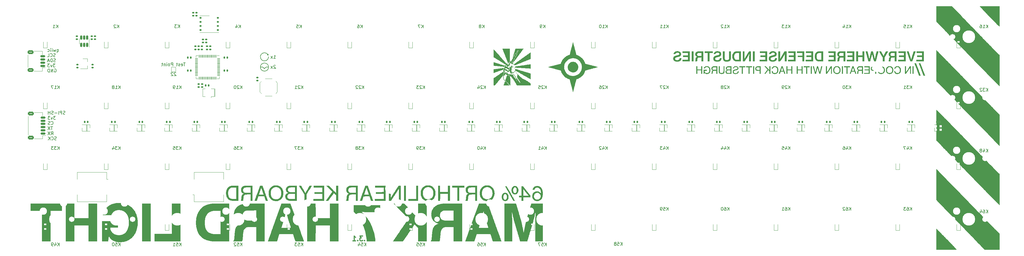
<source format=gbr>
%TF.GenerationSoftware,KiCad,Pcbnew,(6.0.7)*%
%TF.CreationDate,2022-10-03T19:09:15-04:00*%
%TF.ProjectId,HardLight,48617264-4c69-4676-9874-2e6b69636164,Mark 2 Rev F*%
%TF.SameCoordinates,Original*%
%TF.FileFunction,Legend,Bot*%
%TF.FilePolarity,Positive*%
%FSLAX46Y46*%
G04 Gerber Fmt 4.6, Leading zero omitted, Abs format (unit mm)*
G04 Created by KiCad (PCBNEW (6.0.7)) date 2022-10-03 19:09:15*
%MOMM*%
%LPD*%
G01*
G04 APERTURE LIST*
G04 Aperture macros list*
%AMRoundRect*
0 Rectangle with rounded corners*
0 $1 Rounding radius*
0 $2 $3 $4 $5 $6 $7 $8 $9 X,Y pos of 4 corners*
0 Add a 4 corners polygon primitive as box body*
4,1,4,$2,$3,$4,$5,$6,$7,$8,$9,$2,$3,0*
0 Add four circle primitives for the rounded corners*
1,1,$1+$1,$2,$3*
1,1,$1+$1,$4,$5*
1,1,$1+$1,$6,$7*
1,1,$1+$1,$8,$9*
0 Add four rect primitives between the rounded corners*
20,1,$1+$1,$2,$3,$4,$5,0*
20,1,$1+$1,$4,$5,$6,$7,0*
20,1,$1+$1,$6,$7,$8,$9,0*
20,1,$1+$1,$8,$9,$2,$3,0*%
G04 Aperture macros list end*
%ADD10C,0.150000*%
%ADD11C,0.300000*%
%ADD12C,0.120000*%
%ADD13C,0.075000*%
%ADD14C,3.987800*%
%ADD15C,1.701800*%
%ADD16C,2.286000*%
%ADD17C,3.200000*%
%ADD18O,2.150000X1.750000*%
%ADD19RoundRect,0.147500X0.172500X-0.147500X0.172500X0.147500X-0.172500X0.147500X-0.172500X-0.147500X0*%
%ADD20RoundRect,0.147500X-0.172500X0.147500X-0.172500X-0.147500X0.172500X-0.147500X0.172500X0.147500X0*%
%ADD21RoundRect,0.147500X-0.147500X-0.172500X0.147500X-0.172500X0.147500X0.172500X-0.147500X0.172500X0*%
%ADD22RoundRect,0.050000X0.387500X0.050000X-0.387500X0.050000X-0.387500X-0.050000X0.387500X-0.050000X0*%
%ADD23RoundRect,0.050000X0.050000X0.387500X-0.050000X0.387500X-0.050000X-0.387500X0.050000X-0.387500X0*%
%ADD24R,3.050000X3.050000*%
%ADD25R,0.700000X0.600000*%
%ADD26R,0.900000X0.800000*%
%ADD27RoundRect,0.147500X0.147500X0.172500X-0.147500X0.172500X-0.147500X-0.172500X0.147500X-0.172500X0*%
%ADD28C,0.650000*%
%ADD29R,0.600000X1.450000*%
%ADD30R,0.300000X1.450000*%
%ADD31O,1.000000X1.600000*%
%ADD32O,1.000000X2.100000*%
%ADD33R,0.700000X0.700000*%
%ADD34R,2.000000X4.200000*%
%ADD35RoundRect,0.150000X0.625000X-0.150000X0.625000X0.150000X-0.625000X0.150000X-0.625000X-0.150000X0*%
%ADD36RoundRect,0.250000X0.650000X-0.350000X0.650000X0.350000X-0.650000X0.350000X-0.650000X-0.350000X0*%
%ADD37R,1.000000X1.000000*%
%ADD38RoundRect,0.125000X0.250000X0.125000X-0.250000X0.125000X-0.250000X-0.125000X0.250000X-0.125000X0*%
%ADD39R,1.587400X4.300000*%
%ADD40R,0.400000X1.900000*%
%ADD41RoundRect,0.150000X0.150000X-0.512500X0.150000X0.512500X-0.150000X0.512500X-0.150000X-0.512500X0*%
%ADD42R,1.100000X1.800000*%
G04 APERTURE END LIST*
D10*
X105428043Y-86712779D02*
G75*
G03*
X105562100Y-87280750I-1135943J-567921D01*
G01*
X105181100Y-86645750D02*
X105435100Y-86391750D01*
X105435100Y-86391750D02*
X105428023Y-86712789D01*
X104292100Y-90995500D02*
X104800100Y-90487500D01*
X103022100Y-90487500D02*
X103784100Y-90487500D01*
X103784100Y-90487500D02*
X104292100Y-90995500D01*
X105562100Y-90487500D02*
G75*
G03*
X105562100Y-90487500I-1270000J0D01*
G01*
X104800100Y-90487500D02*
X105562100Y-90487500D01*
X105428023Y-86712789D02*
X105181100Y-86645750D01*
X39387738Y-84957714D02*
X39387738Y-85957714D01*
X39387738Y-85576761D02*
X39482976Y-85624380D01*
X39673452Y-85624380D01*
X39768690Y-85576761D01*
X39816309Y-85529142D01*
X39863928Y-85433904D01*
X39863928Y-85148190D01*
X39816309Y-85052952D01*
X39768690Y-85005333D01*
X39673452Y-84957714D01*
X39482976Y-84957714D01*
X39387738Y-85005333D01*
X39006785Y-84957714D02*
X38816309Y-85624380D01*
X38625833Y-85148190D01*
X38435357Y-85624380D01*
X38244880Y-84957714D01*
X37863928Y-85624380D02*
X37863928Y-84957714D01*
X37863928Y-84624380D02*
X37911547Y-84672000D01*
X37863928Y-84719619D01*
X37816309Y-84672000D01*
X37863928Y-84624380D01*
X37863928Y-84719619D01*
X37387738Y-85624380D02*
X37387738Y-84957714D01*
X37387738Y-84624380D02*
X37435357Y-84672000D01*
X37387738Y-84719619D01*
X37340119Y-84672000D01*
X37387738Y-84624380D01*
X37387738Y-84719619D01*
X36482976Y-85576761D02*
X36578214Y-85624380D01*
X36768690Y-85624380D01*
X36863928Y-85576761D01*
X36911547Y-85529142D01*
X36959166Y-85433904D01*
X36959166Y-85148190D01*
X36911547Y-85052952D01*
X36863928Y-85005333D01*
X36768690Y-84957714D01*
X36578214Y-84957714D01*
X36482976Y-85005333D01*
X38863928Y-87186761D02*
X38721071Y-87234380D01*
X38482976Y-87234380D01*
X38387738Y-87186761D01*
X38340119Y-87139142D01*
X38292500Y-87043904D01*
X38292500Y-86948666D01*
X38340119Y-86853428D01*
X38387738Y-86805809D01*
X38482976Y-86758190D01*
X38673452Y-86710571D01*
X38768690Y-86662952D01*
X38816309Y-86615333D01*
X38863928Y-86520095D01*
X38863928Y-86424857D01*
X38816309Y-86329619D01*
X38768690Y-86282000D01*
X38673452Y-86234380D01*
X38435357Y-86234380D01*
X38292500Y-86282000D01*
X37292500Y-87139142D02*
X37340119Y-87186761D01*
X37482976Y-87234380D01*
X37578214Y-87234380D01*
X37721071Y-87186761D01*
X37816309Y-87091523D01*
X37863928Y-86996285D01*
X37911547Y-86805809D01*
X37911547Y-86662952D01*
X37863928Y-86472476D01*
X37816309Y-86377238D01*
X37721071Y-86282000D01*
X37578214Y-86234380D01*
X37482976Y-86234380D01*
X37340119Y-86282000D01*
X37292500Y-86329619D01*
X36387738Y-87234380D02*
X36863928Y-87234380D01*
X36863928Y-86234380D01*
X38911547Y-88796761D02*
X38768690Y-88844380D01*
X38530595Y-88844380D01*
X38435357Y-88796761D01*
X38387738Y-88749142D01*
X38340119Y-88653904D01*
X38340119Y-88558666D01*
X38387738Y-88463428D01*
X38435357Y-88415809D01*
X38530595Y-88368190D01*
X38721071Y-88320571D01*
X38816309Y-88272952D01*
X38863928Y-88225333D01*
X38911547Y-88130095D01*
X38911547Y-88034857D01*
X38863928Y-87939619D01*
X38816309Y-87892000D01*
X38721071Y-87844380D01*
X38482976Y-87844380D01*
X38340119Y-87892000D01*
X37911547Y-88844380D02*
X37911547Y-87844380D01*
X37673452Y-87844380D01*
X37530595Y-87892000D01*
X37435357Y-87987238D01*
X37387738Y-88082476D01*
X37340119Y-88272952D01*
X37340119Y-88415809D01*
X37387738Y-88606285D01*
X37435357Y-88701523D01*
X37530595Y-88796761D01*
X37673452Y-88844380D01*
X37911547Y-88844380D01*
X36959166Y-88558666D02*
X36482976Y-88558666D01*
X37054404Y-88844380D02*
X36721071Y-87844380D01*
X36387738Y-88844380D01*
X38816309Y-89454380D02*
X38197261Y-89454380D01*
X38530595Y-89835333D01*
X38387738Y-89835333D01*
X38292500Y-89882952D01*
X38244880Y-89930571D01*
X38197261Y-90025809D01*
X38197261Y-90263904D01*
X38244880Y-90359142D01*
X38292500Y-90406761D01*
X38387738Y-90454380D01*
X38673452Y-90454380D01*
X38768690Y-90406761D01*
X38816309Y-90359142D01*
X37863928Y-89787714D02*
X37625833Y-90454380D01*
X37387738Y-89787714D01*
X37102023Y-89454380D02*
X36482976Y-89454380D01*
X36816309Y-89835333D01*
X36673452Y-89835333D01*
X36578214Y-89882952D01*
X36530595Y-89930571D01*
X36482976Y-90025809D01*
X36482976Y-90263904D01*
X36530595Y-90359142D01*
X36578214Y-90406761D01*
X36673452Y-90454380D01*
X36959166Y-90454380D01*
X37054404Y-90406761D01*
X37102023Y-90359142D01*
X38578214Y-91112000D02*
X38673452Y-91064380D01*
X38816309Y-91064380D01*
X38959166Y-91112000D01*
X39054404Y-91207238D01*
X39102023Y-91302476D01*
X39149642Y-91492952D01*
X39149642Y-91635809D01*
X39102023Y-91826285D01*
X39054404Y-91921523D01*
X38959166Y-92016761D01*
X38816309Y-92064380D01*
X38721071Y-92064380D01*
X38578214Y-92016761D01*
X38530595Y-91969142D01*
X38530595Y-91635809D01*
X38721071Y-91635809D01*
X38102023Y-92064380D02*
X38102023Y-91064380D01*
X37530595Y-92064380D01*
X37530595Y-91064380D01*
X37054404Y-92064380D02*
X37054404Y-91064380D01*
X36816309Y-91064380D01*
X36673452Y-91112000D01*
X36578214Y-91207238D01*
X36530595Y-91302476D01*
X36482976Y-91492952D01*
X36482976Y-91635809D01*
X36530595Y-91826285D01*
X36578214Y-91921523D01*
X36673452Y-92016761D01*
X36816309Y-92064380D01*
X37054404Y-92064380D01*
X41895690Y-105218761D02*
X41752833Y-105266380D01*
X41514738Y-105266380D01*
X41419500Y-105218761D01*
X41371880Y-105171142D01*
X41324261Y-105075904D01*
X41324261Y-104980666D01*
X41371880Y-104885428D01*
X41419500Y-104837809D01*
X41514738Y-104790190D01*
X41705214Y-104742571D01*
X41800452Y-104694952D01*
X41848071Y-104647333D01*
X41895690Y-104552095D01*
X41895690Y-104456857D01*
X41848071Y-104361619D01*
X41800452Y-104314000D01*
X41705214Y-104266380D01*
X41467119Y-104266380D01*
X41324261Y-104314000D01*
X40895690Y-105266380D02*
X40895690Y-104266380D01*
X40514738Y-104266380D01*
X40419500Y-104314000D01*
X40371880Y-104361619D01*
X40324261Y-104456857D01*
X40324261Y-104599714D01*
X40371880Y-104694952D01*
X40419500Y-104742571D01*
X40514738Y-104790190D01*
X40895690Y-104790190D01*
X39895690Y-105266380D02*
X39895690Y-104266380D01*
X39419500Y-104885428D02*
X38657595Y-104885428D01*
X38229023Y-105218761D02*
X38086166Y-105266380D01*
X37848071Y-105266380D01*
X37752833Y-105218761D01*
X37705214Y-105171142D01*
X37657595Y-105075904D01*
X37657595Y-104980666D01*
X37705214Y-104885428D01*
X37752833Y-104837809D01*
X37848071Y-104790190D01*
X38038547Y-104742571D01*
X38133785Y-104694952D01*
X38181404Y-104647333D01*
X38229023Y-104552095D01*
X38229023Y-104456857D01*
X38181404Y-104361619D01*
X38133785Y-104314000D01*
X38038547Y-104266380D01*
X37800452Y-104266380D01*
X37657595Y-104314000D01*
X37229023Y-105266380D02*
X37229023Y-104266380D01*
X37229023Y-104742571D02*
X36657595Y-104742571D01*
X36657595Y-105266380D02*
X36657595Y-104266380D01*
X38943309Y-105876380D02*
X38324261Y-105876380D01*
X38657595Y-106257333D01*
X38514738Y-106257333D01*
X38419500Y-106304952D01*
X38371880Y-106352571D01*
X38324261Y-106447809D01*
X38324261Y-106685904D01*
X38371880Y-106781142D01*
X38419500Y-106828761D01*
X38514738Y-106876380D01*
X38800452Y-106876380D01*
X38895690Y-106828761D01*
X38943309Y-106781142D01*
X37990928Y-106209714D02*
X37752833Y-106876380D01*
X37514738Y-106209714D01*
X37229023Y-105876380D02*
X36609976Y-105876380D01*
X36943309Y-106257333D01*
X36800452Y-106257333D01*
X36705214Y-106304952D01*
X36657595Y-106352571D01*
X36609976Y-106447809D01*
X36609976Y-106685904D01*
X36657595Y-106781142D01*
X36705214Y-106828761D01*
X36800452Y-106876380D01*
X37086166Y-106876380D01*
X37181404Y-106828761D01*
X37229023Y-106781142D01*
X37562357Y-108391142D02*
X37609976Y-108438761D01*
X37752833Y-108486380D01*
X37848071Y-108486380D01*
X37990928Y-108438761D01*
X38086166Y-108343523D01*
X38133785Y-108248285D01*
X38181404Y-108057809D01*
X38181404Y-107914952D01*
X38133785Y-107724476D01*
X38086166Y-107629238D01*
X37990928Y-107534000D01*
X37848071Y-107486380D01*
X37752833Y-107486380D01*
X37609976Y-107534000D01*
X37562357Y-107581619D01*
X37181404Y-108438761D02*
X37038547Y-108486380D01*
X36800452Y-108486380D01*
X36705214Y-108438761D01*
X36657595Y-108391142D01*
X36609976Y-108295904D01*
X36609976Y-108200666D01*
X36657595Y-108105428D01*
X36705214Y-108057809D01*
X36800452Y-108010190D01*
X36990928Y-107962571D01*
X37086166Y-107914952D01*
X37133785Y-107867333D01*
X37181404Y-107772095D01*
X37181404Y-107676857D01*
X37133785Y-107581619D01*
X37086166Y-107534000D01*
X36990928Y-107486380D01*
X36752833Y-107486380D01*
X36609976Y-107534000D01*
X38038547Y-109096380D02*
X37467119Y-109096380D01*
X37752833Y-110096380D02*
X37752833Y-109096380D01*
X37229023Y-109096380D02*
X36562357Y-110096380D01*
X36562357Y-109096380D02*
X37229023Y-110096380D01*
X37562357Y-111706380D02*
X37895690Y-111230190D01*
X38133785Y-111706380D02*
X38133785Y-110706380D01*
X37752833Y-110706380D01*
X37657595Y-110754000D01*
X37609976Y-110801619D01*
X37562357Y-110896857D01*
X37562357Y-111039714D01*
X37609976Y-111134952D01*
X37657595Y-111182571D01*
X37752833Y-111230190D01*
X38133785Y-111230190D01*
X37229023Y-110706380D02*
X36562357Y-111706380D01*
X36562357Y-110706380D02*
X37229023Y-111706380D01*
X39181404Y-113268761D02*
X39038547Y-113316380D01*
X38800452Y-113316380D01*
X38705214Y-113268761D01*
X38657595Y-113221142D01*
X38609976Y-113125904D01*
X38609976Y-113030666D01*
X38657595Y-112935428D01*
X38705214Y-112887809D01*
X38800452Y-112840190D01*
X38990928Y-112792571D01*
X39086166Y-112744952D01*
X39133785Y-112697333D01*
X39181404Y-112602095D01*
X39181404Y-112506857D01*
X39133785Y-112411619D01*
X39086166Y-112364000D01*
X38990928Y-112316380D01*
X38752833Y-112316380D01*
X38609976Y-112364000D01*
X37609976Y-113221142D02*
X37657595Y-113268761D01*
X37800452Y-113316380D01*
X37895690Y-113316380D01*
X38038547Y-113268761D01*
X38133785Y-113173523D01*
X38181404Y-113078285D01*
X38229023Y-112887809D01*
X38229023Y-112744952D01*
X38181404Y-112554476D01*
X38133785Y-112459238D01*
X38038547Y-112364000D01*
X37895690Y-112316380D01*
X37800452Y-112316380D01*
X37657595Y-112364000D01*
X37609976Y-112411619D01*
X37181404Y-113316380D02*
X37181404Y-112316380D01*
X36609976Y-113316380D02*
X37038547Y-112744952D01*
X36609976Y-112316380D02*
X37181404Y-112887809D01*
X79533285Y-89114380D02*
X78961857Y-89114380D01*
X79247571Y-90114380D02*
X79247571Y-89114380D01*
X78247571Y-90066761D02*
X78342809Y-90114380D01*
X78533285Y-90114380D01*
X78628523Y-90066761D01*
X78676142Y-89971523D01*
X78676142Y-89590571D01*
X78628523Y-89495333D01*
X78533285Y-89447714D01*
X78342809Y-89447714D01*
X78247571Y-89495333D01*
X78199952Y-89590571D01*
X78199952Y-89685809D01*
X78676142Y-89781047D01*
X77819000Y-90066761D02*
X77723761Y-90114380D01*
X77533285Y-90114380D01*
X77438047Y-90066761D01*
X77390428Y-89971523D01*
X77390428Y-89923904D01*
X77438047Y-89828666D01*
X77533285Y-89781047D01*
X77676142Y-89781047D01*
X77771380Y-89733428D01*
X77819000Y-89638190D01*
X77819000Y-89590571D01*
X77771380Y-89495333D01*
X77676142Y-89447714D01*
X77533285Y-89447714D01*
X77438047Y-89495333D01*
X77104714Y-89447714D02*
X76723761Y-89447714D01*
X76961857Y-89114380D02*
X76961857Y-89971523D01*
X76914238Y-90066761D01*
X76819000Y-90114380D01*
X76723761Y-90114380D01*
X75628523Y-90114380D02*
X75628523Y-89114380D01*
X75247571Y-89114380D01*
X75152333Y-89162000D01*
X75104714Y-89209619D01*
X75057095Y-89304857D01*
X75057095Y-89447714D01*
X75104714Y-89542952D01*
X75152333Y-89590571D01*
X75247571Y-89638190D01*
X75628523Y-89638190D01*
X74485666Y-90114380D02*
X74580904Y-90066761D01*
X74628523Y-90019142D01*
X74676142Y-89923904D01*
X74676142Y-89638190D01*
X74628523Y-89542952D01*
X74580904Y-89495333D01*
X74485666Y-89447714D01*
X74342809Y-89447714D01*
X74247571Y-89495333D01*
X74199952Y-89542952D01*
X74152333Y-89638190D01*
X74152333Y-89923904D01*
X74199952Y-90019142D01*
X74247571Y-90066761D01*
X74342809Y-90114380D01*
X74485666Y-90114380D01*
X73723761Y-90114380D02*
X73723761Y-89447714D01*
X73723761Y-89114380D02*
X73771380Y-89162000D01*
X73723761Y-89209619D01*
X73676142Y-89162000D01*
X73723761Y-89114380D01*
X73723761Y-89209619D01*
X73247571Y-89447714D02*
X73247571Y-90114380D01*
X73247571Y-89542952D02*
X73199952Y-89495333D01*
X73104714Y-89447714D01*
X72961857Y-89447714D01*
X72866619Y-89495333D01*
X72819000Y-89590571D01*
X72819000Y-90114380D01*
X72485666Y-89447714D02*
X72104714Y-89447714D01*
X72342809Y-89114380D02*
X72342809Y-89971523D01*
X72295190Y-90066761D01*
X72199952Y-90114380D01*
X72104714Y-90114380D01*
D11*
X135617257Y-144756914D02*
X135545828Y-144828342D01*
X135617257Y-144899771D01*
X135688685Y-144828342D01*
X135617257Y-144756914D01*
X135617257Y-144899771D01*
X135045828Y-143399771D02*
X134117257Y-143399771D01*
X134617257Y-143971200D01*
X134402971Y-143971200D01*
X134260114Y-144042628D01*
X134188685Y-144114057D01*
X134117257Y-144256914D01*
X134117257Y-144614057D01*
X134188685Y-144756914D01*
X134260114Y-144828342D01*
X134402971Y-144899771D01*
X134831542Y-144899771D01*
X134974400Y-144828342D01*
X135045828Y-144756914D01*
X133474400Y-144756914D02*
X133402971Y-144828342D01*
X133474400Y-144899771D01*
X133545828Y-144828342D01*
X133474400Y-144756914D01*
X133474400Y-144899771D01*
X131974400Y-144899771D02*
X132831542Y-144899771D01*
X132402971Y-144899771D02*
X132402971Y-143399771D01*
X132545828Y-143614057D01*
X132688685Y-143756914D01*
X132831542Y-143828342D01*
D10*
X107751176Y-90003369D02*
X107703557Y-89955750D01*
X107608319Y-89908130D01*
X107370223Y-89908130D01*
X107274985Y-89955750D01*
X107227366Y-90003369D01*
X107179747Y-90098607D01*
X107179747Y-90193845D01*
X107227366Y-90336702D01*
X107798795Y-90908130D01*
X107179747Y-90908130D01*
X106846414Y-90908130D02*
X106322604Y-90241464D01*
X106846414Y-90241464D02*
X106322604Y-90908130D01*
X107179747Y-87764880D02*
X107751176Y-87764880D01*
X107465461Y-87764880D02*
X107465461Y-86764880D01*
X107560700Y-86907738D01*
X107655938Y-87002976D01*
X107751176Y-87050595D01*
X106846414Y-87764880D02*
X106322604Y-87098214D01*
X106846414Y-87098214D02*
X106322604Y-87764880D01*
%TO.C,K2*%
X58681845Y-78239880D02*
X58681845Y-77239880D01*
X58110416Y-78239880D02*
X58538988Y-77668452D01*
X58110416Y-77239880D02*
X58681845Y-77811309D01*
X57729464Y-77335119D02*
X57681845Y-77287500D01*
X57586607Y-77239880D01*
X57348511Y-77239880D01*
X57253273Y-77287500D01*
X57205654Y-77335119D01*
X57158035Y-77430357D01*
X57158035Y-77525595D01*
X57205654Y-77668452D01*
X57777083Y-78239880D01*
X57158035Y-78239880D01*
%TO.C,K3*%
X77731845Y-78227180D02*
X77731845Y-77227180D01*
X77160416Y-78227180D02*
X77588988Y-77655752D01*
X77160416Y-77227180D02*
X77731845Y-77798609D01*
X76827083Y-77227180D02*
X76208035Y-77227180D01*
X76541369Y-77608133D01*
X76398511Y-77608133D01*
X76303273Y-77655752D01*
X76255654Y-77703371D01*
X76208035Y-77798609D01*
X76208035Y-78036704D01*
X76255654Y-78131942D01*
X76303273Y-78179561D01*
X76398511Y-78227180D01*
X76684226Y-78227180D01*
X76779464Y-78179561D01*
X76827083Y-78131942D01*
%TO.C,K6*%
X134881845Y-78239880D02*
X134881845Y-77239880D01*
X134310416Y-78239880D02*
X134738988Y-77668452D01*
X134310416Y-77239880D02*
X134881845Y-77811309D01*
X133453273Y-77239880D02*
X133643750Y-77239880D01*
X133738988Y-77287500D01*
X133786607Y-77335119D01*
X133881845Y-77477976D01*
X133929464Y-77668452D01*
X133929464Y-78049404D01*
X133881845Y-78144642D01*
X133834226Y-78192261D01*
X133738988Y-78239880D01*
X133548511Y-78239880D01*
X133453273Y-78192261D01*
X133405654Y-78144642D01*
X133358035Y-78049404D01*
X133358035Y-77811309D01*
X133405654Y-77716071D01*
X133453273Y-77668452D01*
X133548511Y-77620833D01*
X133738988Y-77620833D01*
X133834226Y-77668452D01*
X133881845Y-77716071D01*
X133929464Y-77811309D01*
%TO.C,K7*%
X153931845Y-78239880D02*
X153931845Y-77239880D01*
X153360416Y-78239880D02*
X153788988Y-77668452D01*
X153360416Y-77239880D02*
X153931845Y-77811309D01*
X153027083Y-77239880D02*
X152360416Y-77239880D01*
X152788988Y-78239880D01*
%TO.C,K8*%
X172981845Y-78239880D02*
X172981845Y-77239880D01*
X172410416Y-78239880D02*
X172838988Y-77668452D01*
X172410416Y-77239880D02*
X172981845Y-77811309D01*
X171838988Y-77668452D02*
X171934226Y-77620833D01*
X171981845Y-77573214D01*
X172029464Y-77477976D01*
X172029464Y-77430357D01*
X171981845Y-77335119D01*
X171934226Y-77287500D01*
X171838988Y-77239880D01*
X171648511Y-77239880D01*
X171553273Y-77287500D01*
X171505654Y-77335119D01*
X171458035Y-77430357D01*
X171458035Y-77477976D01*
X171505654Y-77573214D01*
X171553273Y-77620833D01*
X171648511Y-77668452D01*
X171838988Y-77668452D01*
X171934226Y-77716071D01*
X171981845Y-77763690D01*
X172029464Y-77858928D01*
X172029464Y-78049404D01*
X171981845Y-78144642D01*
X171934226Y-78192261D01*
X171838988Y-78239880D01*
X171648511Y-78239880D01*
X171553273Y-78192261D01*
X171505654Y-78144642D01*
X171458035Y-78049404D01*
X171458035Y-77858928D01*
X171505654Y-77763690D01*
X171553273Y-77716071D01*
X171648511Y-77668452D01*
%TO.C,K9*%
X192031845Y-78239880D02*
X192031845Y-77239880D01*
X191460416Y-78239880D02*
X191888988Y-77668452D01*
X191460416Y-77239880D02*
X192031845Y-77811309D01*
X190984226Y-78239880D02*
X190793750Y-78239880D01*
X190698511Y-78192261D01*
X190650892Y-78144642D01*
X190555654Y-78001785D01*
X190508035Y-77811309D01*
X190508035Y-77430357D01*
X190555654Y-77335119D01*
X190603273Y-77287500D01*
X190698511Y-77239880D01*
X190888988Y-77239880D01*
X190984226Y-77287500D01*
X191031845Y-77335119D01*
X191079464Y-77430357D01*
X191079464Y-77668452D01*
X191031845Y-77763690D01*
X190984226Y-77811309D01*
X190888988Y-77858928D01*
X190698511Y-77858928D01*
X190603273Y-77811309D01*
X190555654Y-77763690D01*
X190508035Y-77668452D01*
%TO.C,K10*%
X211558035Y-78239880D02*
X211558035Y-77239880D01*
X210986607Y-78239880D02*
X211415178Y-77668452D01*
X210986607Y-77239880D02*
X211558035Y-77811309D01*
X210034226Y-78239880D02*
X210605654Y-78239880D01*
X210319940Y-78239880D02*
X210319940Y-77239880D01*
X210415178Y-77382738D01*
X210510416Y-77477976D01*
X210605654Y-77525595D01*
X209415178Y-77239880D02*
X209319940Y-77239880D01*
X209224702Y-77287500D01*
X209177083Y-77335119D01*
X209129464Y-77430357D01*
X209081845Y-77620833D01*
X209081845Y-77858928D01*
X209129464Y-78049404D01*
X209177083Y-78144642D01*
X209224702Y-78192261D01*
X209319940Y-78239880D01*
X209415178Y-78239880D01*
X209510416Y-78192261D01*
X209558035Y-78144642D01*
X209605654Y-78049404D01*
X209653273Y-77858928D01*
X209653273Y-77620833D01*
X209605654Y-77430357D01*
X209558035Y-77335119D01*
X209510416Y-77287500D01*
X209415178Y-77239880D01*
%TO.C,K11*%
X230608035Y-78239880D02*
X230608035Y-77239880D01*
X230036607Y-78239880D02*
X230465178Y-77668452D01*
X230036607Y-77239880D02*
X230608035Y-77811309D01*
X229084226Y-78239880D02*
X229655654Y-78239880D01*
X229369940Y-78239880D02*
X229369940Y-77239880D01*
X229465178Y-77382738D01*
X229560416Y-77477976D01*
X229655654Y-77525595D01*
X228131845Y-78239880D02*
X228703273Y-78239880D01*
X228417559Y-78239880D02*
X228417559Y-77239880D01*
X228512797Y-77382738D01*
X228608035Y-77477976D01*
X228703273Y-77525595D01*
%TO.C,K12*%
X249658035Y-78239880D02*
X249658035Y-77239880D01*
X249086607Y-78239880D02*
X249515178Y-77668452D01*
X249086607Y-77239880D02*
X249658035Y-77811309D01*
X248134226Y-78239880D02*
X248705654Y-78239880D01*
X248419940Y-78239880D02*
X248419940Y-77239880D01*
X248515178Y-77382738D01*
X248610416Y-77477976D01*
X248705654Y-77525595D01*
X247753273Y-77335119D02*
X247705654Y-77287500D01*
X247610416Y-77239880D01*
X247372321Y-77239880D01*
X247277083Y-77287500D01*
X247229464Y-77335119D01*
X247181845Y-77430357D01*
X247181845Y-77525595D01*
X247229464Y-77668452D01*
X247800892Y-78239880D01*
X247181845Y-78239880D01*
%TO.C,K13*%
X268708035Y-78239880D02*
X268708035Y-77239880D01*
X268136607Y-78239880D02*
X268565178Y-77668452D01*
X268136607Y-77239880D02*
X268708035Y-77811309D01*
X267184226Y-78239880D02*
X267755654Y-78239880D01*
X267469940Y-78239880D02*
X267469940Y-77239880D01*
X267565178Y-77382738D01*
X267660416Y-77477976D01*
X267755654Y-77525595D01*
X266850892Y-77239880D02*
X266231845Y-77239880D01*
X266565178Y-77620833D01*
X266422321Y-77620833D01*
X266327083Y-77668452D01*
X266279464Y-77716071D01*
X266231845Y-77811309D01*
X266231845Y-78049404D01*
X266279464Y-78144642D01*
X266327083Y-78192261D01*
X266422321Y-78239880D01*
X266708035Y-78239880D01*
X266803273Y-78192261D01*
X266850892Y-78144642D01*
%TO.C,K14*%
X287758035Y-78239880D02*
X287758035Y-77239880D01*
X287186607Y-78239880D02*
X287615178Y-77668452D01*
X287186607Y-77239880D02*
X287758035Y-77811309D01*
X286234226Y-78239880D02*
X286805654Y-78239880D01*
X286519940Y-78239880D02*
X286519940Y-77239880D01*
X286615178Y-77382738D01*
X286710416Y-77477976D01*
X286805654Y-77525595D01*
X285377083Y-77573214D02*
X285377083Y-78239880D01*
X285615178Y-77192261D02*
X285853273Y-77906547D01*
X285234226Y-77906547D01*
%TO.C,K15*%
X306808035Y-78239880D02*
X306808035Y-77239880D01*
X306236607Y-78239880D02*
X306665178Y-77668452D01*
X306236607Y-77239880D02*
X306808035Y-77811309D01*
X305284226Y-78239880D02*
X305855654Y-78239880D01*
X305569940Y-78239880D02*
X305569940Y-77239880D01*
X305665178Y-77382738D01*
X305760416Y-77477976D01*
X305855654Y-77525595D01*
X304379464Y-77239880D02*
X304855654Y-77239880D01*
X304903273Y-77716071D01*
X304855654Y-77668452D01*
X304760416Y-77620833D01*
X304522321Y-77620833D01*
X304427083Y-77668452D01*
X304379464Y-77716071D01*
X304331845Y-77811309D01*
X304331845Y-78049404D01*
X304379464Y-78144642D01*
X304427083Y-78192261D01*
X304522321Y-78239880D01*
X304760416Y-78239880D01*
X304855654Y-78192261D01*
X304903273Y-78144642D01*
%TO.C,K16*%
X330620535Y-78239880D02*
X330620535Y-77239880D01*
X330049107Y-78239880D02*
X330477678Y-77668452D01*
X330049107Y-77239880D02*
X330620535Y-77811309D01*
X329096726Y-78239880D02*
X329668154Y-78239880D01*
X329382440Y-78239880D02*
X329382440Y-77239880D01*
X329477678Y-77382738D01*
X329572916Y-77477976D01*
X329668154Y-77525595D01*
X328239583Y-77239880D02*
X328430059Y-77239880D01*
X328525297Y-77287500D01*
X328572916Y-77335119D01*
X328668154Y-77477976D01*
X328715773Y-77668452D01*
X328715773Y-78049404D01*
X328668154Y-78144642D01*
X328620535Y-78192261D01*
X328525297Y-78239880D01*
X328334821Y-78239880D01*
X328239583Y-78192261D01*
X328191964Y-78144642D01*
X328144345Y-78049404D01*
X328144345Y-77811309D01*
X328191964Y-77716071D01*
X328239583Y-77668452D01*
X328334821Y-77620833D01*
X328525297Y-77620833D01*
X328620535Y-77668452D01*
X328668154Y-77716071D01*
X328715773Y-77811309D01*
%TO.C,K17*%
X40108035Y-97289880D02*
X40108035Y-96289880D01*
X39536607Y-97289880D02*
X39965178Y-96718452D01*
X39536607Y-96289880D02*
X40108035Y-96861309D01*
X38584226Y-97289880D02*
X39155654Y-97289880D01*
X38869940Y-97289880D02*
X38869940Y-96289880D01*
X38965178Y-96432738D01*
X39060416Y-96527976D01*
X39155654Y-96575595D01*
X38250892Y-96289880D02*
X37584226Y-96289880D01*
X38012797Y-97289880D01*
%TO.C,K18*%
X59158035Y-97289880D02*
X59158035Y-96289880D01*
X58586607Y-97289880D02*
X59015178Y-96718452D01*
X58586607Y-96289880D02*
X59158035Y-96861309D01*
X57634226Y-97289880D02*
X58205654Y-97289880D01*
X57919940Y-97289880D02*
X57919940Y-96289880D01*
X58015178Y-96432738D01*
X58110416Y-96527976D01*
X58205654Y-96575595D01*
X57062797Y-96718452D02*
X57158035Y-96670833D01*
X57205654Y-96623214D01*
X57253273Y-96527976D01*
X57253273Y-96480357D01*
X57205654Y-96385119D01*
X57158035Y-96337500D01*
X57062797Y-96289880D01*
X56872321Y-96289880D01*
X56777083Y-96337500D01*
X56729464Y-96385119D01*
X56681845Y-96480357D01*
X56681845Y-96527976D01*
X56729464Y-96623214D01*
X56777083Y-96670833D01*
X56872321Y-96718452D01*
X57062797Y-96718452D01*
X57158035Y-96766071D01*
X57205654Y-96813690D01*
X57253273Y-96908928D01*
X57253273Y-97099404D01*
X57205654Y-97194642D01*
X57158035Y-97242261D01*
X57062797Y-97289880D01*
X56872321Y-97289880D01*
X56777083Y-97242261D01*
X56729464Y-97194642D01*
X56681845Y-97099404D01*
X56681845Y-96908928D01*
X56729464Y-96813690D01*
X56777083Y-96766071D01*
X56872321Y-96718452D01*
%TO.C,K19*%
X78208035Y-97289880D02*
X78208035Y-96289880D01*
X77636607Y-97289880D02*
X78065178Y-96718452D01*
X77636607Y-96289880D02*
X78208035Y-96861309D01*
X76684226Y-97289880D02*
X77255654Y-97289880D01*
X76969940Y-97289880D02*
X76969940Y-96289880D01*
X77065178Y-96432738D01*
X77160416Y-96527976D01*
X77255654Y-96575595D01*
X76208035Y-97289880D02*
X76017559Y-97289880D01*
X75922321Y-97242261D01*
X75874702Y-97194642D01*
X75779464Y-97051785D01*
X75731845Y-96861309D01*
X75731845Y-96480357D01*
X75779464Y-96385119D01*
X75827083Y-96337500D01*
X75922321Y-96289880D01*
X76112797Y-96289880D01*
X76208035Y-96337500D01*
X76255654Y-96385119D01*
X76303273Y-96480357D01*
X76303273Y-96718452D01*
X76255654Y-96813690D01*
X76208035Y-96861309D01*
X76112797Y-96908928D01*
X75922321Y-96908928D01*
X75827083Y-96861309D01*
X75779464Y-96813690D01*
X75731845Y-96718452D01*
%TO.C,K22*%
X135358035Y-97289880D02*
X135358035Y-96289880D01*
X134786607Y-97289880D02*
X135215178Y-96718452D01*
X134786607Y-96289880D02*
X135358035Y-96861309D01*
X134405654Y-96385119D02*
X134358035Y-96337500D01*
X134262797Y-96289880D01*
X134024702Y-96289880D01*
X133929464Y-96337500D01*
X133881845Y-96385119D01*
X133834226Y-96480357D01*
X133834226Y-96575595D01*
X133881845Y-96718452D01*
X134453273Y-97289880D01*
X133834226Y-97289880D01*
X133453273Y-96385119D02*
X133405654Y-96337500D01*
X133310416Y-96289880D01*
X133072321Y-96289880D01*
X132977083Y-96337500D01*
X132929464Y-96385119D01*
X132881845Y-96480357D01*
X132881845Y-96575595D01*
X132929464Y-96718452D01*
X133500892Y-97289880D01*
X132881845Y-97289880D01*
%TO.C,K23*%
X154408035Y-97289880D02*
X154408035Y-96289880D01*
X153836607Y-97289880D02*
X154265178Y-96718452D01*
X153836607Y-96289880D02*
X154408035Y-96861309D01*
X153455654Y-96385119D02*
X153408035Y-96337500D01*
X153312797Y-96289880D01*
X153074702Y-96289880D01*
X152979464Y-96337500D01*
X152931845Y-96385119D01*
X152884226Y-96480357D01*
X152884226Y-96575595D01*
X152931845Y-96718452D01*
X153503273Y-97289880D01*
X152884226Y-97289880D01*
X152550892Y-96289880D02*
X151931845Y-96289880D01*
X152265178Y-96670833D01*
X152122321Y-96670833D01*
X152027083Y-96718452D01*
X151979464Y-96766071D01*
X151931845Y-96861309D01*
X151931845Y-97099404D01*
X151979464Y-97194642D01*
X152027083Y-97242261D01*
X152122321Y-97289880D01*
X152408035Y-97289880D01*
X152503273Y-97242261D01*
X152550892Y-97194642D01*
%TO.C,K24*%
X173458035Y-97289880D02*
X173458035Y-96289880D01*
X172886607Y-97289880D02*
X173315178Y-96718452D01*
X172886607Y-96289880D02*
X173458035Y-96861309D01*
X172505654Y-96385119D02*
X172458035Y-96337500D01*
X172362797Y-96289880D01*
X172124702Y-96289880D01*
X172029464Y-96337500D01*
X171981845Y-96385119D01*
X171934226Y-96480357D01*
X171934226Y-96575595D01*
X171981845Y-96718452D01*
X172553273Y-97289880D01*
X171934226Y-97289880D01*
X171077083Y-96623214D02*
X171077083Y-97289880D01*
X171315178Y-96242261D02*
X171553273Y-96956547D01*
X170934226Y-96956547D01*
%TO.C,K25*%
X192508035Y-97289880D02*
X192508035Y-96289880D01*
X191936607Y-97289880D02*
X192365178Y-96718452D01*
X191936607Y-96289880D02*
X192508035Y-96861309D01*
X191555654Y-96385119D02*
X191508035Y-96337500D01*
X191412797Y-96289880D01*
X191174702Y-96289880D01*
X191079464Y-96337500D01*
X191031845Y-96385119D01*
X190984226Y-96480357D01*
X190984226Y-96575595D01*
X191031845Y-96718452D01*
X191603273Y-97289880D01*
X190984226Y-97289880D01*
X190079464Y-96289880D02*
X190555654Y-96289880D01*
X190603273Y-96766071D01*
X190555654Y-96718452D01*
X190460416Y-96670833D01*
X190222321Y-96670833D01*
X190127083Y-96718452D01*
X190079464Y-96766071D01*
X190031845Y-96861309D01*
X190031845Y-97099404D01*
X190079464Y-97194642D01*
X190127083Y-97242261D01*
X190222321Y-97289880D01*
X190460416Y-97289880D01*
X190555654Y-97242261D01*
X190603273Y-97194642D01*
%TO.C,K26*%
X211558035Y-97289880D02*
X211558035Y-96289880D01*
X210986607Y-97289880D02*
X211415178Y-96718452D01*
X210986607Y-96289880D02*
X211558035Y-96861309D01*
X210605654Y-96385119D02*
X210558035Y-96337500D01*
X210462797Y-96289880D01*
X210224702Y-96289880D01*
X210129464Y-96337500D01*
X210081845Y-96385119D01*
X210034226Y-96480357D01*
X210034226Y-96575595D01*
X210081845Y-96718452D01*
X210653273Y-97289880D01*
X210034226Y-97289880D01*
X209177083Y-96289880D02*
X209367559Y-96289880D01*
X209462797Y-96337500D01*
X209510416Y-96385119D01*
X209605654Y-96527976D01*
X209653273Y-96718452D01*
X209653273Y-97099404D01*
X209605654Y-97194642D01*
X209558035Y-97242261D01*
X209462797Y-97289880D01*
X209272321Y-97289880D01*
X209177083Y-97242261D01*
X209129464Y-97194642D01*
X209081845Y-97099404D01*
X209081845Y-96861309D01*
X209129464Y-96766071D01*
X209177083Y-96718452D01*
X209272321Y-96670833D01*
X209462797Y-96670833D01*
X209558035Y-96718452D01*
X209605654Y-96766071D01*
X209653273Y-96861309D01*
%TO.C,K27*%
X230608035Y-97289880D02*
X230608035Y-96289880D01*
X230036607Y-97289880D02*
X230465178Y-96718452D01*
X230036607Y-96289880D02*
X230608035Y-96861309D01*
X229655654Y-96385119D02*
X229608035Y-96337500D01*
X229512797Y-96289880D01*
X229274702Y-96289880D01*
X229179464Y-96337500D01*
X229131845Y-96385119D01*
X229084226Y-96480357D01*
X229084226Y-96575595D01*
X229131845Y-96718452D01*
X229703273Y-97289880D01*
X229084226Y-97289880D01*
X228750892Y-96289880D02*
X228084226Y-96289880D01*
X228512797Y-97289880D01*
%TO.C,K28*%
X249658035Y-97289880D02*
X249658035Y-96289880D01*
X249086607Y-97289880D02*
X249515178Y-96718452D01*
X249086607Y-96289880D02*
X249658035Y-96861309D01*
X248705654Y-96385119D02*
X248658035Y-96337500D01*
X248562797Y-96289880D01*
X248324702Y-96289880D01*
X248229464Y-96337500D01*
X248181845Y-96385119D01*
X248134226Y-96480357D01*
X248134226Y-96575595D01*
X248181845Y-96718452D01*
X248753273Y-97289880D01*
X248134226Y-97289880D01*
X247562797Y-96718452D02*
X247658035Y-96670833D01*
X247705654Y-96623214D01*
X247753273Y-96527976D01*
X247753273Y-96480357D01*
X247705654Y-96385119D01*
X247658035Y-96337500D01*
X247562797Y-96289880D01*
X247372321Y-96289880D01*
X247277083Y-96337500D01*
X247229464Y-96385119D01*
X247181845Y-96480357D01*
X247181845Y-96527976D01*
X247229464Y-96623214D01*
X247277083Y-96670833D01*
X247372321Y-96718452D01*
X247562797Y-96718452D01*
X247658035Y-96766071D01*
X247705654Y-96813690D01*
X247753273Y-96908928D01*
X247753273Y-97099404D01*
X247705654Y-97194642D01*
X247658035Y-97242261D01*
X247562797Y-97289880D01*
X247372321Y-97289880D01*
X247277083Y-97242261D01*
X247229464Y-97194642D01*
X247181845Y-97099404D01*
X247181845Y-96908928D01*
X247229464Y-96813690D01*
X247277083Y-96766071D01*
X247372321Y-96718452D01*
%TO.C,K29*%
X268708035Y-97289880D02*
X268708035Y-96289880D01*
X268136607Y-97289880D02*
X268565178Y-96718452D01*
X268136607Y-96289880D02*
X268708035Y-96861309D01*
X267755654Y-96385119D02*
X267708035Y-96337500D01*
X267612797Y-96289880D01*
X267374702Y-96289880D01*
X267279464Y-96337500D01*
X267231845Y-96385119D01*
X267184226Y-96480357D01*
X267184226Y-96575595D01*
X267231845Y-96718452D01*
X267803273Y-97289880D01*
X267184226Y-97289880D01*
X266708035Y-97289880D02*
X266517559Y-97289880D01*
X266422321Y-97242261D01*
X266374702Y-97194642D01*
X266279464Y-97051785D01*
X266231845Y-96861309D01*
X266231845Y-96480357D01*
X266279464Y-96385119D01*
X266327083Y-96337500D01*
X266422321Y-96289880D01*
X266612797Y-96289880D01*
X266708035Y-96337500D01*
X266755654Y-96385119D01*
X266803273Y-96480357D01*
X266803273Y-96718452D01*
X266755654Y-96813690D01*
X266708035Y-96861309D01*
X266612797Y-96908928D01*
X266422321Y-96908928D01*
X266327083Y-96861309D01*
X266279464Y-96813690D01*
X266231845Y-96718452D01*
%TO.C,K30*%
X287758035Y-97289880D02*
X287758035Y-96289880D01*
X287186607Y-97289880D02*
X287615178Y-96718452D01*
X287186607Y-96289880D02*
X287758035Y-96861309D01*
X286853273Y-96289880D02*
X286234226Y-96289880D01*
X286567559Y-96670833D01*
X286424702Y-96670833D01*
X286329464Y-96718452D01*
X286281845Y-96766071D01*
X286234226Y-96861309D01*
X286234226Y-97099404D01*
X286281845Y-97194642D01*
X286329464Y-97242261D01*
X286424702Y-97289880D01*
X286710416Y-97289880D01*
X286805654Y-97242261D01*
X286853273Y-97194642D01*
X285615178Y-96289880D02*
X285519940Y-96289880D01*
X285424702Y-96337500D01*
X285377083Y-96385119D01*
X285329464Y-96480357D01*
X285281845Y-96670833D01*
X285281845Y-96908928D01*
X285329464Y-97099404D01*
X285377083Y-97194642D01*
X285424702Y-97242261D01*
X285519940Y-97289880D01*
X285615178Y-97289880D01*
X285710416Y-97242261D01*
X285758035Y-97194642D01*
X285805654Y-97099404D01*
X285853273Y-96908928D01*
X285853273Y-96670833D01*
X285805654Y-96480357D01*
X285758035Y-96385119D01*
X285710416Y-96337500D01*
X285615178Y-96289880D01*
%TO.C,K31*%
X306808035Y-97289880D02*
X306808035Y-96289880D01*
X306236607Y-97289880D02*
X306665178Y-96718452D01*
X306236607Y-96289880D02*
X306808035Y-96861309D01*
X305903273Y-96289880D02*
X305284226Y-96289880D01*
X305617559Y-96670833D01*
X305474702Y-96670833D01*
X305379464Y-96718452D01*
X305331845Y-96766071D01*
X305284226Y-96861309D01*
X305284226Y-97099404D01*
X305331845Y-97194642D01*
X305379464Y-97242261D01*
X305474702Y-97289880D01*
X305760416Y-97289880D01*
X305855654Y-97242261D01*
X305903273Y-97194642D01*
X304331845Y-97289880D02*
X304903273Y-97289880D01*
X304617559Y-97289880D02*
X304617559Y-96289880D01*
X304712797Y-96432738D01*
X304808035Y-96527976D01*
X304903273Y-96575595D01*
%TO.C,K32*%
X330620535Y-98083630D02*
X330620535Y-97083630D01*
X330049107Y-98083630D02*
X330477678Y-97512202D01*
X330049107Y-97083630D02*
X330620535Y-97655059D01*
X329715773Y-97083630D02*
X329096726Y-97083630D01*
X329430059Y-97464583D01*
X329287202Y-97464583D01*
X329191964Y-97512202D01*
X329144345Y-97559821D01*
X329096726Y-97655059D01*
X329096726Y-97893154D01*
X329144345Y-97988392D01*
X329191964Y-98036011D01*
X329287202Y-98083630D01*
X329572916Y-98083630D01*
X329668154Y-98036011D01*
X329715773Y-97988392D01*
X328715773Y-97178869D02*
X328668154Y-97131250D01*
X328572916Y-97083630D01*
X328334821Y-97083630D01*
X328239583Y-97131250D01*
X328191964Y-97178869D01*
X328144345Y-97274107D01*
X328144345Y-97369345D01*
X328191964Y-97512202D01*
X328763392Y-98083630D01*
X328144345Y-98083630D01*
%TO.C,K33*%
X40108035Y-116339880D02*
X40108035Y-115339880D01*
X39536607Y-116339880D02*
X39965178Y-115768452D01*
X39536607Y-115339880D02*
X40108035Y-115911309D01*
X39203273Y-115339880D02*
X38584226Y-115339880D01*
X38917559Y-115720833D01*
X38774702Y-115720833D01*
X38679464Y-115768452D01*
X38631845Y-115816071D01*
X38584226Y-115911309D01*
X38584226Y-116149404D01*
X38631845Y-116244642D01*
X38679464Y-116292261D01*
X38774702Y-116339880D01*
X39060416Y-116339880D01*
X39155654Y-116292261D01*
X39203273Y-116244642D01*
X38250892Y-115339880D02*
X37631845Y-115339880D01*
X37965178Y-115720833D01*
X37822321Y-115720833D01*
X37727083Y-115768452D01*
X37679464Y-115816071D01*
X37631845Y-115911309D01*
X37631845Y-116149404D01*
X37679464Y-116244642D01*
X37727083Y-116292261D01*
X37822321Y-116339880D01*
X38108035Y-116339880D01*
X38203273Y-116292261D01*
X38250892Y-116244642D01*
%TO.C,K34*%
X59158035Y-116339880D02*
X59158035Y-115339880D01*
X58586607Y-116339880D02*
X59015178Y-115768452D01*
X58586607Y-115339880D02*
X59158035Y-115911309D01*
X58253273Y-115339880D02*
X57634226Y-115339880D01*
X57967559Y-115720833D01*
X57824702Y-115720833D01*
X57729464Y-115768452D01*
X57681845Y-115816071D01*
X57634226Y-115911309D01*
X57634226Y-116149404D01*
X57681845Y-116244642D01*
X57729464Y-116292261D01*
X57824702Y-116339880D01*
X58110416Y-116339880D01*
X58205654Y-116292261D01*
X58253273Y-116244642D01*
X56777083Y-115673214D02*
X56777083Y-116339880D01*
X57015178Y-115292261D02*
X57253273Y-116006547D01*
X56634226Y-116006547D01*
%TO.C,K35*%
X78208035Y-116339880D02*
X78208035Y-115339880D01*
X77636607Y-116339880D02*
X78065178Y-115768452D01*
X77636607Y-115339880D02*
X78208035Y-115911309D01*
X77303273Y-115339880D02*
X76684226Y-115339880D01*
X77017559Y-115720833D01*
X76874702Y-115720833D01*
X76779464Y-115768452D01*
X76731845Y-115816071D01*
X76684226Y-115911309D01*
X76684226Y-116149404D01*
X76731845Y-116244642D01*
X76779464Y-116292261D01*
X76874702Y-116339880D01*
X77160416Y-116339880D01*
X77255654Y-116292261D01*
X77303273Y-116244642D01*
X75779464Y-115339880D02*
X76255654Y-115339880D01*
X76303273Y-115816071D01*
X76255654Y-115768452D01*
X76160416Y-115720833D01*
X75922321Y-115720833D01*
X75827083Y-115768452D01*
X75779464Y-115816071D01*
X75731845Y-115911309D01*
X75731845Y-116149404D01*
X75779464Y-116244642D01*
X75827083Y-116292261D01*
X75922321Y-116339880D01*
X76160416Y-116339880D01*
X76255654Y-116292261D01*
X76303273Y-116244642D01*
%TO.C,K36*%
X97258035Y-116339880D02*
X97258035Y-115339880D01*
X96686607Y-116339880D02*
X97115178Y-115768452D01*
X96686607Y-115339880D02*
X97258035Y-115911309D01*
X96353273Y-115339880D02*
X95734226Y-115339880D01*
X96067559Y-115720833D01*
X95924702Y-115720833D01*
X95829464Y-115768452D01*
X95781845Y-115816071D01*
X95734226Y-115911309D01*
X95734226Y-116149404D01*
X95781845Y-116244642D01*
X95829464Y-116292261D01*
X95924702Y-116339880D01*
X96210416Y-116339880D01*
X96305654Y-116292261D01*
X96353273Y-116244642D01*
X94877083Y-115339880D02*
X95067559Y-115339880D01*
X95162797Y-115387500D01*
X95210416Y-115435119D01*
X95305654Y-115577976D01*
X95353273Y-115768452D01*
X95353273Y-116149404D01*
X95305654Y-116244642D01*
X95258035Y-116292261D01*
X95162797Y-116339880D01*
X94972321Y-116339880D01*
X94877083Y-116292261D01*
X94829464Y-116244642D01*
X94781845Y-116149404D01*
X94781845Y-115911309D01*
X94829464Y-115816071D01*
X94877083Y-115768452D01*
X94972321Y-115720833D01*
X95162797Y-115720833D01*
X95258035Y-115768452D01*
X95305654Y-115816071D01*
X95353273Y-115911309D01*
%TO.C,K37*%
X116308035Y-116339880D02*
X116308035Y-115339880D01*
X115736607Y-116339880D02*
X116165178Y-115768452D01*
X115736607Y-115339880D02*
X116308035Y-115911309D01*
X115403273Y-115339880D02*
X114784226Y-115339880D01*
X115117559Y-115720833D01*
X114974702Y-115720833D01*
X114879464Y-115768452D01*
X114831845Y-115816071D01*
X114784226Y-115911309D01*
X114784226Y-116149404D01*
X114831845Y-116244642D01*
X114879464Y-116292261D01*
X114974702Y-116339880D01*
X115260416Y-116339880D01*
X115355654Y-116292261D01*
X115403273Y-116244642D01*
X114450892Y-115339880D02*
X113784226Y-115339880D01*
X114212797Y-116339880D01*
%TO.C,K38*%
X135358035Y-116339880D02*
X135358035Y-115339880D01*
X134786607Y-116339880D02*
X135215178Y-115768452D01*
X134786607Y-115339880D02*
X135358035Y-115911309D01*
X134453273Y-115339880D02*
X133834226Y-115339880D01*
X134167559Y-115720833D01*
X134024702Y-115720833D01*
X133929464Y-115768452D01*
X133881845Y-115816071D01*
X133834226Y-115911309D01*
X133834226Y-116149404D01*
X133881845Y-116244642D01*
X133929464Y-116292261D01*
X134024702Y-116339880D01*
X134310416Y-116339880D01*
X134405654Y-116292261D01*
X134453273Y-116244642D01*
X133262797Y-115768452D02*
X133358035Y-115720833D01*
X133405654Y-115673214D01*
X133453273Y-115577976D01*
X133453273Y-115530357D01*
X133405654Y-115435119D01*
X133358035Y-115387500D01*
X133262797Y-115339880D01*
X133072321Y-115339880D01*
X132977083Y-115387500D01*
X132929464Y-115435119D01*
X132881845Y-115530357D01*
X132881845Y-115577976D01*
X132929464Y-115673214D01*
X132977083Y-115720833D01*
X133072321Y-115768452D01*
X133262797Y-115768452D01*
X133358035Y-115816071D01*
X133405654Y-115863690D01*
X133453273Y-115958928D01*
X133453273Y-116149404D01*
X133405654Y-116244642D01*
X133358035Y-116292261D01*
X133262797Y-116339880D01*
X133072321Y-116339880D01*
X132977083Y-116292261D01*
X132929464Y-116244642D01*
X132881845Y-116149404D01*
X132881845Y-115958928D01*
X132929464Y-115863690D01*
X132977083Y-115816071D01*
X133072321Y-115768452D01*
%TO.C,K39*%
X154408035Y-116339880D02*
X154408035Y-115339880D01*
X153836607Y-116339880D02*
X154265178Y-115768452D01*
X153836607Y-115339880D02*
X154408035Y-115911309D01*
X153503273Y-115339880D02*
X152884226Y-115339880D01*
X153217559Y-115720833D01*
X153074702Y-115720833D01*
X152979464Y-115768452D01*
X152931845Y-115816071D01*
X152884226Y-115911309D01*
X152884226Y-116149404D01*
X152931845Y-116244642D01*
X152979464Y-116292261D01*
X153074702Y-116339880D01*
X153360416Y-116339880D01*
X153455654Y-116292261D01*
X153503273Y-116244642D01*
X152408035Y-116339880D02*
X152217559Y-116339880D01*
X152122321Y-116292261D01*
X152074702Y-116244642D01*
X151979464Y-116101785D01*
X151931845Y-115911309D01*
X151931845Y-115530357D01*
X151979464Y-115435119D01*
X152027083Y-115387500D01*
X152122321Y-115339880D01*
X152312797Y-115339880D01*
X152408035Y-115387500D01*
X152455654Y-115435119D01*
X152503273Y-115530357D01*
X152503273Y-115768452D01*
X152455654Y-115863690D01*
X152408035Y-115911309D01*
X152312797Y-115958928D01*
X152122321Y-115958928D01*
X152027083Y-115911309D01*
X151979464Y-115863690D01*
X151931845Y-115768452D01*
%TO.C,K40*%
X173458035Y-116339880D02*
X173458035Y-115339880D01*
X172886607Y-116339880D02*
X173315178Y-115768452D01*
X172886607Y-115339880D02*
X173458035Y-115911309D01*
X172029464Y-115673214D02*
X172029464Y-116339880D01*
X172267559Y-115292261D02*
X172505654Y-116006547D01*
X171886607Y-116006547D01*
X171315178Y-115339880D02*
X171219940Y-115339880D01*
X171124702Y-115387500D01*
X171077083Y-115435119D01*
X171029464Y-115530357D01*
X170981845Y-115720833D01*
X170981845Y-115958928D01*
X171029464Y-116149404D01*
X171077083Y-116244642D01*
X171124702Y-116292261D01*
X171219940Y-116339880D01*
X171315178Y-116339880D01*
X171410416Y-116292261D01*
X171458035Y-116244642D01*
X171505654Y-116149404D01*
X171553273Y-115958928D01*
X171553273Y-115720833D01*
X171505654Y-115530357D01*
X171458035Y-115435119D01*
X171410416Y-115387500D01*
X171315178Y-115339880D01*
%TO.C,K41*%
X192508035Y-116339880D02*
X192508035Y-115339880D01*
X191936607Y-116339880D02*
X192365178Y-115768452D01*
X191936607Y-115339880D02*
X192508035Y-115911309D01*
X191079464Y-115673214D02*
X191079464Y-116339880D01*
X191317559Y-115292261D02*
X191555654Y-116006547D01*
X190936607Y-116006547D01*
X190031845Y-116339880D02*
X190603273Y-116339880D01*
X190317559Y-116339880D02*
X190317559Y-115339880D01*
X190412797Y-115482738D01*
X190508035Y-115577976D01*
X190603273Y-115625595D01*
%TO.C,K42*%
X211558035Y-116339880D02*
X211558035Y-115339880D01*
X210986607Y-116339880D02*
X211415178Y-115768452D01*
X210986607Y-115339880D02*
X211558035Y-115911309D01*
X210129464Y-115673214D02*
X210129464Y-116339880D01*
X210367559Y-115292261D02*
X210605654Y-116006547D01*
X209986607Y-116006547D01*
X209653273Y-115435119D02*
X209605654Y-115387500D01*
X209510416Y-115339880D01*
X209272321Y-115339880D01*
X209177083Y-115387500D01*
X209129464Y-115435119D01*
X209081845Y-115530357D01*
X209081845Y-115625595D01*
X209129464Y-115768452D01*
X209700892Y-116339880D01*
X209081845Y-116339880D01*
%TO.C,K43*%
X230608035Y-116339880D02*
X230608035Y-115339880D01*
X230036607Y-116339880D02*
X230465178Y-115768452D01*
X230036607Y-115339880D02*
X230608035Y-115911309D01*
X229179464Y-115673214D02*
X229179464Y-116339880D01*
X229417559Y-115292261D02*
X229655654Y-116006547D01*
X229036607Y-116006547D01*
X228750892Y-115339880D02*
X228131845Y-115339880D01*
X228465178Y-115720833D01*
X228322321Y-115720833D01*
X228227083Y-115768452D01*
X228179464Y-115816071D01*
X228131845Y-115911309D01*
X228131845Y-116149404D01*
X228179464Y-116244642D01*
X228227083Y-116292261D01*
X228322321Y-116339880D01*
X228608035Y-116339880D01*
X228703273Y-116292261D01*
X228750892Y-116244642D01*
%TO.C,K44*%
X249658035Y-116339880D02*
X249658035Y-115339880D01*
X249086607Y-116339880D02*
X249515178Y-115768452D01*
X249086607Y-115339880D02*
X249658035Y-115911309D01*
X248229464Y-115673214D02*
X248229464Y-116339880D01*
X248467559Y-115292261D02*
X248705654Y-116006547D01*
X248086607Y-116006547D01*
X247277083Y-115673214D02*
X247277083Y-116339880D01*
X247515178Y-115292261D02*
X247753273Y-116006547D01*
X247134226Y-116006547D01*
%TO.C,K45*%
X268708035Y-116339880D02*
X268708035Y-115339880D01*
X268136607Y-116339880D02*
X268565178Y-115768452D01*
X268136607Y-115339880D02*
X268708035Y-115911309D01*
X267279464Y-115673214D02*
X267279464Y-116339880D01*
X267517559Y-115292261D02*
X267755654Y-116006547D01*
X267136607Y-116006547D01*
X266279464Y-115339880D02*
X266755654Y-115339880D01*
X266803273Y-115816071D01*
X266755654Y-115768452D01*
X266660416Y-115720833D01*
X266422321Y-115720833D01*
X266327083Y-115768452D01*
X266279464Y-115816071D01*
X266231845Y-115911309D01*
X266231845Y-116149404D01*
X266279464Y-116244642D01*
X266327083Y-116292261D01*
X266422321Y-116339880D01*
X266660416Y-116339880D01*
X266755654Y-116292261D01*
X266803273Y-116244642D01*
%TO.C,K46*%
X287758035Y-116339880D02*
X287758035Y-115339880D01*
X287186607Y-116339880D02*
X287615178Y-115768452D01*
X287186607Y-115339880D02*
X287758035Y-115911309D01*
X286329464Y-115673214D02*
X286329464Y-116339880D01*
X286567559Y-115292261D02*
X286805654Y-116006547D01*
X286186607Y-116006547D01*
X285377083Y-115339880D02*
X285567559Y-115339880D01*
X285662797Y-115387500D01*
X285710416Y-115435119D01*
X285805654Y-115577976D01*
X285853273Y-115768452D01*
X285853273Y-116149404D01*
X285805654Y-116244642D01*
X285758035Y-116292261D01*
X285662797Y-116339880D01*
X285472321Y-116339880D01*
X285377083Y-116292261D01*
X285329464Y-116244642D01*
X285281845Y-116149404D01*
X285281845Y-115911309D01*
X285329464Y-115816071D01*
X285377083Y-115768452D01*
X285472321Y-115720833D01*
X285662797Y-115720833D01*
X285758035Y-115768452D01*
X285805654Y-115816071D01*
X285853273Y-115911309D01*
%TO.C,K47*%
X306808035Y-116339880D02*
X306808035Y-115339880D01*
X306236607Y-116339880D02*
X306665178Y-115768452D01*
X306236607Y-115339880D02*
X306808035Y-115911309D01*
X305379464Y-115673214D02*
X305379464Y-116339880D01*
X305617559Y-115292261D02*
X305855654Y-116006547D01*
X305236607Y-116006547D01*
X304950892Y-115339880D02*
X304284226Y-115339880D01*
X304712797Y-116339880D01*
%TO.C,K48*%
X330620535Y-117133630D02*
X330620535Y-116133630D01*
X330049107Y-117133630D02*
X330477678Y-116562202D01*
X330049107Y-116133630D02*
X330620535Y-116705059D01*
X329191964Y-116466964D02*
X329191964Y-117133630D01*
X329430059Y-116086011D02*
X329668154Y-116800297D01*
X329049107Y-116800297D01*
X328525297Y-116562202D02*
X328620535Y-116514583D01*
X328668154Y-116466964D01*
X328715773Y-116371726D01*
X328715773Y-116324107D01*
X328668154Y-116228869D01*
X328620535Y-116181250D01*
X328525297Y-116133630D01*
X328334821Y-116133630D01*
X328239583Y-116181250D01*
X328191964Y-116228869D01*
X328144345Y-116324107D01*
X328144345Y-116371726D01*
X328191964Y-116466964D01*
X328239583Y-116514583D01*
X328334821Y-116562202D01*
X328525297Y-116562202D01*
X328620535Y-116609821D01*
X328668154Y-116657440D01*
X328715773Y-116752678D01*
X328715773Y-116943154D01*
X328668154Y-117038392D01*
X328620535Y-117086011D01*
X328525297Y-117133630D01*
X328334821Y-117133630D01*
X328239583Y-117086011D01*
X328191964Y-117038392D01*
X328144345Y-116943154D01*
X328144345Y-116752678D01*
X328191964Y-116657440D01*
X328239583Y-116609821D01*
X328334821Y-116562202D01*
%TO.C,K49*%
X40108035Y-146502380D02*
X40108035Y-145502380D01*
X39536607Y-146502380D02*
X39965178Y-145930952D01*
X39536607Y-145502380D02*
X40108035Y-146073809D01*
X38679464Y-145835714D02*
X38679464Y-146502380D01*
X38917559Y-145454761D02*
X39155654Y-146169047D01*
X38536607Y-146169047D01*
X38108035Y-146502380D02*
X37917559Y-146502380D01*
X37822321Y-146454761D01*
X37774702Y-146407142D01*
X37679464Y-146264285D01*
X37631845Y-146073809D01*
X37631845Y-145692857D01*
X37679464Y-145597619D01*
X37727083Y-145550000D01*
X37822321Y-145502380D01*
X38012797Y-145502380D01*
X38108035Y-145550000D01*
X38155654Y-145597619D01*
X38203273Y-145692857D01*
X38203273Y-145930952D01*
X38155654Y-146026190D01*
X38108035Y-146073809D01*
X38012797Y-146121428D01*
X37822321Y-146121428D01*
X37727083Y-146073809D01*
X37679464Y-146026190D01*
X37631845Y-145930952D01*
%TO.C,K50*%
X59158035Y-146502380D02*
X59158035Y-145502380D01*
X58586607Y-146502380D02*
X59015178Y-145930952D01*
X58586607Y-145502380D02*
X59158035Y-146073809D01*
X57681845Y-145502380D02*
X58158035Y-145502380D01*
X58205654Y-145978571D01*
X58158035Y-145930952D01*
X58062797Y-145883333D01*
X57824702Y-145883333D01*
X57729464Y-145930952D01*
X57681845Y-145978571D01*
X57634226Y-146073809D01*
X57634226Y-146311904D01*
X57681845Y-146407142D01*
X57729464Y-146454761D01*
X57824702Y-146502380D01*
X58062797Y-146502380D01*
X58158035Y-146454761D01*
X58205654Y-146407142D01*
X57015178Y-145502380D02*
X56919940Y-145502380D01*
X56824702Y-145550000D01*
X56777083Y-145597619D01*
X56729464Y-145692857D01*
X56681845Y-145883333D01*
X56681845Y-146121428D01*
X56729464Y-146311904D01*
X56777083Y-146407142D01*
X56824702Y-146454761D01*
X56919940Y-146502380D01*
X57015178Y-146502380D01*
X57110416Y-146454761D01*
X57158035Y-146407142D01*
X57205654Y-146311904D01*
X57253273Y-146121428D01*
X57253273Y-145883333D01*
X57205654Y-145692857D01*
X57158035Y-145597619D01*
X57110416Y-145550000D01*
X57015178Y-145502380D01*
%TO.C,K51*%
X78208035Y-146502380D02*
X78208035Y-145502380D01*
X77636607Y-146502380D02*
X78065178Y-145930952D01*
X77636607Y-145502380D02*
X78208035Y-146073809D01*
X76731845Y-145502380D02*
X77208035Y-145502380D01*
X77255654Y-145978571D01*
X77208035Y-145930952D01*
X77112797Y-145883333D01*
X76874702Y-145883333D01*
X76779464Y-145930952D01*
X76731845Y-145978571D01*
X76684226Y-146073809D01*
X76684226Y-146311904D01*
X76731845Y-146407142D01*
X76779464Y-146454761D01*
X76874702Y-146502380D01*
X77112797Y-146502380D01*
X77208035Y-146454761D01*
X77255654Y-146407142D01*
X75731845Y-146502380D02*
X76303273Y-146502380D01*
X76017559Y-146502380D02*
X76017559Y-145502380D01*
X76112797Y-145645238D01*
X76208035Y-145740476D01*
X76303273Y-145788095D01*
%TO.C,K52*%
X97258035Y-146502380D02*
X97258035Y-145502380D01*
X96686607Y-146502380D02*
X97115178Y-145930952D01*
X96686607Y-145502380D02*
X97258035Y-146073809D01*
X95781845Y-145502380D02*
X96258035Y-145502380D01*
X96305654Y-145978571D01*
X96258035Y-145930952D01*
X96162797Y-145883333D01*
X95924702Y-145883333D01*
X95829464Y-145930952D01*
X95781845Y-145978571D01*
X95734226Y-146073809D01*
X95734226Y-146311904D01*
X95781845Y-146407142D01*
X95829464Y-146454761D01*
X95924702Y-146502380D01*
X96162797Y-146502380D01*
X96258035Y-146454761D01*
X96305654Y-146407142D01*
X95353273Y-145597619D02*
X95305654Y-145550000D01*
X95210416Y-145502380D01*
X94972321Y-145502380D01*
X94877083Y-145550000D01*
X94829464Y-145597619D01*
X94781845Y-145692857D01*
X94781845Y-145788095D01*
X94829464Y-145930952D01*
X95400892Y-146502380D01*
X94781845Y-146502380D01*
%TO.C,K53*%
X116308035Y-146502380D02*
X116308035Y-145502380D01*
X115736607Y-146502380D02*
X116165178Y-145930952D01*
X115736607Y-145502380D02*
X116308035Y-146073809D01*
X114831845Y-145502380D02*
X115308035Y-145502380D01*
X115355654Y-145978571D01*
X115308035Y-145930952D01*
X115212797Y-145883333D01*
X114974702Y-145883333D01*
X114879464Y-145930952D01*
X114831845Y-145978571D01*
X114784226Y-146073809D01*
X114784226Y-146311904D01*
X114831845Y-146407142D01*
X114879464Y-146454761D01*
X114974702Y-146502380D01*
X115212797Y-146502380D01*
X115308035Y-146454761D01*
X115355654Y-146407142D01*
X114450892Y-145502380D02*
X113831845Y-145502380D01*
X114165178Y-145883333D01*
X114022321Y-145883333D01*
X113927083Y-145930952D01*
X113879464Y-145978571D01*
X113831845Y-146073809D01*
X113831845Y-146311904D01*
X113879464Y-146407142D01*
X113927083Y-146454761D01*
X114022321Y-146502380D01*
X114308035Y-146502380D01*
X114403273Y-146454761D01*
X114450892Y-146407142D01*
%TO.C,K54*%
X136056785Y-146502380D02*
X136056785Y-145502380D01*
X135485357Y-146502380D02*
X135913928Y-145930952D01*
X135485357Y-145502380D02*
X136056785Y-146073809D01*
X134580595Y-145502380D02*
X135056785Y-145502380D01*
X135104404Y-145978571D01*
X135056785Y-145930952D01*
X134961547Y-145883333D01*
X134723452Y-145883333D01*
X134628214Y-145930952D01*
X134580595Y-145978571D01*
X134532976Y-146073809D01*
X134532976Y-146311904D01*
X134580595Y-146407142D01*
X134628214Y-146454761D01*
X134723452Y-146502380D01*
X134961547Y-146502380D01*
X135056785Y-146454761D01*
X135104404Y-146407142D01*
X133675833Y-145835714D02*
X133675833Y-146502380D01*
X133913928Y-145454761D02*
X134152023Y-146169047D01*
X133532976Y-146169047D01*
%TO.C,K55*%
X154408035Y-146502380D02*
X154408035Y-145502380D01*
X153836607Y-146502380D02*
X154265178Y-145930952D01*
X153836607Y-145502380D02*
X154408035Y-146073809D01*
X152931845Y-145502380D02*
X153408035Y-145502380D01*
X153455654Y-145978571D01*
X153408035Y-145930952D01*
X153312797Y-145883333D01*
X153074702Y-145883333D01*
X152979464Y-145930952D01*
X152931845Y-145978571D01*
X152884226Y-146073809D01*
X152884226Y-146311904D01*
X152931845Y-146407142D01*
X152979464Y-146454761D01*
X153074702Y-146502380D01*
X153312797Y-146502380D01*
X153408035Y-146454761D01*
X153455654Y-146407142D01*
X151979464Y-145502380D02*
X152455654Y-145502380D01*
X152503273Y-145978571D01*
X152455654Y-145930952D01*
X152360416Y-145883333D01*
X152122321Y-145883333D01*
X152027083Y-145930952D01*
X151979464Y-145978571D01*
X151931845Y-146073809D01*
X151931845Y-146311904D01*
X151979464Y-146407142D01*
X152027083Y-146454761D01*
X152122321Y-146502380D01*
X152360416Y-146502380D01*
X152455654Y-146454761D01*
X152503273Y-146407142D01*
%TO.C,K56*%
X173458035Y-146502380D02*
X173458035Y-145502380D01*
X172886607Y-146502380D02*
X173315178Y-145930952D01*
X172886607Y-145502380D02*
X173458035Y-146073809D01*
X171981845Y-145502380D02*
X172458035Y-145502380D01*
X172505654Y-145978571D01*
X172458035Y-145930952D01*
X172362797Y-145883333D01*
X172124702Y-145883333D01*
X172029464Y-145930952D01*
X171981845Y-145978571D01*
X171934226Y-146073809D01*
X171934226Y-146311904D01*
X171981845Y-146407142D01*
X172029464Y-146454761D01*
X172124702Y-146502380D01*
X172362797Y-146502380D01*
X172458035Y-146454761D01*
X172505654Y-146407142D01*
X171077083Y-145502380D02*
X171267559Y-145502380D01*
X171362797Y-145550000D01*
X171410416Y-145597619D01*
X171505654Y-145740476D01*
X171553273Y-145930952D01*
X171553273Y-146311904D01*
X171505654Y-146407142D01*
X171458035Y-146454761D01*
X171362797Y-146502380D01*
X171172321Y-146502380D01*
X171077083Y-146454761D01*
X171029464Y-146407142D01*
X170981845Y-146311904D01*
X170981845Y-146073809D01*
X171029464Y-145978571D01*
X171077083Y-145930952D01*
X171172321Y-145883333D01*
X171362797Y-145883333D01*
X171458035Y-145930952D01*
X171505654Y-145978571D01*
X171553273Y-146073809D01*
%TO.C,K57*%
X192508035Y-146502380D02*
X192508035Y-145502380D01*
X191936607Y-146502380D02*
X192365178Y-145930952D01*
X191936607Y-145502380D02*
X192508035Y-146073809D01*
X191031845Y-145502380D02*
X191508035Y-145502380D01*
X191555654Y-145978571D01*
X191508035Y-145930952D01*
X191412797Y-145883333D01*
X191174702Y-145883333D01*
X191079464Y-145930952D01*
X191031845Y-145978571D01*
X190984226Y-146073809D01*
X190984226Y-146311904D01*
X191031845Y-146407142D01*
X191079464Y-146454761D01*
X191174702Y-146502380D01*
X191412797Y-146502380D01*
X191508035Y-146454761D01*
X191555654Y-146407142D01*
X190650892Y-145502380D02*
X189984226Y-145502380D01*
X190412797Y-146502380D01*
%TO.C,K58*%
X216225285Y-146375380D02*
X216225285Y-145375380D01*
X215653857Y-146375380D02*
X216082428Y-145803952D01*
X215653857Y-145375380D02*
X216225285Y-145946809D01*
X214749095Y-145375380D02*
X215225285Y-145375380D01*
X215272904Y-145851571D01*
X215225285Y-145803952D01*
X215130047Y-145756333D01*
X214891952Y-145756333D01*
X214796714Y-145803952D01*
X214749095Y-145851571D01*
X214701476Y-145946809D01*
X214701476Y-146184904D01*
X214749095Y-146280142D01*
X214796714Y-146327761D01*
X214891952Y-146375380D01*
X215130047Y-146375380D01*
X215225285Y-146327761D01*
X215272904Y-146280142D01*
X214130047Y-145803952D02*
X214225285Y-145756333D01*
X214272904Y-145708714D01*
X214320523Y-145613476D01*
X214320523Y-145565857D01*
X214272904Y-145470619D01*
X214225285Y-145423000D01*
X214130047Y-145375380D01*
X213939571Y-145375380D01*
X213844333Y-145423000D01*
X213796714Y-145470619D01*
X213749095Y-145565857D01*
X213749095Y-145613476D01*
X213796714Y-145708714D01*
X213844333Y-145756333D01*
X213939571Y-145803952D01*
X214130047Y-145803952D01*
X214225285Y-145851571D01*
X214272904Y-145899190D01*
X214320523Y-145994428D01*
X214320523Y-146184904D01*
X214272904Y-146280142D01*
X214225285Y-146327761D01*
X214130047Y-146375380D01*
X213939571Y-146375380D01*
X213844333Y-146327761D01*
X213796714Y-146280142D01*
X213749095Y-146184904D01*
X213749095Y-145994428D01*
X213796714Y-145899190D01*
X213844333Y-145851571D01*
X213939571Y-145803952D01*
%TO.C,K59*%
X230608035Y-135389880D02*
X230608035Y-134389880D01*
X230036607Y-135389880D02*
X230465178Y-134818452D01*
X230036607Y-134389880D02*
X230608035Y-134961309D01*
X229131845Y-134389880D02*
X229608035Y-134389880D01*
X229655654Y-134866071D01*
X229608035Y-134818452D01*
X229512797Y-134770833D01*
X229274702Y-134770833D01*
X229179464Y-134818452D01*
X229131845Y-134866071D01*
X229084226Y-134961309D01*
X229084226Y-135199404D01*
X229131845Y-135294642D01*
X229179464Y-135342261D01*
X229274702Y-135389880D01*
X229512797Y-135389880D01*
X229608035Y-135342261D01*
X229655654Y-135294642D01*
X228608035Y-135389880D02*
X228417559Y-135389880D01*
X228322321Y-135342261D01*
X228274702Y-135294642D01*
X228179464Y-135151785D01*
X228131845Y-134961309D01*
X228131845Y-134580357D01*
X228179464Y-134485119D01*
X228227083Y-134437500D01*
X228322321Y-134389880D01*
X228512797Y-134389880D01*
X228608035Y-134437500D01*
X228655654Y-134485119D01*
X228703273Y-134580357D01*
X228703273Y-134818452D01*
X228655654Y-134913690D01*
X228608035Y-134961309D01*
X228512797Y-135008928D01*
X228322321Y-135008928D01*
X228227083Y-134961309D01*
X228179464Y-134913690D01*
X228131845Y-134818452D01*
%TO.C,K60*%
X249658035Y-135389880D02*
X249658035Y-134389880D01*
X249086607Y-135389880D02*
X249515178Y-134818452D01*
X249086607Y-134389880D02*
X249658035Y-134961309D01*
X248229464Y-134389880D02*
X248419940Y-134389880D01*
X248515178Y-134437500D01*
X248562797Y-134485119D01*
X248658035Y-134627976D01*
X248705654Y-134818452D01*
X248705654Y-135199404D01*
X248658035Y-135294642D01*
X248610416Y-135342261D01*
X248515178Y-135389880D01*
X248324702Y-135389880D01*
X248229464Y-135342261D01*
X248181845Y-135294642D01*
X248134226Y-135199404D01*
X248134226Y-134961309D01*
X248181845Y-134866071D01*
X248229464Y-134818452D01*
X248324702Y-134770833D01*
X248515178Y-134770833D01*
X248610416Y-134818452D01*
X248658035Y-134866071D01*
X248705654Y-134961309D01*
X247515178Y-134389880D02*
X247419940Y-134389880D01*
X247324702Y-134437500D01*
X247277083Y-134485119D01*
X247229464Y-134580357D01*
X247181845Y-134770833D01*
X247181845Y-135008928D01*
X247229464Y-135199404D01*
X247277083Y-135294642D01*
X247324702Y-135342261D01*
X247419940Y-135389880D01*
X247515178Y-135389880D01*
X247610416Y-135342261D01*
X247658035Y-135294642D01*
X247705654Y-135199404D01*
X247753273Y-135008928D01*
X247753273Y-134770833D01*
X247705654Y-134580357D01*
X247658035Y-134485119D01*
X247610416Y-134437500D01*
X247515178Y-134389880D01*
%TO.C,K61*%
X268708035Y-135389880D02*
X268708035Y-134389880D01*
X268136607Y-135389880D02*
X268565178Y-134818452D01*
X268136607Y-134389880D02*
X268708035Y-134961309D01*
X267279464Y-134389880D02*
X267469940Y-134389880D01*
X267565178Y-134437500D01*
X267612797Y-134485119D01*
X267708035Y-134627976D01*
X267755654Y-134818452D01*
X267755654Y-135199404D01*
X267708035Y-135294642D01*
X267660416Y-135342261D01*
X267565178Y-135389880D01*
X267374702Y-135389880D01*
X267279464Y-135342261D01*
X267231845Y-135294642D01*
X267184226Y-135199404D01*
X267184226Y-134961309D01*
X267231845Y-134866071D01*
X267279464Y-134818452D01*
X267374702Y-134770833D01*
X267565178Y-134770833D01*
X267660416Y-134818452D01*
X267708035Y-134866071D01*
X267755654Y-134961309D01*
X266231845Y-135389880D02*
X266803273Y-135389880D01*
X266517559Y-135389880D02*
X266517559Y-134389880D01*
X266612797Y-134532738D01*
X266708035Y-134627976D01*
X266803273Y-134675595D01*
%TO.C,K62*%
X287758035Y-135389880D02*
X287758035Y-134389880D01*
X287186607Y-135389880D02*
X287615178Y-134818452D01*
X287186607Y-134389880D02*
X287758035Y-134961309D01*
X286329464Y-134389880D02*
X286519940Y-134389880D01*
X286615178Y-134437500D01*
X286662797Y-134485119D01*
X286758035Y-134627976D01*
X286805654Y-134818452D01*
X286805654Y-135199404D01*
X286758035Y-135294642D01*
X286710416Y-135342261D01*
X286615178Y-135389880D01*
X286424702Y-135389880D01*
X286329464Y-135342261D01*
X286281845Y-135294642D01*
X286234226Y-135199404D01*
X286234226Y-134961309D01*
X286281845Y-134866071D01*
X286329464Y-134818452D01*
X286424702Y-134770833D01*
X286615178Y-134770833D01*
X286710416Y-134818452D01*
X286758035Y-134866071D01*
X286805654Y-134961309D01*
X285853273Y-134485119D02*
X285805654Y-134437500D01*
X285710416Y-134389880D01*
X285472321Y-134389880D01*
X285377083Y-134437500D01*
X285329464Y-134485119D01*
X285281845Y-134580357D01*
X285281845Y-134675595D01*
X285329464Y-134818452D01*
X285900892Y-135389880D01*
X285281845Y-135389880D01*
%TO.C,K63*%
X306808035Y-135389880D02*
X306808035Y-134389880D01*
X306236607Y-135389880D02*
X306665178Y-134818452D01*
X306236607Y-134389880D02*
X306808035Y-134961309D01*
X305379464Y-134389880D02*
X305569940Y-134389880D01*
X305665178Y-134437500D01*
X305712797Y-134485119D01*
X305808035Y-134627976D01*
X305855654Y-134818452D01*
X305855654Y-135199404D01*
X305808035Y-135294642D01*
X305760416Y-135342261D01*
X305665178Y-135389880D01*
X305474702Y-135389880D01*
X305379464Y-135342261D01*
X305331845Y-135294642D01*
X305284226Y-135199404D01*
X305284226Y-134961309D01*
X305331845Y-134866071D01*
X305379464Y-134818452D01*
X305474702Y-134770833D01*
X305665178Y-134770833D01*
X305760416Y-134818452D01*
X305808035Y-134866071D01*
X305855654Y-134961309D01*
X304950892Y-134389880D02*
X304331845Y-134389880D01*
X304665178Y-134770833D01*
X304522321Y-134770833D01*
X304427083Y-134818452D01*
X304379464Y-134866071D01*
X304331845Y-134961309D01*
X304331845Y-135199404D01*
X304379464Y-135294642D01*
X304427083Y-135342261D01*
X304522321Y-135389880D01*
X304808035Y-135389880D01*
X304903273Y-135342261D01*
X304950892Y-135294642D01*
%TO.C,K64*%
X330620535Y-136183630D02*
X330620535Y-135183630D01*
X330049107Y-136183630D02*
X330477678Y-135612202D01*
X330049107Y-135183630D02*
X330620535Y-135755059D01*
X329191964Y-135183630D02*
X329382440Y-135183630D01*
X329477678Y-135231250D01*
X329525297Y-135278869D01*
X329620535Y-135421726D01*
X329668154Y-135612202D01*
X329668154Y-135993154D01*
X329620535Y-136088392D01*
X329572916Y-136136011D01*
X329477678Y-136183630D01*
X329287202Y-136183630D01*
X329191964Y-136136011D01*
X329144345Y-136088392D01*
X329096726Y-135993154D01*
X329096726Y-135755059D01*
X329144345Y-135659821D01*
X329191964Y-135612202D01*
X329287202Y-135564583D01*
X329477678Y-135564583D01*
X329572916Y-135612202D01*
X329620535Y-135659821D01*
X329668154Y-135755059D01*
X328239583Y-135516964D02*
X328239583Y-136183630D01*
X328477678Y-135136011D02*
X328715773Y-135850297D01*
X328096726Y-135850297D01*
%TO.C,K1*%
X39631845Y-78239880D02*
X39631845Y-77239880D01*
X39060416Y-78239880D02*
X39488988Y-77668452D01*
X39060416Y-77239880D02*
X39631845Y-77811309D01*
X38108035Y-78239880D02*
X38679464Y-78239880D01*
X38393750Y-78239880D02*
X38393750Y-77239880D01*
X38488988Y-77382738D01*
X38584226Y-77477976D01*
X38679464Y-77525595D01*
%TO.C,K4*%
X96781845Y-78239880D02*
X96781845Y-77239880D01*
X96210416Y-78239880D02*
X96638988Y-77668452D01*
X96210416Y-77239880D02*
X96781845Y-77811309D01*
X95353273Y-77573214D02*
X95353273Y-78239880D01*
X95591369Y-77192261D02*
X95829464Y-77906547D01*
X95210416Y-77906547D01*
%TO.C,K5*%
X115831845Y-78239880D02*
X115831845Y-77239880D01*
X115260416Y-78239880D02*
X115688988Y-77668452D01*
X115260416Y-77239880D02*
X115831845Y-77811309D01*
X114355654Y-77239880D02*
X114831845Y-77239880D01*
X114879464Y-77716071D01*
X114831845Y-77668452D01*
X114736607Y-77620833D01*
X114498511Y-77620833D01*
X114403273Y-77668452D01*
X114355654Y-77716071D01*
X114308035Y-77811309D01*
X114308035Y-78049404D01*
X114355654Y-78144642D01*
X114403273Y-78192261D01*
X114498511Y-78239880D01*
X114736607Y-78239880D01*
X114831845Y-78192261D01*
X114879464Y-78144642D01*
%TO.C,K21*%
X116308035Y-97289880D02*
X116308035Y-96289880D01*
X115736607Y-97289880D02*
X116165178Y-96718452D01*
X115736607Y-96289880D02*
X116308035Y-96861309D01*
X115355654Y-96385119D02*
X115308035Y-96337500D01*
X115212797Y-96289880D01*
X114974702Y-96289880D01*
X114879464Y-96337500D01*
X114831845Y-96385119D01*
X114784226Y-96480357D01*
X114784226Y-96575595D01*
X114831845Y-96718452D01*
X115403273Y-97289880D01*
X114784226Y-97289880D01*
X113831845Y-97289880D02*
X114403273Y-97289880D01*
X114117559Y-97289880D02*
X114117559Y-96289880D01*
X114212797Y-96432738D01*
X114308035Y-96527976D01*
X114403273Y-96575595D01*
%TO.C,K20*%
X97258035Y-97289880D02*
X97258035Y-96289880D01*
X96686607Y-97289880D02*
X97115178Y-96718452D01*
X96686607Y-96289880D02*
X97258035Y-96861309D01*
X96305654Y-96385119D02*
X96258035Y-96337500D01*
X96162797Y-96289880D01*
X95924702Y-96289880D01*
X95829464Y-96337500D01*
X95781845Y-96385119D01*
X95734226Y-96480357D01*
X95734226Y-96575595D01*
X95781845Y-96718452D01*
X96353273Y-97289880D01*
X95734226Y-97289880D01*
X95115178Y-96289880D02*
X95019940Y-96289880D01*
X94924702Y-96337500D01*
X94877083Y-96385119D01*
X94829464Y-96480357D01*
X94781845Y-96670833D01*
X94781845Y-96908928D01*
X94829464Y-97099404D01*
X94877083Y-97194642D01*
X94924702Y-97242261D01*
X95019940Y-97289880D01*
X95115178Y-97289880D01*
X95210416Y-97242261D01*
X95258035Y-97194642D01*
X95305654Y-97099404D01*
X95353273Y-96908928D01*
X95353273Y-96670833D01*
X95305654Y-96480357D01*
X95258035Y-96385119D01*
X95210416Y-96337500D01*
X95115178Y-96289880D01*
%TO.C,TP0*%
X76580904Y-92283619D02*
X76533285Y-92236000D01*
X76438047Y-92188380D01*
X76199952Y-92188380D01*
X76104714Y-92236000D01*
X76057095Y-92283619D01*
X76009476Y-92378857D01*
X76009476Y-92474095D01*
X76057095Y-92616952D01*
X76628523Y-93188380D01*
X76009476Y-93188380D01*
X75628523Y-92283619D02*
X75580904Y-92236000D01*
X75485666Y-92188380D01*
X75247571Y-92188380D01*
X75152333Y-92236000D01*
X75104714Y-92283619D01*
X75057095Y-92378857D01*
X75057095Y-92474095D01*
X75104714Y-92616952D01*
X75676142Y-93188380D01*
X75057095Y-93188380D01*
D12*
%TO.C,U0*%
X82877000Y-86877500D02*
X82877000Y-87527500D01*
X83527000Y-94097500D02*
X82877000Y-94097500D01*
X90097000Y-94097500D02*
X90097000Y-93447500D01*
X82877000Y-94097500D02*
X82877000Y-93447500D01*
X89447000Y-94097500D02*
X90097000Y-94097500D01*
X83527000Y-86877500D02*
X82877000Y-86877500D01*
X89447000Y-86877500D02*
X90097000Y-86877500D01*
%TO.C,D1*%
X35118750Y-82643750D02*
X35118750Y-84493750D01*
X36318750Y-84493750D02*
X35118750Y-84493750D01*
X36318750Y-82643750D02*
X36318750Y-84493750D01*
%TO.C,D2*%
X54168750Y-82643750D02*
X54168750Y-84493750D01*
X55368750Y-84493750D02*
X54168750Y-84493750D01*
X55368750Y-82643750D02*
X55368750Y-84493750D01*
%TO.C,D3*%
X74418750Y-82643750D02*
X74418750Y-84493750D01*
X73218750Y-82643750D02*
X73218750Y-84493750D01*
X74418750Y-84493750D02*
X73218750Y-84493750D01*
%TO.C,D4*%
X92268750Y-82643750D02*
X92268750Y-84493750D01*
X93468750Y-84493750D02*
X92268750Y-84493750D01*
X93468750Y-82643750D02*
X93468750Y-84493750D01*
%TO.C,D5*%
X112518750Y-84493750D02*
X111318750Y-84493750D01*
X111318750Y-82643750D02*
X111318750Y-84493750D01*
X112518750Y-82643750D02*
X112518750Y-84493750D01*
%TO.C,D6*%
X131568750Y-82643750D02*
X131568750Y-84493750D01*
X131568750Y-84493750D02*
X130368750Y-84493750D01*
X130368750Y-82643750D02*
X130368750Y-84493750D01*
%TO.C,D7*%
X150618750Y-84493750D02*
X149418750Y-84493750D01*
X149418750Y-82643750D02*
X149418750Y-84493750D01*
X150618750Y-82643750D02*
X150618750Y-84493750D01*
%TO.C,D8*%
X169668750Y-82643750D02*
X169668750Y-84493750D01*
X168468750Y-82643750D02*
X168468750Y-84493750D01*
X169668750Y-84493750D02*
X168468750Y-84493750D01*
%TO.C,D9*%
X187518750Y-82643750D02*
X187518750Y-84493750D01*
X188718750Y-82643750D02*
X188718750Y-84493750D01*
X188718750Y-84493750D02*
X187518750Y-84493750D01*
%TO.C,D10*%
X207768750Y-84493750D02*
X206568750Y-84493750D01*
X206568750Y-82643750D02*
X206568750Y-84493750D01*
X207768750Y-82643750D02*
X207768750Y-84493750D01*
%TO.C,D11*%
X225618750Y-82643750D02*
X225618750Y-84493750D01*
X226818750Y-84493750D02*
X225618750Y-84493750D01*
X226818750Y-82643750D02*
X226818750Y-84493750D01*
%TO.C,D12*%
X245868750Y-84493750D02*
X244668750Y-84493750D01*
X245868750Y-82643750D02*
X245868750Y-84493750D01*
X244668750Y-82643750D02*
X244668750Y-84493750D01*
%TO.C,D13*%
X264918750Y-82643750D02*
X264918750Y-84493750D01*
X263718750Y-82643750D02*
X263718750Y-84493750D01*
X264918750Y-84493750D02*
X263718750Y-84493750D01*
%TO.C,D14*%
X283968750Y-84493750D02*
X282768750Y-84493750D01*
X282768750Y-82643750D02*
X282768750Y-84493750D01*
X283968750Y-82643750D02*
X283968750Y-84493750D01*
%TO.C,D15*%
X303018750Y-82643750D02*
X303018750Y-84493750D01*
X303018750Y-84493750D02*
X301818750Y-84493750D01*
X301818750Y-82643750D02*
X301818750Y-84493750D01*
%TO.C,D16*%
X322068750Y-82643750D02*
X322068750Y-84493750D01*
X322068750Y-84493750D02*
X320868750Y-84493750D01*
X320868750Y-82643750D02*
X320868750Y-84493750D01*
%TO.C,D17*%
X35118750Y-101693750D02*
X35118750Y-103543750D01*
X36318750Y-103543750D02*
X35118750Y-103543750D01*
X36318750Y-101693750D02*
X36318750Y-103543750D01*
%TO.C,D18*%
X55368750Y-103543750D02*
X54168750Y-103543750D01*
X55368750Y-101693750D02*
X55368750Y-103543750D01*
X54168750Y-101693750D02*
X54168750Y-103543750D01*
%TO.C,D19*%
X74418750Y-101693750D02*
X74418750Y-103543750D01*
X74418750Y-103543750D02*
X73218750Y-103543750D01*
X73218750Y-101693750D02*
X73218750Y-103543750D01*
%TO.C,D20*%
X92268750Y-101693750D02*
X92268750Y-103543750D01*
X93468750Y-103543750D02*
X92268750Y-103543750D01*
X93468750Y-101693750D02*
X93468750Y-103543750D01*
%TO.C,D21*%
X111318750Y-101693750D02*
X111318750Y-103543750D01*
X112518750Y-103543750D02*
X111318750Y-103543750D01*
X112518750Y-101693750D02*
X112518750Y-103543750D01*
%TO.C,D22*%
X131568750Y-101693750D02*
X131568750Y-103543750D01*
X130368750Y-101693750D02*
X130368750Y-103543750D01*
X131568750Y-103543750D02*
X130368750Y-103543750D01*
%TO.C,D23*%
X150618750Y-103543750D02*
X149418750Y-103543750D01*
X149418750Y-101693750D02*
X149418750Y-103543750D01*
X150618750Y-101693750D02*
X150618750Y-103543750D01*
%TO.C,D24*%
X168468750Y-101693750D02*
X168468750Y-103543750D01*
X169668750Y-101693750D02*
X169668750Y-103543750D01*
X169668750Y-103543750D02*
X168468750Y-103543750D01*
%TO.C,D25*%
X188718750Y-103481250D02*
X187518750Y-103481250D01*
X188718750Y-101631250D02*
X188718750Y-103481250D01*
X187518750Y-101631250D02*
X187518750Y-103481250D01*
%TO.C,D26*%
X207768750Y-103556250D02*
X206568750Y-103556250D01*
X206568750Y-101706250D02*
X206568750Y-103556250D01*
X207768750Y-101706250D02*
X207768750Y-103556250D01*
%TO.C,D27*%
X225618750Y-101693750D02*
X225618750Y-103543750D01*
X226818750Y-103543750D02*
X225618750Y-103543750D01*
X226818750Y-101693750D02*
X226818750Y-103543750D01*
%TO.C,D28*%
X245868750Y-103543750D02*
X244668750Y-103543750D01*
X245868750Y-101693750D02*
X245868750Y-103543750D01*
X244668750Y-101693750D02*
X244668750Y-103543750D01*
%TO.C,D29*%
X264918750Y-103543750D02*
X263718750Y-103543750D01*
X263718750Y-101693750D02*
X263718750Y-103543750D01*
X264918750Y-101693750D02*
X264918750Y-103543750D01*
%TO.C,D30*%
X282768750Y-101693750D02*
X282768750Y-103543750D01*
X283968750Y-103543750D02*
X282768750Y-103543750D01*
X283968750Y-101693750D02*
X283968750Y-103543750D01*
%TO.C,D31*%
X303018750Y-101693750D02*
X303018750Y-103543750D01*
X301818750Y-101693750D02*
X301818750Y-103543750D01*
X303018750Y-103543750D02*
X301818750Y-103543750D01*
%TO.C,D32*%
X322068750Y-103543750D02*
X320868750Y-103543750D01*
X320868750Y-101693750D02*
X320868750Y-103543750D01*
X322068750Y-101693750D02*
X322068750Y-103543750D01*
%TO.C,D33*%
X36318750Y-120743750D02*
X36318750Y-122593750D01*
X36318750Y-122593750D02*
X35118750Y-122593750D01*
X35118750Y-120743750D02*
X35118750Y-122593750D01*
%TO.C,D34*%
X55368750Y-122593750D02*
X54168750Y-122593750D01*
X54168750Y-120743750D02*
X54168750Y-122593750D01*
X55368750Y-120743750D02*
X55368750Y-122593750D01*
%TO.C,D35*%
X74418750Y-120743750D02*
X74418750Y-122593750D01*
X73218750Y-120743750D02*
X73218750Y-122593750D01*
X74418750Y-122593750D02*
X73218750Y-122593750D01*
%TO.C,D36*%
X92268750Y-120743750D02*
X92268750Y-122593750D01*
X93468750Y-120743750D02*
X93468750Y-122593750D01*
X93468750Y-122593750D02*
X92268750Y-122593750D01*
%TO.C,D37*%
X111318750Y-120743750D02*
X111318750Y-122593750D01*
X112518750Y-122593750D02*
X111318750Y-122593750D01*
X112518750Y-120743750D02*
X112518750Y-122593750D01*
%TO.C,D38*%
X131568750Y-122593750D02*
X130368750Y-122593750D01*
X131568750Y-120743750D02*
X131568750Y-122593750D01*
X130368750Y-120743750D02*
X130368750Y-122593750D01*
%TO.C,D39*%
X150618750Y-122593750D02*
X149418750Y-122593750D01*
X149418750Y-120743750D02*
X149418750Y-122593750D01*
X150618750Y-120743750D02*
X150618750Y-122593750D01*
%TO.C,D40*%
X169668750Y-122593750D02*
X168468750Y-122593750D01*
X169668750Y-120743750D02*
X169668750Y-122593750D01*
X168468750Y-120743750D02*
X168468750Y-122593750D01*
%TO.C,D41*%
X188718750Y-122593750D02*
X187518750Y-122593750D01*
X187518750Y-120743750D02*
X187518750Y-122593750D01*
X188718750Y-120743750D02*
X188718750Y-122593750D01*
%TO.C,D42*%
X207768750Y-122593750D02*
X206568750Y-122593750D01*
X206568750Y-120743750D02*
X206568750Y-122593750D01*
X207768750Y-120743750D02*
X207768750Y-122593750D01*
%TO.C,D43*%
X226818750Y-120743750D02*
X226818750Y-122593750D01*
X226818750Y-122593750D02*
X225618750Y-122593750D01*
X225618750Y-120743750D02*
X225618750Y-122593750D01*
%TO.C,D44*%
X244668750Y-120743750D02*
X244668750Y-122593750D01*
X245868750Y-120743750D02*
X245868750Y-122593750D01*
X245868750Y-122593750D02*
X244668750Y-122593750D01*
%TO.C,D45*%
X264918750Y-120743750D02*
X264918750Y-122593750D01*
X263718750Y-120743750D02*
X263718750Y-122593750D01*
X264918750Y-122593750D02*
X263718750Y-122593750D01*
%TO.C,D46*%
X283968750Y-120743750D02*
X283968750Y-122593750D01*
X283968750Y-122593750D02*
X282768750Y-122593750D01*
X282768750Y-120743750D02*
X282768750Y-122593750D01*
%TO.C,D47*%
X301818750Y-120743750D02*
X301818750Y-122593750D01*
X303018750Y-122593750D02*
X301818750Y-122593750D01*
X303018750Y-120743750D02*
X303018750Y-122593750D01*
%TO.C,D48*%
X320868750Y-120743750D02*
X320868750Y-122593750D01*
X322068750Y-122593750D02*
X320868750Y-122593750D01*
X322068750Y-120743750D02*
X322068750Y-122593750D01*
%TO.C,D49*%
X36318750Y-139793750D02*
X36318750Y-141643750D01*
X35118750Y-139793750D02*
X35118750Y-141643750D01*
X36318750Y-141643750D02*
X35118750Y-141643750D01*
%TO.C,D50*%
X55368750Y-139793750D02*
X55368750Y-141643750D01*
X54168750Y-139793750D02*
X54168750Y-141643750D01*
X55368750Y-141643750D02*
X54168750Y-141643750D01*
%TO.C,D51*%
X74418750Y-141643750D02*
X73218750Y-141643750D01*
X74418750Y-139793750D02*
X74418750Y-141643750D01*
X73218750Y-139793750D02*
X73218750Y-141643750D01*
%TO.C,D52*%
X93468750Y-139793750D02*
X93468750Y-141643750D01*
X92268750Y-139793750D02*
X92268750Y-141643750D01*
X93468750Y-141643750D02*
X92268750Y-141643750D01*
%TO.C,D53*%
X112518750Y-139793750D02*
X112518750Y-141643750D01*
X112518750Y-141643750D02*
X111318750Y-141643750D01*
X111318750Y-139793750D02*
X111318750Y-141643750D01*
%TO.C,D54*%
X131568750Y-139793750D02*
X131568750Y-141643750D01*
X131568750Y-141643750D02*
X130368750Y-141643750D01*
X130368750Y-139793750D02*
X130368750Y-141643750D01*
%TO.C,D55*%
X150618750Y-141643750D02*
X149418750Y-141643750D01*
X149418750Y-139793750D02*
X149418750Y-141643750D01*
X150618750Y-139793750D02*
X150618750Y-141643750D01*
%TO.C,D56*%
X168468750Y-139793750D02*
X168468750Y-141643750D01*
X169668750Y-139793750D02*
X169668750Y-141643750D01*
X169668750Y-141643750D02*
X168468750Y-141643750D01*
%TO.C,D57*%
X188718750Y-141643750D02*
X187518750Y-141643750D01*
X187518750Y-139793750D02*
X187518750Y-141643750D01*
X188718750Y-139793750D02*
X188718750Y-141643750D01*
%TO.C,D58*%
X207768750Y-141643750D02*
X206568750Y-141643750D01*
X206568750Y-139793750D02*
X206568750Y-141643750D01*
X207768750Y-139793750D02*
X207768750Y-141643750D01*
%TO.C,D59*%
X226818750Y-141643750D02*
X225618750Y-141643750D01*
X226818750Y-139793750D02*
X226818750Y-141643750D01*
X225618750Y-139793750D02*
X225618750Y-141643750D01*
%TO.C,D60*%
X245868750Y-139793750D02*
X245868750Y-141643750D01*
X244668750Y-139793750D02*
X244668750Y-141643750D01*
X245868750Y-141643750D02*
X244668750Y-141643750D01*
%TO.C,D61*%
X264918750Y-139793750D02*
X264918750Y-141643750D01*
X264918750Y-141643750D02*
X263718750Y-141643750D01*
X263718750Y-139793750D02*
X263718750Y-141643750D01*
%TO.C,D62*%
X283968750Y-139793750D02*
X283968750Y-141643750D01*
X283968750Y-141643750D02*
X282768750Y-141643750D01*
X282768750Y-139793750D02*
X282768750Y-141643750D01*
%TO.C,D63*%
X301818750Y-139793750D02*
X301818750Y-141643750D01*
X303018750Y-139793750D02*
X303018750Y-141643750D01*
X303018750Y-141643750D02*
X301818750Y-141643750D01*
%TO.C,D64*%
X322068750Y-141643750D02*
X320868750Y-141643750D01*
X320868750Y-139793750D02*
X320868750Y-141643750D01*
X322068750Y-139793750D02*
X322068750Y-141643750D01*
%TO.C,U1*%
X48893000Y-90988000D02*
X46733000Y-90988000D01*
X48893000Y-87828000D02*
X47433000Y-87828000D01*
X48893000Y-87828000D02*
X48893000Y-88758000D01*
X48893000Y-90988000D02*
X48893000Y-90058000D01*
%TO.C,Z0*%
G36*
X191281172Y-131159240D02*
G01*
X191235145Y-131313997D01*
X191179970Y-131457028D01*
X191114953Y-131590106D01*
X191039401Y-131715002D01*
X190952619Y-131833492D01*
X190853914Y-131947348D01*
X190742592Y-132058343D01*
X190625526Y-132156743D01*
X190480855Y-132252653D01*
X190324856Y-132330911D01*
X190158055Y-132391295D01*
X189980981Y-132433584D01*
X189794160Y-132457555D01*
X189725598Y-132462559D01*
X189670165Y-132465666D01*
X189623195Y-132466753D01*
X189578307Y-132465830D01*
X189529119Y-132462904D01*
X189469251Y-132457984D01*
X189363503Y-132445123D01*
X189189262Y-132407759D01*
X189022947Y-132351791D01*
X188865725Y-132278282D01*
X188718761Y-132188298D01*
X188583225Y-132082902D01*
X188460282Y-131963160D01*
X188351100Y-131830136D01*
X188256845Y-131684894D01*
X188178685Y-131528499D01*
X188117787Y-131362015D01*
X188075318Y-131186508D01*
X188071346Y-131162287D01*
X188062622Y-131082358D01*
X188057607Y-130990638D01*
X188057049Y-130948995D01*
X188625297Y-130948995D01*
X188636906Y-131093605D01*
X188665794Y-131234973D01*
X188711681Y-131370483D01*
X188774287Y-131497523D01*
X188853331Y-131613477D01*
X188861436Y-131623503D01*
X188954451Y-131720680D01*
X189062101Y-131804720D01*
X189181308Y-131873812D01*
X189308990Y-131926143D01*
X189442068Y-131959901D01*
X189484641Y-131965518D01*
X189557668Y-131969876D01*
X189639582Y-131970216D01*
X189723447Y-131966717D01*
X189802327Y-131959558D01*
X189869284Y-131948916D01*
X189968982Y-131923327D01*
X190108159Y-131870290D01*
X190235583Y-131800137D01*
X190350276Y-131713761D01*
X190451261Y-131612055D01*
X190537560Y-131495915D01*
X190608196Y-131366234D01*
X190662190Y-131223906D01*
X190662745Y-131222087D01*
X190672738Y-131188019D01*
X190680096Y-131158063D01*
X190685236Y-131128004D01*
X190688574Y-131093625D01*
X190690525Y-131050710D01*
X190691504Y-130995043D01*
X190691929Y-130922409D01*
X190691651Y-130857392D01*
X190688665Y-130767782D01*
X190681772Y-130691627D01*
X190670076Y-130624262D01*
X190652684Y-130561021D01*
X190628702Y-130497239D01*
X190597236Y-130428249D01*
X190576859Y-130388544D01*
X190501307Y-130270551D01*
X190410735Y-130167067D01*
X190305906Y-130078588D01*
X190187584Y-130005608D01*
X190056531Y-129948622D01*
X189913510Y-129908126D01*
X189759284Y-129884615D01*
X189634517Y-129879462D01*
X189487437Y-129890684D01*
X189347313Y-129920459D01*
X189215496Y-129968050D01*
X189093338Y-130032719D01*
X188982191Y-130113728D01*
X188883406Y-130210340D01*
X188798335Y-130321816D01*
X188728329Y-130447419D01*
X188696948Y-130521850D01*
X188655038Y-130660503D01*
X188631247Y-130803756D01*
X188625297Y-130948995D01*
X188057049Y-130948995D01*
X188056308Y-130893656D01*
X188058730Y-130797940D01*
X188064881Y-130710019D01*
X188074767Y-130636421D01*
X188089232Y-130567284D01*
X188137259Y-130405220D01*
X188203316Y-130247664D01*
X188285708Y-130097497D01*
X188382740Y-129957599D01*
X188492718Y-129830847D01*
X188613949Y-129720122D01*
X188703905Y-129652838D01*
X188855139Y-129560268D01*
X189014795Y-129486065D01*
X189180828Y-129431125D01*
X189351194Y-129396348D01*
X189414948Y-129390072D01*
X189499359Y-129386925D01*
X189592687Y-129387494D01*
X189688938Y-129391519D01*
X189782119Y-129398740D01*
X189866240Y-129408896D01*
X189935306Y-129421727D01*
X189996530Y-129437471D01*
X190149619Y-129489515D01*
X190289898Y-129557149D01*
X190418666Y-129641300D01*
X190537219Y-129742893D01*
X190646854Y-129862854D01*
X190748869Y-130002109D01*
X190814455Y-130101320D01*
X190814455Y-130036756D01*
X190814390Y-130027027D01*
X190812490Y-129970576D01*
X190808279Y-129899609D01*
X190802191Y-129819458D01*
X190794661Y-129735453D01*
X190786124Y-129652925D01*
X190777013Y-129577205D01*
X190776221Y-129571199D01*
X190744835Y-129373152D01*
X190705488Y-129193810D01*
X190657768Y-129032112D01*
X190601264Y-128886996D01*
X190535564Y-128757399D01*
X190460255Y-128642260D01*
X190374927Y-128540517D01*
X190314720Y-128481575D01*
X190213790Y-128401849D01*
X190103975Y-128338049D01*
X189982171Y-128288481D01*
X189845273Y-128251451D01*
X189841140Y-128250618D01*
X189802413Y-128245474D01*
X189748665Y-128241393D01*
X189685255Y-128238700D01*
X189617541Y-128237716D01*
X189589769Y-128237766D01*
X189528269Y-128238628D01*
X189480715Y-128240957D01*
X189441857Y-128245263D01*
X189406444Y-128252055D01*
X189369225Y-128261844D01*
X189251740Y-128305011D01*
X189138205Y-128366308D01*
X189036151Y-128442329D01*
X188949125Y-128530802D01*
X188927075Y-128559411D01*
X188885675Y-128623975D01*
X188848095Y-128695624D01*
X188818025Y-128766977D01*
X188799159Y-128830650D01*
X188786979Y-128888714D01*
X188176604Y-128888714D01*
X188183234Y-128859586D01*
X188188680Y-128836109D01*
X188227580Y-128691633D01*
X188272613Y-128563586D01*
X188325473Y-128448202D01*
X188387853Y-128341710D01*
X188461445Y-128240344D01*
X188479572Y-128218108D01*
X188592746Y-128098642D01*
X188719557Y-127995012D01*
X188859077Y-127907734D01*
X189010381Y-127837324D01*
X189172543Y-127784295D01*
X189344637Y-127749163D01*
X189382652Y-127744446D01*
X189466250Y-127738196D01*
X189561031Y-127735270D01*
X189661625Y-127735533D01*
X189762663Y-127738854D01*
X189858776Y-127745097D01*
X189944593Y-127754130D01*
X190014747Y-127765819D01*
X190081359Y-127781393D01*
X190252648Y-127834739D01*
X190413514Y-127905440D01*
X190566613Y-127994594D01*
X190625248Y-128037003D01*
X190701695Y-128101229D01*
X190779773Y-128175131D01*
X190854701Y-128253898D01*
X190921699Y-128332716D01*
X190975987Y-128406771D01*
X191060749Y-128547360D01*
X191151290Y-128732658D01*
X191227835Y-128932926D01*
X191290258Y-129147540D01*
X191338432Y-129375877D01*
X191372228Y-129617313D01*
X191391520Y-129871225D01*
X191396181Y-130136990D01*
X191386083Y-130413985D01*
X191371305Y-130606876D01*
X191348558Y-130807452D01*
X191329884Y-130922409D01*
X191318745Y-130990983D01*
X191281172Y-131159240D01*
G37*
G36*
X285434391Y-88723243D02*
G01*
X285431658Y-88100954D01*
X285428926Y-87478664D01*
X285058393Y-87475876D01*
X284978452Y-87475407D01*
X284872784Y-87475434D01*
X284784326Y-87476557D01*
X284710687Y-87479004D01*
X284649478Y-87483004D01*
X284598307Y-87488785D01*
X284554784Y-87496574D01*
X284516517Y-87506600D01*
X284481116Y-87519090D01*
X284446190Y-87534274D01*
X284417815Y-87548989D01*
X284344765Y-87602723D01*
X284283558Y-87673220D01*
X284235048Y-87759350D01*
X284200088Y-87859982D01*
X284199293Y-87863272D01*
X284193930Y-87893609D01*
X284187443Y-87941132D01*
X284180210Y-88002486D01*
X284172607Y-88074319D01*
X284165012Y-88153276D01*
X284157802Y-88236004D01*
X284154348Y-88277476D01*
X284145614Y-88377915D01*
X284137745Y-88460180D01*
X284130421Y-88526450D01*
X284123325Y-88578903D01*
X284116137Y-88619718D01*
X284108541Y-88651072D01*
X284100217Y-88675145D01*
X284090847Y-88694115D01*
X284073858Y-88723243D01*
X283768969Y-88723243D01*
X283730686Y-88723230D01*
X283645553Y-88722983D01*
X283579096Y-88722188D01*
X283529504Y-88720542D01*
X283494970Y-88717746D01*
X283473683Y-88713499D01*
X283463835Y-88707499D01*
X283463616Y-88699446D01*
X283471216Y-88689038D01*
X283484827Y-88675974D01*
X283499169Y-88657064D01*
X283516853Y-88618870D01*
X283532133Y-88570116D01*
X283542862Y-88516696D01*
X283544040Y-88507696D01*
X283547748Y-88476598D01*
X283553204Y-88428915D01*
X283560086Y-88367535D01*
X283568072Y-88295344D01*
X283576838Y-88215230D01*
X283586062Y-88130082D01*
X283586580Y-88125285D01*
X283599167Y-88011943D01*
X283610629Y-87917002D01*
X283621494Y-87837845D01*
X283632292Y-87771854D01*
X283643553Y-87716413D01*
X283655804Y-87668906D01*
X283669575Y-87626716D01*
X283685395Y-87587227D01*
X283703793Y-87547821D01*
X283723376Y-87511581D01*
X283767312Y-87449389D01*
X283822038Y-87394646D01*
X283890149Y-87345314D01*
X283974242Y-87299352D01*
X284076912Y-87254723D01*
X284084676Y-87251010D01*
X284087485Y-87245382D01*
X284077971Y-87237925D01*
X284053579Y-87226911D01*
X284011754Y-87210610D01*
X283977673Y-87196833D01*
X283870004Y-87141419D01*
X283774169Y-87073321D01*
X283693000Y-86994781D01*
X283629328Y-86908037D01*
X283608204Y-86869756D01*
X283564566Y-86763552D01*
X283535059Y-86646889D01*
X283522941Y-86547692D01*
X284116039Y-86547692D01*
X284116550Y-86604454D01*
X284118589Y-86646261D01*
X284122801Y-86678411D01*
X284129832Y-86706202D01*
X284140330Y-86734931D01*
X284173886Y-86798399D01*
X284229508Y-86866096D01*
X284299796Y-86924524D01*
X284381489Y-86971042D01*
X284471321Y-87003004D01*
X284482360Y-87005238D01*
X284517997Y-87009603D01*
X284568806Y-87013608D01*
X284632190Y-87017217D01*
X284705555Y-87020392D01*
X284786305Y-87023099D01*
X284871844Y-87025300D01*
X284959577Y-87026960D01*
X285046908Y-87028041D01*
X285131241Y-87028509D01*
X285209981Y-87028326D01*
X285280532Y-87027456D01*
X285340299Y-87025863D01*
X285386687Y-87023511D01*
X285417099Y-87020364D01*
X285428940Y-87016384D01*
X285429745Y-87008739D01*
X285430691Y-86981479D01*
X285431435Y-86936853D01*
X285431965Y-86877072D01*
X285432268Y-86804350D01*
X285432331Y-86720899D01*
X285432142Y-86628934D01*
X285431688Y-86530666D01*
X285428926Y-86059315D01*
X285005239Y-86056404D01*
X284932328Y-86056033D01*
X284828021Y-86055999D01*
X284734541Y-86056581D01*
X284653957Y-86057746D01*
X284588342Y-86059462D01*
X284539764Y-86061693D01*
X284510296Y-86064407D01*
X284503393Y-86065496D01*
X284400823Y-86090495D01*
X284313697Y-86129830D01*
X284241584Y-86183817D01*
X284184054Y-86252773D01*
X284140677Y-86337017D01*
X284140127Y-86338411D01*
X284129849Y-86367552D01*
X284122962Y-86396549D01*
X284118808Y-86430730D01*
X284116726Y-86475425D01*
X284116058Y-86535962D01*
X284116039Y-86547692D01*
X283522941Y-86547692D01*
X283520033Y-86523885D01*
X283519842Y-86398658D01*
X283534834Y-86275326D01*
X283565363Y-86158007D01*
X283565805Y-86156713D01*
X283615835Y-86042624D01*
X283684003Y-85937442D01*
X283768533Y-85842880D01*
X283867650Y-85760648D01*
X283979581Y-85692457D01*
X284102551Y-85640019D01*
X284127252Y-85631594D01*
X284157803Y-85621636D01*
X284187295Y-85612977D01*
X284217318Y-85605528D01*
X284249460Y-85599197D01*
X284285311Y-85593894D01*
X284326458Y-85589527D01*
X284374491Y-85586006D01*
X284430998Y-85583240D01*
X284497569Y-85581138D01*
X284575791Y-85579608D01*
X284667254Y-85578561D01*
X284773546Y-85577904D01*
X284896256Y-85577548D01*
X285036973Y-85577400D01*
X285197286Y-85577372D01*
X286016790Y-85577372D01*
X286016790Y-88723243D01*
X285434391Y-88723243D01*
G37*
G36*
X245639476Y-92610566D02*
G01*
X245639476Y-91625495D01*
X245270976Y-91625495D01*
X245203890Y-91625562D01*
X245110663Y-91625992D01*
X245034998Y-91626892D01*
X244974654Y-91628344D01*
X244927390Y-91630432D01*
X244890965Y-91633238D01*
X244863139Y-91636844D01*
X244841670Y-91641333D01*
X244761863Y-91668559D01*
X244691412Y-91709321D01*
X244636163Y-91763471D01*
X244594326Y-91832801D01*
X244564109Y-91919104D01*
X244563254Y-91922585D01*
X244557421Y-91955050D01*
X244550903Y-92003627D01*
X244544188Y-92063991D01*
X244537763Y-92131813D01*
X244532117Y-92202768D01*
X244525239Y-92294482D01*
X244518731Y-92370328D01*
X244512382Y-92430600D01*
X244505798Y-92478130D01*
X244498587Y-92515747D01*
X244490354Y-92546280D01*
X244480707Y-92572560D01*
X244464827Y-92610566D01*
X244284220Y-92610566D01*
X244236452Y-92610341D01*
X244183486Y-92609486D01*
X244141401Y-92608107D01*
X244113632Y-92606324D01*
X244103613Y-92604257D01*
X244103633Y-92603941D01*
X244109704Y-92591020D01*
X244123327Y-92569832D01*
X244134817Y-92550574D01*
X244150822Y-92511811D01*
X244165317Y-92460166D01*
X244178620Y-92393977D01*
X244191047Y-92311585D01*
X244202915Y-92211329D01*
X244214541Y-92091550D01*
X244218749Y-92047612D01*
X244226040Y-91981794D01*
X244233839Y-91921297D01*
X244241448Y-91871389D01*
X244248171Y-91837338D01*
X244276578Y-91750337D01*
X244321618Y-91667155D01*
X244381189Y-91599006D01*
X244456085Y-91545007D01*
X244547095Y-91504277D01*
X244583937Y-91491522D01*
X244510601Y-91462353D01*
X244422896Y-91421198D01*
X244337155Y-91363629D01*
X244268431Y-91294807D01*
X244216174Y-91213848D01*
X244179833Y-91119872D01*
X244158857Y-91011996D01*
X244153498Y-90905306D01*
X244487195Y-90905306D01*
X244488952Y-90995481D01*
X244506787Y-91088235D01*
X244541541Y-91168300D01*
X244593166Y-91235602D01*
X244661619Y-91290064D01*
X244746852Y-91331614D01*
X244751256Y-91333247D01*
X244767494Y-91338765D01*
X244784608Y-91343277D01*
X244804856Y-91346908D01*
X244830494Y-91349786D01*
X244863777Y-91352035D01*
X244906963Y-91353782D01*
X244962308Y-91355153D01*
X245032068Y-91356274D01*
X245118499Y-91357272D01*
X245223857Y-91358272D01*
X245639723Y-91362025D01*
X245636952Y-90945616D01*
X245634180Y-90529206D01*
X245274046Y-90526074D01*
X245199276Y-90525604D01*
X245093279Y-90525658D01*
X245001544Y-90526640D01*
X244925797Y-90528516D01*
X244867765Y-90531252D01*
X244829176Y-90534814D01*
X244790483Y-90541323D01*
X244700254Y-90567341D01*
X244626458Y-90606610D01*
X244568674Y-90659585D01*
X244526483Y-90726723D01*
X244499463Y-90808478D01*
X244487195Y-90905306D01*
X244153498Y-90905306D01*
X244152696Y-90889340D01*
X244153173Y-90855073D01*
X244155425Y-90802118D01*
X244160243Y-90759572D01*
X244168581Y-90720382D01*
X244181396Y-90677497D01*
X244195015Y-90639270D01*
X244242245Y-90542305D01*
X244303756Y-90459396D01*
X244380706Y-90389414D01*
X244474253Y-90331231D01*
X244585556Y-90283718D01*
X244670293Y-90253810D01*
X245967833Y-90247600D01*
X245967833Y-92610566D01*
X245639476Y-92610566D01*
G37*
G36*
X58922118Y-133056850D02*
G01*
X59083098Y-133057906D01*
X59227370Y-133060392D01*
X59358181Y-133064570D01*
X59478773Y-133070706D01*
X59592392Y-133079061D01*
X59702281Y-133089901D01*
X59811684Y-133103488D01*
X59923846Y-133120086D01*
X60042011Y-133139958D01*
X60169423Y-133163369D01*
X60390811Y-133210724D01*
X60694523Y-133292758D01*
X60995689Y-133393489D01*
X61291839Y-133511825D01*
X61580508Y-133646675D01*
X61859226Y-133796949D01*
X62125526Y-133961554D01*
X62376939Y-134139400D01*
X62584494Y-134304678D01*
X62834535Y-134527729D01*
X63069152Y-134765231D01*
X63288237Y-135017029D01*
X63491680Y-135282968D01*
X63679372Y-135562894D01*
X63851204Y-135856651D01*
X64007065Y-136164085D01*
X64146848Y-136485041D01*
X64270441Y-136819364D01*
X64308944Y-136936450D01*
X64395342Y-137230078D01*
X64468411Y-137528317D01*
X64528865Y-137834619D01*
X64577417Y-138152434D01*
X64614781Y-138485211D01*
X64616545Y-138505199D01*
X64622186Y-138586572D01*
X64627104Y-138684447D01*
X64631251Y-138795199D01*
X64634579Y-138915206D01*
X64637040Y-139040846D01*
X64638587Y-139168495D01*
X64639172Y-139294531D01*
X64638747Y-139415330D01*
X64637264Y-139527270D01*
X64634675Y-139626729D01*
X64630934Y-139710082D01*
X64608664Y-140006582D01*
X64564760Y-140386861D01*
X64504252Y-140754596D01*
X64427012Y-141110291D01*
X64332914Y-141454454D01*
X64221829Y-141787591D01*
X64093631Y-142110206D01*
X63948192Y-142422806D01*
X63904722Y-142507934D01*
X63738598Y-142805451D01*
X63558223Y-143087300D01*
X63363553Y-143353524D01*
X63154545Y-143604167D01*
X62931155Y-143839272D01*
X62693341Y-144058883D01*
X62441057Y-144263043D01*
X62174263Y-144451795D01*
X61892913Y-144625184D01*
X61596965Y-144783252D01*
X61386058Y-144882341D01*
X61103110Y-144998096D01*
X60814652Y-145096492D01*
X60518747Y-145178047D01*
X60213461Y-145243279D01*
X59896856Y-145292708D01*
X59566999Y-145326852D01*
X59515395Y-145329872D01*
X59444666Y-145332222D01*
X59360353Y-145333752D01*
X59265617Y-145334502D01*
X59163618Y-145334511D01*
X59057517Y-145333821D01*
X58950473Y-145332472D01*
X58845648Y-145330503D01*
X58746202Y-145327956D01*
X58655295Y-145324870D01*
X58576088Y-145321287D01*
X58511741Y-145317246D01*
X58465414Y-145312788D01*
X58330729Y-145293934D01*
X58061938Y-145245916D01*
X57806766Y-145185406D01*
X57562291Y-145111569D01*
X57325587Y-145023567D01*
X57093730Y-144920566D01*
X57022974Y-144885508D01*
X56818100Y-144771118D01*
X56625666Y-144643159D01*
X56444657Y-144500642D01*
X56274061Y-144342575D01*
X56112865Y-144167971D01*
X55960054Y-143975837D01*
X55814616Y-143765185D01*
X55675538Y-143535024D01*
X55670259Y-143526085D01*
X55646789Y-143495665D01*
X55626359Y-143484161D01*
X55610430Y-143491882D01*
X55600462Y-143519136D01*
X55599390Y-143525970D01*
X55595378Y-143553355D01*
X55588857Y-143598878D01*
X55580081Y-143660736D01*
X55569302Y-143737124D01*
X55556776Y-143826236D01*
X55542757Y-143926267D01*
X55527497Y-144035412D01*
X55511252Y-144151868D01*
X55494275Y-144273827D01*
X55484549Y-144343734D01*
X55467931Y-144463041D01*
X55452181Y-144575941D01*
X55437553Y-144680614D01*
X55424303Y-144775236D01*
X55412687Y-144857985D01*
X55402961Y-144927040D01*
X55395380Y-144980578D01*
X55390199Y-145016777D01*
X55387675Y-145033814D01*
X55381234Y-145073535D01*
X53508283Y-145073535D01*
X53508283Y-138750015D01*
X58444230Y-138750015D01*
X58444230Y-140762526D01*
X57257576Y-140762526D01*
X57129262Y-140762538D01*
X56956735Y-140762608D01*
X56803531Y-140762752D01*
X56668539Y-140762985D01*
X56550649Y-140763320D01*
X56448750Y-140763774D01*
X56361732Y-140764358D01*
X56288485Y-140765089D01*
X56227898Y-140765980D01*
X56178862Y-140767045D01*
X56140266Y-140768299D01*
X56110999Y-140769757D01*
X56089951Y-140771432D01*
X56076012Y-140773339D01*
X56068072Y-140775492D01*
X56065020Y-140777905D01*
X56063570Y-140785782D01*
X56062972Y-140814318D01*
X56064742Y-140857670D01*
X56068511Y-140911843D01*
X56073912Y-140972844D01*
X56080575Y-141036678D01*
X56088133Y-141099353D01*
X56096215Y-141156874D01*
X56104455Y-141205249D01*
X56130233Y-141320468D01*
X56190967Y-141517433D01*
X56271046Y-141708907D01*
X56369450Y-141893404D01*
X56485161Y-142069438D01*
X56617161Y-142235521D01*
X56764429Y-142390167D01*
X56925949Y-142531889D01*
X57100701Y-142659200D01*
X57305559Y-142782175D01*
X57522857Y-142888306D01*
X57749511Y-142975884D01*
X57984508Y-143044564D01*
X58226834Y-143094006D01*
X58475476Y-143123865D01*
X58512933Y-143126646D01*
X58773753Y-143135085D01*
X59027232Y-143123881D01*
X59273168Y-143093085D01*
X59511357Y-143042747D01*
X59741597Y-142972918D01*
X59963685Y-142883648D01*
X60177419Y-142774988D01*
X60382595Y-142646990D01*
X60459074Y-142592687D01*
X60650126Y-142439191D01*
X60828689Y-142269008D01*
X60994512Y-142082624D01*
X61147345Y-141880524D01*
X61286938Y-141663195D01*
X61413041Y-141431122D01*
X61525403Y-141184792D01*
X61623774Y-140924689D01*
X61707903Y-140651299D01*
X61777540Y-140365109D01*
X61832435Y-140066605D01*
X61872337Y-139756271D01*
X61878995Y-139674700D01*
X61884324Y-139574172D01*
X61888136Y-139460598D01*
X61890433Y-139338071D01*
X61891213Y-139210684D01*
X61890478Y-139082530D01*
X61888225Y-138957701D01*
X61884456Y-138840290D01*
X61879171Y-138734390D01*
X61872369Y-138644094D01*
X61844958Y-138396183D01*
X61798249Y-138091510D01*
X61738547Y-137802992D01*
X61665680Y-137530172D01*
X61579473Y-137272594D01*
X61479752Y-137029798D01*
X61366343Y-136801329D01*
X61239074Y-136586729D01*
X61097769Y-136385540D01*
X60942255Y-136197305D01*
X60898222Y-136149333D01*
X60735007Y-135990640D01*
X60557706Y-135845479D01*
X60368470Y-135715120D01*
X60169451Y-135600833D01*
X59962802Y-135503888D01*
X59750675Y-135425555D01*
X59535222Y-135367104D01*
X59523150Y-135364447D01*
X59309113Y-135325569D01*
X59088491Y-135300193D01*
X58864647Y-135288206D01*
X58640941Y-135289495D01*
X58420737Y-135303946D01*
X58207396Y-135331445D01*
X58004279Y-135371881D01*
X57814750Y-135425138D01*
X57734657Y-135453085D01*
X57572982Y-135521053D01*
X57421149Y-135602051D01*
X57275999Y-135698072D01*
X57134370Y-135811107D01*
X56993104Y-135943148D01*
X56898968Y-136042063D01*
X56761777Y-136207538D01*
X56641952Y-136381924D01*
X56537534Y-136568184D01*
X56446563Y-136769282D01*
X56401492Y-136880499D01*
X55050217Y-136883188D01*
X55029284Y-136883229D01*
X54862620Y-136883520D01*
X54702074Y-136883739D01*
X54548902Y-136883886D01*
X54404359Y-136883962D01*
X54269701Y-136883969D01*
X54146183Y-136883909D01*
X54035060Y-136883782D01*
X53937589Y-136883590D01*
X53855024Y-136883335D01*
X53788622Y-136883017D01*
X53739637Y-136882639D01*
X53709325Y-136882201D01*
X53698942Y-136881705D01*
X53700115Y-136871871D01*
X53705480Y-136843040D01*
X53714357Y-136800543D01*
X53725829Y-136748456D01*
X53738975Y-136690851D01*
X53752877Y-136631801D01*
X53766616Y-136575380D01*
X53779272Y-136525662D01*
X53855549Y-136262923D01*
X53960244Y-135967245D01*
X54081517Y-135684100D01*
X54219167Y-135413793D01*
X54372994Y-135156632D01*
X54542800Y-134912921D01*
X54728383Y-134682968D01*
X54929544Y-134467077D01*
X55146083Y-134265555D01*
X55377800Y-134078709D01*
X55534907Y-133966218D01*
X55792609Y-133802496D01*
X56064201Y-133653939D01*
X56348795Y-133520885D01*
X56645506Y-133403674D01*
X56953449Y-133302644D01*
X57271738Y-133218133D01*
X57599485Y-133150482D01*
X57935806Y-133100029D01*
X58008097Y-133091324D01*
X58083003Y-133082852D01*
X58152153Y-133075869D01*
X58218540Y-133070235D01*
X58285158Y-133065810D01*
X58354999Y-133062453D01*
X58431057Y-133060023D01*
X58516326Y-133058381D01*
X58613797Y-133057384D01*
X58726466Y-133056894D01*
X58857324Y-133056769D01*
X58922118Y-133056850D01*
G37*
G36*
X187573254Y-90961231D02*
G01*
X187496461Y-90954035D01*
X187493385Y-90953754D01*
X187456632Y-90950957D01*
X187403954Y-90947589D01*
X187340038Y-90943919D01*
X187269568Y-90940219D01*
X187197232Y-90936759D01*
X187126600Y-90933349D01*
X187030390Y-90928256D01*
X186928572Y-90922476D01*
X186829560Y-90916488D01*
X186741770Y-90910773D01*
X186672127Y-90906024D01*
X186532940Y-90896572D01*
X186411800Y-90888417D01*
X186306580Y-90881428D01*
X186215159Y-90875473D01*
X186135413Y-90870423D01*
X186065218Y-90866147D01*
X186002450Y-90862515D01*
X185944985Y-90859395D01*
X185890701Y-90856657D01*
X185837474Y-90854170D01*
X185783179Y-90851804D01*
X185751965Y-90850409D01*
X185666313Y-90846063D01*
X185569077Y-90840555D01*
X185466945Y-90834290D01*
X185366609Y-90827672D01*
X185274755Y-90821104D01*
X185231835Y-90817899D01*
X185127284Y-90810246D01*
X185023197Y-90802869D01*
X184917173Y-90795616D01*
X184806809Y-90788336D01*
X184689704Y-90780877D01*
X184563453Y-90773087D01*
X184425656Y-90764815D01*
X184273909Y-90755910D01*
X184105811Y-90746221D01*
X183918959Y-90735594D01*
X183793533Y-90728437D01*
X183651900Y-90720207D01*
X183514325Y-90712062D01*
X183382361Y-90704101D01*
X183257562Y-90696425D01*
X183141482Y-90689133D01*
X183035675Y-90682327D01*
X182941695Y-90676106D01*
X182861097Y-90670569D01*
X182795433Y-90665819D01*
X182746259Y-90661953D01*
X182715127Y-90659074D01*
X182703593Y-90657280D01*
X182702917Y-90654854D01*
X182700538Y-90636092D01*
X182697323Y-90602673D01*
X182693621Y-90559143D01*
X182689780Y-90510048D01*
X182686148Y-90459933D01*
X182683072Y-90413344D01*
X182680902Y-90374827D01*
X182679985Y-90348927D01*
X182679676Y-90316938D01*
X182910056Y-90282228D01*
X183112988Y-90251739D01*
X183419866Y-90205917D01*
X183746229Y-90157501D01*
X184091191Y-90106620D01*
X184453861Y-90053405D01*
X184833353Y-89997986D01*
X185228777Y-89940493D01*
X185639246Y-89881056D01*
X186063871Y-89819806D01*
X186165171Y-89805218D01*
X186334853Y-89780769D01*
X186498397Y-89757187D01*
X186654568Y-89734651D01*
X186802129Y-89713341D01*
X186939845Y-89693435D01*
X187066480Y-89675112D01*
X187180797Y-89658552D01*
X187281561Y-89643932D01*
X187367537Y-89631433D01*
X187437487Y-89621233D01*
X187490177Y-89613511D01*
X187524370Y-89608446D01*
X187538830Y-89606217D01*
X187573254Y-89600035D01*
X187573254Y-90961231D01*
G37*
G36*
X293643146Y-92610566D02*
G01*
X291927216Y-92610566D01*
X291927216Y-92313985D01*
X293314789Y-92313985D01*
X293314789Y-91519573D01*
X292096690Y-91519573D01*
X292096690Y-91244177D01*
X293314789Y-91244177D01*
X293314789Y-90534503D01*
X291958992Y-90534503D01*
X291958992Y-90248514D01*
X293643146Y-90248514D01*
X293643146Y-92610566D01*
G37*
G36*
X176024439Y-88967694D02*
G01*
X176046873Y-88973710D01*
X176081552Y-88984571D01*
X176123129Y-88998639D01*
X176129585Y-89000858D01*
X176180423Y-89015936D01*
X176228003Y-89026348D01*
X176264209Y-89030274D01*
X176274696Y-89030993D01*
X176304396Y-89036312D01*
X176347950Y-89047107D01*
X176406569Y-89063729D01*
X176481464Y-89086529D01*
X176573848Y-89115857D01*
X176684933Y-89152064D01*
X176740639Y-89170312D01*
X176822181Y-89196850D01*
X176919840Y-89228495D01*
X177031432Y-89264543D01*
X177154770Y-89304292D01*
X177287669Y-89347039D01*
X177427942Y-89392080D01*
X177573404Y-89438712D01*
X177721868Y-89486234D01*
X177871150Y-89533940D01*
X178019062Y-89581130D01*
X178135924Y-89618386D01*
X178345059Y-89685095D01*
X178534740Y-89745651D01*
X178705459Y-89800213D01*
X178857704Y-89848937D01*
X178991963Y-89891982D01*
X179108728Y-89929505D01*
X179208486Y-89961664D01*
X179291727Y-89988615D01*
X179358941Y-90010518D01*
X179410616Y-90027529D01*
X179447243Y-90039806D01*
X179469310Y-90047506D01*
X179477306Y-90050787D01*
X179477516Y-90051117D01*
X179476555Y-90063814D01*
X179470854Y-90087533D01*
X179468346Y-90099880D01*
X179466651Y-90139578D01*
X179470822Y-90187457D01*
X179472075Y-90196292D01*
X179479536Y-90265095D01*
X179480044Y-90316387D01*
X179473464Y-90352464D01*
X179459660Y-90375620D01*
X179447155Y-90385236D01*
X179423613Y-90393626D01*
X179389753Y-90396452D01*
X179342149Y-90393914D01*
X179277377Y-90386211D01*
X179276964Y-90386154D01*
X179248314Y-90382715D01*
X179201541Y-90377654D01*
X179139555Y-90371263D01*
X179065263Y-90363833D01*
X178981576Y-90355655D01*
X178891402Y-90347020D01*
X178797650Y-90338218D01*
X178785028Y-90337043D01*
X178711526Y-90330123D01*
X178619592Y-90321369D01*
X178511424Y-90310994D01*
X178389218Y-90299212D01*
X178255174Y-90286237D01*
X178111488Y-90272281D01*
X177960357Y-90257558D01*
X177803979Y-90242282D01*
X177644552Y-90226665D01*
X177484273Y-90210921D01*
X177325339Y-90195264D01*
X177241251Y-90186968D01*
X177091843Y-90172229D01*
X176947251Y-90157968D01*
X176809104Y-90144346D01*
X176679026Y-90131522D01*
X176558646Y-90119657D01*
X176449588Y-90108911D01*
X176353480Y-90099444D01*
X176271948Y-90091417D01*
X176206619Y-90084991D01*
X176159118Y-90080324D01*
X176131073Y-90077578D01*
X176006615Y-90065448D01*
X176006615Y-89516155D01*
X176006635Y-89455875D01*
X176006833Y-89338196D01*
X176007269Y-89239648D01*
X176007977Y-89158821D01*
X176008992Y-89094304D01*
X176010348Y-89044687D01*
X176012078Y-89008559D01*
X176014217Y-88984509D01*
X176016798Y-88971128D01*
X176019856Y-88967005D01*
X176024439Y-88967694D01*
G37*
G36*
X180678631Y-131312984D02*
G01*
X180672213Y-131398080D01*
X180662865Y-131467905D01*
X180654945Y-131509335D01*
X180612582Y-131674839D01*
X180555766Y-131826415D01*
X180484880Y-131963492D01*
X180400304Y-132085503D01*
X180302420Y-132191877D01*
X180191609Y-132282045D01*
X180068253Y-132355439D01*
X179986399Y-132391403D01*
X179882954Y-132425324D01*
X179782720Y-132446524D01*
X179773869Y-132447698D01*
X179728863Y-132451994D01*
X179674960Y-132455300D01*
X179621956Y-132456981D01*
X179483298Y-132450918D01*
X179338538Y-132425984D01*
X179203248Y-132382302D01*
X179078103Y-132320277D01*
X178963780Y-132240316D01*
X178860951Y-132142827D01*
X178770293Y-132028215D01*
X178692481Y-131896888D01*
X178640437Y-131782631D01*
X178588724Y-131634704D01*
X178553161Y-131486535D01*
X178545613Y-131435316D01*
X178538091Y-131357353D01*
X178532782Y-131269093D01*
X178531594Y-131231466D01*
X179058531Y-131231466D01*
X179060486Y-131293812D01*
X179065000Y-131350761D01*
X179072297Y-131408141D01*
X179074470Y-131422500D01*
X179103068Y-131563233D01*
X179142234Y-131685975D01*
X179191908Y-131790619D01*
X179252028Y-131877055D01*
X179322533Y-131945175D01*
X179403362Y-131994872D01*
X179431754Y-132007680D01*
X179463046Y-132019086D01*
X179494681Y-132025990D01*
X179533605Y-132029793D01*
X179586765Y-132031900D01*
X179618300Y-132032352D01*
X179688204Y-132028772D01*
X179746489Y-132017041D01*
X179799450Y-131995523D01*
X179853382Y-131962582D01*
X179917687Y-131907721D01*
X179980928Y-131829431D01*
X180036006Y-131733187D01*
X180082322Y-131620056D01*
X180119275Y-131491101D01*
X180119582Y-131489792D01*
X180127047Y-131455501D01*
X180132688Y-131422439D01*
X180136750Y-131386872D01*
X180139479Y-131345064D01*
X180141124Y-131293280D01*
X180141929Y-131227786D01*
X180142143Y-131144844D01*
X180141975Y-131091955D01*
X180140406Y-131000507D01*
X180136678Y-130923941D01*
X180130172Y-130858087D01*
X180120269Y-130798774D01*
X180106350Y-130741831D01*
X180087794Y-130683088D01*
X180063984Y-130618373D01*
X180060094Y-130608461D01*
X180009827Y-130504294D01*
X179949486Y-130416869D01*
X179880211Y-130346805D01*
X179803140Y-130294721D01*
X179719412Y-130261237D01*
X179630167Y-130246974D01*
X179536542Y-130252551D01*
X179439678Y-130278588D01*
X179427151Y-130283785D01*
X179374460Y-130315243D01*
X179319419Y-130361052D01*
X179266246Y-130416901D01*
X179219161Y-130478480D01*
X179182383Y-130541479D01*
X179143947Y-130626830D01*
X179114066Y-130708770D01*
X179091861Y-130791823D01*
X179076245Y-130880941D01*
X179066132Y-130981076D01*
X179060434Y-131097180D01*
X179058913Y-131157896D01*
X179058531Y-131231466D01*
X178531594Y-131231466D01*
X178529859Y-131176518D01*
X178529496Y-131085612D01*
X178531867Y-131002359D01*
X178537143Y-130932743D01*
X178549532Y-130842857D01*
X178584462Y-130681076D01*
X178633989Y-130529410D01*
X178697314Y-130389504D01*
X178773640Y-130263000D01*
X178862169Y-130151545D01*
X178962104Y-130056783D01*
X179015840Y-130017885D01*
X179089703Y-129973571D01*
X179170962Y-129932102D01*
X179252514Y-129897070D01*
X179327258Y-129872068D01*
X179352804Y-129866143D01*
X179415942Y-129856632D01*
X179490866Y-129850215D01*
X179572125Y-129846948D01*
X179654274Y-129846890D01*
X179731862Y-129850098D01*
X179799444Y-129856629D01*
X179851569Y-129866541D01*
X179952257Y-129898834D01*
X180088486Y-129960172D01*
X180211786Y-130038060D01*
X180321849Y-130132132D01*
X180418367Y-130242019D01*
X180501030Y-130367355D01*
X180569531Y-130507771D01*
X180623559Y-130662901D01*
X180662807Y-130832376D01*
X180666769Y-130857119D01*
X180674999Y-130933421D01*
X180680301Y-131022834D01*
X180682674Y-131119684D01*
X180682532Y-131144844D01*
X180682117Y-131218293D01*
X180678631Y-131312984D01*
G37*
G36*
X291206949Y-92610566D02*
G01*
X291206949Y-91625495D01*
X290842041Y-91625495D01*
X290757528Y-91625600D01*
X290663114Y-91626175D01*
X290585579Y-91627460D01*
X290522478Y-91629685D01*
X290471365Y-91633083D01*
X290429796Y-91637882D01*
X290395325Y-91644315D01*
X290365507Y-91652612D01*
X290337896Y-91663005D01*
X290310047Y-91675723D01*
X290253060Y-91710375D01*
X290203954Y-91759198D01*
X290163777Y-91824140D01*
X290146846Y-91862890D01*
X290132365Y-91908507D01*
X290120508Y-91962675D01*
X290110709Y-92028552D01*
X290102403Y-92109296D01*
X290095025Y-92208064D01*
X290093884Y-92225331D01*
X290086937Y-92320195D01*
X290079901Y-92396714D01*
X290072429Y-92457332D01*
X290064176Y-92504490D01*
X290054795Y-92540631D01*
X290043939Y-92568197D01*
X290025923Y-92605270D01*
X289848504Y-92608174D01*
X289798315Y-92608857D01*
X289745289Y-92608966D01*
X289708761Y-92607940D01*
X289686024Y-92605597D01*
X289674369Y-92601755D01*
X289671086Y-92596231D01*
X289673555Y-92586282D01*
X289687081Y-92568109D01*
X289697478Y-92554638D01*
X289712653Y-92518336D01*
X289727527Y-92463884D01*
X289741753Y-92393081D01*
X289754985Y-92307729D01*
X289766876Y-92209624D01*
X289777081Y-92100568D01*
X289777420Y-92096410D01*
X289789204Y-91977802D01*
X289804321Y-91877843D01*
X289824110Y-91794166D01*
X289849909Y-91724402D01*
X289883060Y-91666183D01*
X289924900Y-91617140D01*
X289976770Y-91574906D01*
X290040009Y-91537112D01*
X290115956Y-91501390D01*
X290130985Y-91494466D01*
X290134854Y-91488575D01*
X290121253Y-91482327D01*
X290114649Y-91479887D01*
X290043513Y-91449349D01*
X289974921Y-91412871D01*
X289914917Y-91373962D01*
X289869548Y-91336135D01*
X289819428Y-91275559D01*
X289772369Y-91191220D01*
X289738817Y-91096224D01*
X289719140Y-90993931D01*
X289717627Y-90964348D01*
X290049441Y-90964348D01*
X290061446Y-91052587D01*
X290087443Y-91131494D01*
X290089210Y-91135305D01*
X290134935Y-91209962D01*
X290195071Y-91269442D01*
X290270097Y-91314119D01*
X290360494Y-91344365D01*
X290379368Y-91348133D01*
X290407253Y-91351852D01*
X290443030Y-91354791D01*
X290488912Y-91357030D01*
X290547117Y-91358645D01*
X290619858Y-91359715D01*
X290709350Y-91360319D01*
X290817810Y-91360534D01*
X291207195Y-91360691D01*
X291204424Y-90944949D01*
X291201653Y-90529206D01*
X290788559Y-90529206D01*
X290742885Y-90529212D01*
X290646123Y-90529304D01*
X290567243Y-90529603D01*
X290503908Y-90530222D01*
X290453780Y-90531274D01*
X290414521Y-90532876D01*
X290383794Y-90535140D01*
X290359261Y-90538181D01*
X290338585Y-90542113D01*
X290319427Y-90547050D01*
X290299450Y-90553107D01*
X290241422Y-90577184D01*
X290175843Y-90620301D01*
X290122339Y-90674303D01*
X290085330Y-90735427D01*
X290067548Y-90786292D01*
X290051464Y-90873381D01*
X290049441Y-90964348D01*
X289717627Y-90964348D01*
X289713705Y-90887698D01*
X289722882Y-90780887D01*
X289747039Y-90676856D01*
X289786543Y-90578964D01*
X289806421Y-90543289D01*
X289869084Y-90460580D01*
X289948733Y-90388780D01*
X290043879Y-90329094D01*
X290153029Y-90282727D01*
X290237766Y-90253928D01*
X290881240Y-90250761D01*
X291524714Y-90247593D01*
X291524714Y-92610566D01*
X291206949Y-92610566D01*
G37*
G36*
X29252237Y-71516279D02*
G01*
X29246941Y-71521575D01*
X29241644Y-71516279D01*
X29246941Y-71510983D01*
X29252237Y-71516279D01*
G37*
G36*
X314556007Y-122416972D02*
G01*
X314562453Y-122423543D01*
X314584345Y-122445942D01*
X314620408Y-122482885D01*
X314670273Y-122533992D01*
X314733566Y-122598881D01*
X314809918Y-122677172D01*
X314898955Y-122768483D01*
X315000308Y-122872434D01*
X315113605Y-122988643D01*
X315238474Y-123116730D01*
X315374544Y-123256313D01*
X315521443Y-123407012D01*
X315678801Y-123568445D01*
X315846245Y-123740231D01*
X316023406Y-123921990D01*
X316209910Y-124113339D01*
X316405387Y-124313900D01*
X316609465Y-124523289D01*
X316821774Y-124741127D01*
X317041941Y-124967032D01*
X317269596Y-125200623D01*
X317504366Y-125441520D01*
X317745882Y-125689341D01*
X317993770Y-125943704D01*
X318247660Y-126204230D01*
X318507181Y-126470538D01*
X318771961Y-126742245D01*
X319041629Y-127018971D01*
X319315813Y-127300336D01*
X319594142Y-127585957D01*
X319876245Y-127875455D01*
X320161750Y-128168447D01*
X320627456Y-128646367D01*
X321340982Y-129378597D01*
X322039953Y-130095878D01*
X322724504Y-130798350D01*
X323394771Y-131486152D01*
X324050890Y-132159424D01*
X324692997Y-132818304D01*
X325321227Y-133462933D01*
X325935717Y-134093449D01*
X326536602Y-134709992D01*
X327124019Y-135312702D01*
X327698102Y-135901718D01*
X328258989Y-136477179D01*
X328806815Y-137039225D01*
X329341716Y-137587995D01*
X329863827Y-138123629D01*
X330373285Y-138646266D01*
X330870225Y-139156045D01*
X331354783Y-139653106D01*
X331827096Y-140137588D01*
X331959286Y-140273050D01*
X332103470Y-140420565D01*
X332256431Y-140576849D01*
X332415554Y-140739239D01*
X332578222Y-140905073D01*
X332741822Y-141071687D01*
X332903739Y-141236418D01*
X333061357Y-141396603D01*
X333212062Y-141549580D01*
X333353239Y-141692685D01*
X333482272Y-141823254D01*
X334295856Y-142645659D01*
X334295856Y-147689799D01*
X329594148Y-147689799D01*
X328542296Y-146596158D01*
X328384582Y-146432184D01*
X328096357Y-146132544D01*
X327822022Y-145847383D01*
X327561068Y-145576174D01*
X327312987Y-145318388D01*
X327077271Y-145073499D01*
X326853409Y-144840977D01*
X326640893Y-144620296D01*
X326439215Y-144410927D01*
X326247865Y-144212344D01*
X326066335Y-144024017D01*
X325894116Y-143845420D01*
X325730698Y-143676024D01*
X325575574Y-143515303D01*
X325428234Y-143362727D01*
X325288169Y-143217770D01*
X325154871Y-143079903D01*
X325027830Y-142948599D01*
X324906538Y-142823330D01*
X324790486Y-142703568D01*
X324679164Y-142588786D01*
X324572066Y-142478456D01*
X324488470Y-142392381D01*
X324237936Y-142134462D01*
X323973306Y-141862092D01*
X323695096Y-141575801D01*
X323403822Y-141276120D01*
X323099999Y-140963579D01*
X322784145Y-140638708D01*
X322456773Y-140302037D01*
X322118402Y-139954097D01*
X321769546Y-139595418D01*
X321410722Y-139226530D01*
X321042446Y-138847964D01*
X320665233Y-138460250D01*
X320279600Y-138063917D01*
X319886062Y-137659498D01*
X319485137Y-137247521D01*
X319077338Y-136828517D01*
X318663184Y-136403017D01*
X318243189Y-135971550D01*
X317817869Y-135534647D01*
X317387741Y-135092838D01*
X316953321Y-134646654D01*
X316515124Y-134196624D01*
X316073667Y-133743280D01*
X315629465Y-133287150D01*
X315183035Y-132828767D01*
X314734893Y-132368659D01*
X314456740Y-132083092D01*
X314456740Y-122316415D01*
X314556007Y-122416972D01*
G37*
G36*
X95132825Y-132360095D02*
G01*
X95113174Y-132360017D01*
X94943304Y-132359299D01*
X94793105Y-132358564D01*
X94661211Y-132357786D01*
X94546258Y-132356940D01*
X94446881Y-132355998D01*
X94361714Y-132354935D01*
X94289391Y-132353725D01*
X94228549Y-132352341D01*
X94177820Y-132350757D01*
X94135841Y-132348948D01*
X94101246Y-132346887D01*
X94072670Y-132344547D01*
X94048747Y-132341904D01*
X94028112Y-132338929D01*
X93911582Y-132318214D01*
X93765130Y-132285530D01*
X93631415Y-132246872D01*
X93505709Y-132200826D01*
X93383282Y-132145975D01*
X93355206Y-132132001D01*
X93184364Y-132034075D01*
X93028360Y-131921144D01*
X92886941Y-131792955D01*
X92759853Y-131649255D01*
X92646844Y-131489794D01*
X92547660Y-131314319D01*
X92519921Y-131257312D01*
X92443706Y-131075840D01*
X92382176Y-130886212D01*
X92334972Y-130686695D01*
X92301730Y-130475557D01*
X92282090Y-130251064D01*
X92277146Y-130066010D01*
X92947188Y-130066010D01*
X92956220Y-130281576D01*
X92978935Y-130485219D01*
X93015150Y-130676190D01*
X93064684Y-130853740D01*
X93127354Y-131017118D01*
X93202979Y-131165576D01*
X93291376Y-131298362D01*
X93392362Y-131414728D01*
X93421731Y-131443340D01*
X93537167Y-131539331D01*
X93663459Y-131619481D01*
X93801681Y-131684237D01*
X93952910Y-131734045D01*
X94118222Y-131769350D01*
X94298692Y-131790600D01*
X94331993Y-131792524D01*
X94388050Y-131794625D01*
X94459989Y-131796534D01*
X94544955Y-131798203D01*
X94640098Y-131799585D01*
X94742564Y-131800632D01*
X94849500Y-131801297D01*
X94958054Y-131801533D01*
X95474422Y-131801558D01*
X95474422Y-128198661D01*
X94820356Y-128203429D01*
X94710811Y-128204274D01*
X94586166Y-128205399D01*
X94479749Y-128206602D01*
X94389887Y-128207932D01*
X94314912Y-128209436D01*
X94253153Y-128211164D01*
X94202939Y-128213164D01*
X94162600Y-128215486D01*
X94130466Y-128218176D01*
X94104867Y-128221285D01*
X94084132Y-128224861D01*
X94025919Y-128237500D01*
X93874704Y-128279628D01*
X93738991Y-128332694D01*
X93616109Y-128398045D01*
X93503389Y-128477029D01*
X93398158Y-128570994D01*
X93330120Y-128644942D01*
X93235944Y-128772758D01*
X93155091Y-128916975D01*
X93087585Y-129077534D01*
X93033449Y-129254373D01*
X92992709Y-129447431D01*
X92965390Y-129656646D01*
X92952021Y-129839272D01*
X92947188Y-130066010D01*
X92277146Y-130066010D01*
X92275689Y-130011483D01*
X92275769Y-129985613D01*
X92284321Y-129735250D01*
X92307117Y-129499587D01*
X92344378Y-129277535D01*
X92396324Y-129068007D01*
X92463177Y-128869914D01*
X92545157Y-128682167D01*
X92559064Y-128654269D01*
X92657823Y-128480403D01*
X92769452Y-128323060D01*
X92894213Y-128182049D01*
X93032368Y-128057177D01*
X93184182Y-127948253D01*
X93349915Y-127855085D01*
X93529831Y-127777481D01*
X93724193Y-127715249D01*
X93933263Y-127668198D01*
X93948538Y-127665444D01*
X93969384Y-127661919D01*
X93990506Y-127658814D01*
X94013297Y-127656096D01*
X94039152Y-127653734D01*
X94069464Y-127651696D01*
X94105628Y-127649950D01*
X94149038Y-127648463D01*
X94201086Y-127647203D01*
X94263168Y-127646140D01*
X94336676Y-127645239D01*
X94423006Y-127644470D01*
X94523550Y-127643801D01*
X94639703Y-127643199D01*
X94772858Y-127642632D01*
X94924410Y-127642069D01*
X95095752Y-127641477D01*
X96131136Y-127637960D01*
X96131136Y-132364035D01*
X95132825Y-132360095D01*
G37*
G36*
X309551803Y-89345533D02*
G01*
X309558717Y-89363613D01*
X309575573Y-89407878D01*
X309598654Y-89468642D01*
X309627518Y-89544734D01*
X309661722Y-89634981D01*
X309700823Y-89738213D01*
X309744379Y-89853258D01*
X309791948Y-89978945D01*
X309843085Y-90114102D01*
X309897350Y-90257559D01*
X309954299Y-90408143D01*
X310013491Y-90564683D01*
X310074481Y-90726008D01*
X310136828Y-90890947D01*
X310200089Y-91058328D01*
X310263822Y-91226980D01*
X310327583Y-91395731D01*
X310390931Y-91563410D01*
X310453422Y-91728845D01*
X310514615Y-91890866D01*
X310574066Y-92048301D01*
X310631333Y-92199978D01*
X310685974Y-92344726D01*
X310737545Y-92481374D01*
X310785605Y-92608750D01*
X310829710Y-92725684D01*
X310869419Y-92831002D01*
X310904287Y-92923535D01*
X310933874Y-93002111D01*
X310957736Y-93065558D01*
X310975430Y-93112705D01*
X310986515Y-93142381D01*
X310990547Y-93153414D01*
X310991011Y-93158729D01*
X310987399Y-93163313D01*
X310977110Y-93166701D01*
X310957727Y-93169069D01*
X310926831Y-93170599D01*
X310882004Y-93171469D01*
X310820829Y-93171860D01*
X310740889Y-93171950D01*
X310486202Y-93171950D01*
X310463442Y-93111045D01*
X310458499Y-93097910D01*
X310446168Y-93065235D01*
X310427059Y-93014643D01*
X310401554Y-92947146D01*
X310370035Y-92863751D01*
X310332884Y-92765469D01*
X310290482Y-92653309D01*
X310243211Y-92528280D01*
X310191453Y-92391392D01*
X310135589Y-92243655D01*
X310076001Y-92086077D01*
X310013070Y-91919669D01*
X309947179Y-91745440D01*
X309878709Y-91564399D01*
X309808042Y-91377556D01*
X309735559Y-91185920D01*
X309668970Y-91009846D01*
X309598580Y-90823669D01*
X309530516Y-90643589D01*
X309465147Y-90470587D01*
X309402844Y-90305641D01*
X309343974Y-90149732D01*
X309288909Y-90003838D01*
X309238017Y-89868940D01*
X309191668Y-89746018D01*
X309150232Y-89636051D01*
X309114077Y-89540018D01*
X309083574Y-89458900D01*
X309059091Y-89393676D01*
X309040999Y-89345325D01*
X309029667Y-89314828D01*
X309025463Y-89303164D01*
X309025003Y-89297908D01*
X309028569Y-89293303D01*
X309038790Y-89289901D01*
X309058087Y-89287522D01*
X309088882Y-89285985D01*
X309133596Y-89285111D01*
X309194651Y-89284718D01*
X309274469Y-89284628D01*
X309528446Y-89284628D01*
X309551803Y-89345533D01*
G37*
G36*
X262597524Y-92610566D02*
G01*
X262269167Y-92610566D01*
X262269167Y-91755403D01*
X262089624Y-91583936D01*
X261910081Y-91412468D01*
X261837597Y-91511037D01*
X261825425Y-91527643D01*
X261798005Y-91565199D01*
X261760498Y-91616673D01*
X261714306Y-91680142D01*
X261660825Y-91753683D01*
X261601455Y-91835371D01*
X261537595Y-91923283D01*
X261470643Y-92015496D01*
X261401998Y-92110086D01*
X261038884Y-92610566D01*
X260656723Y-92610566D01*
X260674178Y-92583925D01*
X260675493Y-92581996D01*
X260687755Y-92564711D01*
X260711210Y-92532041D01*
X260744875Y-92485344D01*
X260787766Y-92425978D01*
X260838901Y-92355301D01*
X260897296Y-92274672D01*
X260961969Y-92185448D01*
X261031936Y-92088988D01*
X261106214Y-91986650D01*
X261183820Y-91879793D01*
X261209001Y-91845121D01*
X261285044Y-91740284D01*
X261357073Y-91640788D01*
X261424147Y-91547940D01*
X261485328Y-91463051D01*
X261539675Y-91387429D01*
X261586248Y-91322383D01*
X261624107Y-91269224D01*
X261652314Y-91229260D01*
X261669927Y-91203801D01*
X261676006Y-91194155D01*
X261675758Y-91193640D01*
X261665864Y-91182327D01*
X261642467Y-91157591D01*
X261606836Y-91120726D01*
X261560244Y-91073025D01*
X261503962Y-91015783D01*
X261439260Y-90950291D01*
X261367409Y-90877845D01*
X261289682Y-90799737D01*
X261207348Y-90717261D01*
X260738690Y-90248514D01*
X260945192Y-90248605D01*
X261151695Y-90248696D01*
X261474088Y-90579610D01*
X261475231Y-90580783D01*
X261555203Y-90662814D01*
X261640906Y-90750629D01*
X261728922Y-90840733D01*
X261815834Y-90929632D01*
X261898227Y-91013830D01*
X261972683Y-91089832D01*
X262035784Y-91154144D01*
X262275087Y-91397764D01*
X262270962Y-90823139D01*
X262266838Y-90248514D01*
X262597524Y-90248514D01*
X262597524Y-92610566D01*
G37*
G36*
X240989518Y-88723243D02*
G01*
X240989518Y-87471843D01*
X240573775Y-87476137D01*
X240510188Y-87476832D01*
X240411344Y-87478150D01*
X240330379Y-87479635D01*
X240265170Y-87481386D01*
X240213594Y-87483496D01*
X240173528Y-87486063D01*
X240142850Y-87489182D01*
X240119436Y-87492948D01*
X240101163Y-87497457D01*
X240057596Y-87512029D01*
X239969115Y-87554042D01*
X239896413Y-87608869D01*
X239838217Y-87677880D01*
X239793251Y-87762446D01*
X239760243Y-87863936D01*
X239755738Y-87885558D01*
X239748128Y-87933977D01*
X239739790Y-87999135D01*
X239731032Y-88078384D01*
X239722157Y-88169075D01*
X239713474Y-88268561D01*
X239706494Y-88350739D01*
X239697658Y-88445506D01*
X239689297Y-88522468D01*
X239681105Y-88583557D01*
X239672776Y-88630706D01*
X239664003Y-88665849D01*
X239654482Y-88690918D01*
X239643905Y-88707847D01*
X239641331Y-88710165D01*
X239631506Y-88714292D01*
X239613871Y-88717483D01*
X239586199Y-88719849D01*
X239546259Y-88721498D01*
X239491823Y-88722541D01*
X239420662Y-88723086D01*
X239330548Y-88723243D01*
X239263870Y-88723212D01*
X239190389Y-88722993D01*
X239134118Y-88722438D01*
X239092774Y-88721397D01*
X239064070Y-88719721D01*
X239045723Y-88717262D01*
X239035447Y-88713871D01*
X239030957Y-88709400D01*
X239029968Y-88703700D01*
X239034546Y-88687208D01*
X239050183Y-88665863D01*
X239056220Y-88659404D01*
X239067089Y-88641466D01*
X239077230Y-88614807D01*
X239086969Y-88577653D01*
X239096633Y-88528234D01*
X239106549Y-88464776D01*
X239117042Y-88385508D01*
X239128440Y-88288657D01*
X239141068Y-88172451D01*
X239142551Y-88158429D01*
X239155044Y-88042877D01*
X239166244Y-87945721D01*
X239176640Y-87864519D01*
X239186719Y-87796831D01*
X239196967Y-87740217D01*
X239207873Y-87692238D01*
X239219923Y-87650453D01*
X239233606Y-87612421D01*
X239249408Y-87575703D01*
X239267816Y-87537859D01*
X239272314Y-87529244D01*
X239325043Y-87452208D01*
X239394691Y-87383646D01*
X239478066Y-87326241D01*
X239571972Y-87282671D01*
X239606175Y-87269647D01*
X239633776Y-87258059D01*
X239647453Y-87250914D01*
X239646764Y-87246631D01*
X239632061Y-87236525D01*
X239605084Y-87224676D01*
X239591488Y-87219288D01*
X239552839Y-87202377D01*
X239506233Y-87180552D01*
X239458951Y-87157174D01*
X239384230Y-87113296D01*
X239294620Y-87040599D01*
X239219810Y-86953123D01*
X239159410Y-86850389D01*
X239113030Y-86731917D01*
X239108380Y-86716637D01*
X239100639Y-86687481D01*
X239095168Y-86658283D01*
X239091589Y-86624817D01*
X239089524Y-86582852D01*
X239089246Y-86566484D01*
X239667682Y-86566484D01*
X239682343Y-86669396D01*
X239696072Y-86717102D01*
X239735973Y-86799900D01*
X239793066Y-86871434D01*
X239866329Y-86930775D01*
X239954735Y-86976995D01*
X240057261Y-87009165D01*
X240063505Y-87010184D01*
X240092398Y-87012693D01*
X240138902Y-87015225D01*
X240200494Y-87017697D01*
X240274651Y-87020026D01*
X240358852Y-87022128D01*
X240450574Y-87023921D01*
X240547295Y-87025321D01*
X240989518Y-87030609D01*
X240989518Y-86054019D01*
X240557887Y-86054388D01*
X240482770Y-86054520D01*
X240371154Y-86055114D01*
X240277286Y-86056341D01*
X240199005Y-86058388D01*
X240134153Y-86061447D01*
X240080568Y-86065707D01*
X240036092Y-86071358D01*
X239998566Y-86078589D01*
X239965829Y-86087591D01*
X239935722Y-86098552D01*
X239906086Y-86111663D01*
X239836052Y-86154630D01*
X239773278Y-86215520D01*
X239724118Y-86289486D01*
X239689506Y-86374193D01*
X239670382Y-86467305D01*
X239667682Y-86566484D01*
X239089246Y-86566484D01*
X239088595Y-86528163D01*
X239088425Y-86456521D01*
X239088427Y-86454432D01*
X239088664Y-86384958D01*
X239089499Y-86332365D01*
X239091378Y-86292458D01*
X239094748Y-86261045D01*
X239100054Y-86233931D01*
X239107741Y-86206924D01*
X239118255Y-86175829D01*
X239125484Y-86155825D01*
X239182247Y-86031734D01*
X239254438Y-85922137D01*
X239341978Y-85827097D01*
X239444791Y-85746674D01*
X239562798Y-85680932D01*
X239695923Y-85629933D01*
X239844086Y-85593739D01*
X239854994Y-85591882D01*
X239876470Y-85589027D01*
X239902757Y-85586559D01*
X239935343Y-85584454D01*
X239975715Y-85582683D01*
X240025364Y-85581220D01*
X240085776Y-85580039D01*
X240158442Y-85579113D01*
X240244849Y-85578415D01*
X240346485Y-85577918D01*
X240464840Y-85577597D01*
X240601403Y-85577423D01*
X240757660Y-85577372D01*
X241582679Y-85577372D01*
X241582679Y-88723243D01*
X240989518Y-88723243D01*
G37*
G36*
X143824423Y-129368010D02*
G01*
X143824138Y-129480412D01*
X143823543Y-129700699D01*
X143822941Y-129901339D01*
X143822322Y-130083370D01*
X143821673Y-130247832D01*
X143820984Y-130395765D01*
X143820242Y-130528209D01*
X143819435Y-130646204D01*
X143818553Y-130750789D01*
X143817583Y-130843003D01*
X143816514Y-130923888D01*
X143815335Y-130994481D01*
X143814034Y-131055824D01*
X143812598Y-131108956D01*
X143811018Y-131154916D01*
X143809280Y-131194745D01*
X143807374Y-131229482D01*
X143805288Y-131260167D01*
X143803010Y-131287839D01*
X143796874Y-131357321D01*
X143791098Y-131428126D01*
X143787806Y-131480250D01*
X143787203Y-131515033D01*
X143789493Y-131533820D01*
X143794881Y-131537952D01*
X143803573Y-131528773D01*
X143815772Y-131507624D01*
X143831683Y-131475849D01*
X143832271Y-131474643D01*
X143853718Y-131432035D01*
X143883519Y-131374690D01*
X143919720Y-131306212D01*
X143960371Y-131230202D01*
X144003516Y-131150265D01*
X144047205Y-131070003D01*
X144089484Y-130993019D01*
X144128400Y-130922918D01*
X144162002Y-130863300D01*
X144188335Y-130817771D01*
X144189354Y-130816061D01*
X144204321Y-130791907D01*
X144230166Y-130751152D01*
X144266240Y-130694801D01*
X144311889Y-130623856D01*
X144366464Y-130539321D01*
X144429313Y-130442198D01*
X144499784Y-130333491D01*
X144577227Y-130214202D01*
X144660991Y-130085336D01*
X144750423Y-129947895D01*
X144844874Y-129802883D01*
X144943691Y-129651302D01*
X145046223Y-129494156D01*
X145151820Y-129332448D01*
X145259830Y-129167180D01*
X146258534Y-127639683D01*
X146952320Y-127638839D01*
X146952320Y-132362943D01*
X146337975Y-132362943D01*
X146338263Y-130797951D01*
X146338350Y-130631031D01*
X146338570Y-130449299D01*
X146338915Y-130272042D01*
X146339374Y-130100653D01*
X146339942Y-129936524D01*
X146340608Y-129781048D01*
X146341366Y-129635617D01*
X146342208Y-129501623D01*
X146343124Y-129380459D01*
X146344108Y-129273517D01*
X146345151Y-129182190D01*
X146346245Y-129107870D01*
X146347382Y-129051949D01*
X146348555Y-129015820D01*
X146353361Y-128910188D01*
X146358103Y-128801778D01*
X146361758Y-128711958D01*
X146364356Y-128639327D01*
X146365923Y-128582488D01*
X146366490Y-128540041D01*
X146366083Y-128510589D01*
X146364732Y-128492733D01*
X146362465Y-128485073D01*
X146359310Y-128486212D01*
X146355581Y-128492185D01*
X146342075Y-128515377D01*
X146320864Y-128552632D01*
X146293537Y-128601140D01*
X146261682Y-128658088D01*
X146226886Y-128720667D01*
X146199028Y-128770802D01*
X146169780Y-128823095D01*
X146141183Y-128873734D01*
X146112624Y-128923687D01*
X146083491Y-128973923D01*
X146053172Y-129025413D01*
X146021056Y-129079126D01*
X145986530Y-129136031D01*
X145948982Y-129197097D01*
X145907801Y-129263293D01*
X145862374Y-129335590D01*
X145812089Y-129414957D01*
X145756335Y-129502363D01*
X145694499Y-129598777D01*
X145625970Y-129705169D01*
X145550135Y-129822508D01*
X145466382Y-129951763D01*
X145374100Y-130093905D01*
X145272677Y-130249902D01*
X145161500Y-130420724D01*
X145039958Y-130607341D01*
X144907438Y-130810721D01*
X143896482Y-132362015D01*
X143213288Y-132362943D01*
X143213288Y-127638839D01*
X143828737Y-127638839D01*
X143824423Y-129368010D01*
G37*
G36*
X242785148Y-90199224D02*
G01*
X242869816Y-90205053D01*
X242944861Y-90213991D01*
X243004593Y-90225872D01*
X243053013Y-90239551D01*
X243175283Y-90283536D01*
X243284014Y-90338576D01*
X243383799Y-90407250D01*
X243479234Y-90492134D01*
X243560343Y-90580250D01*
X243632755Y-90678839D01*
X243692228Y-90785569D01*
X243740984Y-90904472D01*
X243781250Y-91039578D01*
X243786617Y-91061530D01*
X243812352Y-91204807D01*
X243824919Y-91355644D01*
X243824507Y-91509068D01*
X243811306Y-91660107D01*
X243785503Y-91803790D01*
X243747287Y-91935143D01*
X243743922Y-91944399D01*
X243681113Y-92086550D01*
X243602780Y-92215083D01*
X243509955Y-92329159D01*
X243403667Y-92427941D01*
X243284948Y-92510590D01*
X243154828Y-92576267D01*
X243014337Y-92624135D01*
X242864505Y-92653355D01*
X242845417Y-92655411D01*
X242775079Y-92658707D01*
X242695253Y-92657494D01*
X242613563Y-92652208D01*
X242537629Y-92643281D01*
X242475075Y-92631150D01*
X242460920Y-92627407D01*
X242345183Y-92586355D01*
X242237447Y-92529669D01*
X242141477Y-92459645D01*
X242061037Y-92378581D01*
X242056400Y-92372985D01*
X242029976Y-92340242D01*
X242008849Y-92312686D01*
X241997235Y-92295789D01*
X241990050Y-92285734D01*
X241981718Y-92282297D01*
X241979939Y-92286386D01*
X241973249Y-92307733D01*
X241962957Y-92343949D01*
X241950089Y-92391384D01*
X241935668Y-92446387D01*
X241894669Y-92605270D01*
X241791635Y-92608301D01*
X241688600Y-92611333D01*
X241688600Y-91360691D01*
X242694856Y-91360691D01*
X242694856Y-91635794D01*
X242353258Y-91638589D01*
X242011661Y-91641383D01*
X242013228Y-91731417D01*
X242020274Y-91821287D01*
X242046093Y-91934395D01*
X242089544Y-92038006D01*
X242149393Y-92130611D01*
X242224405Y-92210700D01*
X242313345Y-92276763D01*
X242414977Y-92327291D01*
X242528067Y-92360775D01*
X242567367Y-92367914D01*
X242694354Y-92377856D01*
X242819200Y-92368083D01*
X242939517Y-92339107D01*
X243052915Y-92291442D01*
X243157005Y-92225602D01*
X243221222Y-92170121D01*
X243300145Y-92079274D01*
X243366955Y-91973978D01*
X243420845Y-91856450D01*
X243461008Y-91728909D01*
X243486635Y-91593571D01*
X243496920Y-91452655D01*
X243491054Y-91308378D01*
X243475918Y-91193411D01*
X243443490Y-91048397D01*
X243397650Y-90919619D01*
X243338302Y-90806908D01*
X243265354Y-90710094D01*
X243178710Y-90629008D01*
X243078278Y-90563479D01*
X243029742Y-90540015D01*
X242923992Y-90503648D01*
X242810646Y-90481609D01*
X242694197Y-90474050D01*
X242579141Y-90481119D01*
X242469972Y-90502970D01*
X242371184Y-90539751D01*
X242369281Y-90540673D01*
X242294427Y-90587528D01*
X242223482Y-90651568D01*
X242159667Y-90728902D01*
X242106207Y-90815635D01*
X242066325Y-90907876D01*
X242065893Y-90909047D01*
X242061052Y-90915728D01*
X242050642Y-90920454D01*
X242031540Y-90923556D01*
X242000624Y-90925363D01*
X241954771Y-90926205D01*
X241890859Y-90926412D01*
X241721726Y-90926412D01*
X241742809Y-90850332D01*
X241766139Y-90776760D01*
X241821653Y-90651337D01*
X241892821Y-90539963D01*
X241979116Y-90443104D01*
X242080014Y-90361226D01*
X242194988Y-90294795D01*
X242323511Y-90244278D01*
X242465059Y-90210141D01*
X242530297Y-90202054D01*
X242609700Y-90197559D01*
X242696547Y-90196671D01*
X242785148Y-90199224D01*
G37*
G36*
X277731547Y-90987070D02*
G01*
X277765532Y-91110903D01*
X277802740Y-91246889D01*
X277835081Y-91365750D01*
X277863005Y-91469302D01*
X277886962Y-91559360D01*
X277907404Y-91637738D01*
X277924781Y-91706252D01*
X277939543Y-91766717D01*
X277952141Y-91820947D01*
X277963027Y-91870758D01*
X277972649Y-91917964D01*
X277981459Y-91964381D01*
X277989908Y-92011823D01*
X277998446Y-92062105D01*
X278000835Y-92076398D01*
X278011817Y-92141366D01*
X278020076Y-92188419D01*
X278026126Y-92220087D01*
X278030479Y-92238904D01*
X278033650Y-92247403D01*
X278036151Y-92248114D01*
X278036669Y-92246941D01*
X278040320Y-92230602D01*
X278046201Y-92198324D01*
X278053621Y-92154048D01*
X278061887Y-92101715D01*
X278068869Y-92056945D01*
X278078707Y-91996571D01*
X278088996Y-91937181D01*
X278100165Y-91876819D01*
X278112646Y-91813526D01*
X278126867Y-91745348D01*
X278143260Y-91670326D01*
X278162254Y-91586505D01*
X278184280Y-91491926D01*
X278209766Y-91384634D01*
X278239145Y-91262672D01*
X278272845Y-91124082D01*
X278311296Y-90966909D01*
X278330672Y-90887853D01*
X278358886Y-90772664D01*
X278385302Y-90664718D01*
X278409516Y-90565682D01*
X278431120Y-90477223D01*
X278449708Y-90401005D01*
X278464873Y-90338697D01*
X278476208Y-90291963D01*
X278483308Y-90262470D01*
X278485765Y-90251885D01*
X278490046Y-90251133D01*
X278511875Y-90250093D01*
X278549047Y-90249263D01*
X278598017Y-90248713D01*
X278655239Y-90248514D01*
X278688503Y-90248686D01*
X278743422Y-90249852D01*
X278786507Y-90251965D01*
X278814643Y-90254847D01*
X278824714Y-90258317D01*
X278822531Y-90267679D01*
X278815386Y-90296115D01*
X278803667Y-90342032D01*
X278787785Y-90403853D01*
X278768151Y-90480000D01*
X278745174Y-90568900D01*
X278719266Y-90668974D01*
X278690837Y-90778647D01*
X278660296Y-90896343D01*
X278628055Y-91020485D01*
X278594523Y-91149498D01*
X278560111Y-91281805D01*
X278525230Y-91415830D01*
X278490289Y-91549997D01*
X278455700Y-91682729D01*
X278421872Y-91812451D01*
X278389216Y-91937586D01*
X278358142Y-92056558D01*
X278329060Y-92167791D01*
X278302382Y-92269708D01*
X278278517Y-92360734D01*
X278257875Y-92439293D01*
X278240867Y-92503807D01*
X278227904Y-92552702D01*
X278219395Y-92584400D01*
X278215752Y-92597326D01*
X278211725Y-92601144D01*
X278195154Y-92605524D01*
X278164000Y-92608434D01*
X278116070Y-92610046D01*
X278049170Y-92610536D01*
X277887308Y-92610505D01*
X277671982Y-91824068D01*
X277634400Y-91686543D01*
X277593885Y-91537447D01*
X277558337Y-91405428D01*
X277527312Y-91288678D01*
X277500366Y-91185388D01*
X277477058Y-91093752D01*
X277456943Y-91011959D01*
X277439578Y-90938202D01*
X277424520Y-90870673D01*
X277411325Y-90807562D01*
X277399552Y-90747063D01*
X277388755Y-90687366D01*
X277378493Y-90626663D01*
X277371852Y-90587774D01*
X277364744Y-90549900D01*
X277359250Y-90524814D01*
X277356194Y-90516589D01*
X277355281Y-90519377D01*
X277350934Y-90539201D01*
X277343786Y-90575444D01*
X277334413Y-90625081D01*
X277323390Y-90685090D01*
X277311293Y-90752448D01*
X277308134Y-90769684D01*
X277294224Y-90838782D01*
X277274767Y-90927844D01*
X277249849Y-91036524D01*
X277219554Y-91164478D01*
X277183967Y-91311361D01*
X277143174Y-91476827D01*
X277097258Y-91660533D01*
X277046305Y-91862132D01*
X276990400Y-92081281D01*
X276929627Y-92317634D01*
X276864071Y-92570845D01*
X276853755Y-92610566D01*
X276695995Y-92610566D01*
X276638834Y-92610376D01*
X276594036Y-92609515D01*
X276564232Y-92607615D01*
X276546200Y-92604312D01*
X276536716Y-92599238D01*
X276532555Y-92592030D01*
X276532121Y-92590539D01*
X276527058Y-92572591D01*
X276516788Y-92535920D01*
X276501677Y-92481845D01*
X276482094Y-92411686D01*
X276458407Y-92326759D01*
X276430982Y-92228383D01*
X276400187Y-92117878D01*
X276366389Y-91996560D01*
X276329957Y-91865749D01*
X276291257Y-91726764D01*
X276250657Y-91580921D01*
X276208525Y-91429540D01*
X276196607Y-91386717D01*
X276154865Y-91236752D01*
X276114757Y-91092694D01*
X276076651Y-90955862D01*
X276040914Y-90827573D01*
X276007914Y-90709147D01*
X275978018Y-90601901D01*
X275951594Y-90507155D01*
X275929010Y-90426225D01*
X275910633Y-90360432D01*
X275896830Y-90311093D01*
X275887970Y-90279526D01*
X275884419Y-90267050D01*
X275883692Y-90264189D01*
X275884725Y-90258021D01*
X275892386Y-90253716D01*
X275909587Y-90250944D01*
X275939238Y-90249374D01*
X275984251Y-90248674D01*
X276047536Y-90248514D01*
X276216406Y-90248514D01*
X276270559Y-90463005D01*
X276271086Y-90465095D01*
X276284886Y-90519727D01*
X276303078Y-90591712D01*
X276324893Y-90678008D01*
X276349562Y-90775573D01*
X276376316Y-90881366D01*
X276404386Y-90992345D01*
X276433003Y-91105469D01*
X276461398Y-91217697D01*
X276468387Y-91245371D01*
X276508433Y-91406233D01*
X276544091Y-91553560D01*
X276575048Y-91685993D01*
X276600993Y-91802172D01*
X276621613Y-91900738D01*
X276636596Y-91980332D01*
X276640087Y-92000454D01*
X276651706Y-92066807D01*
X276662295Y-92126391D01*
X276671219Y-92175677D01*
X276677841Y-92211139D01*
X276681523Y-92229248D01*
X276684233Y-92231601D01*
X276690293Y-92216930D01*
X276698983Y-92182171D01*
X276710177Y-92127847D01*
X276723750Y-92054478D01*
X276732169Y-92007997D01*
X276741450Y-91958994D01*
X276751330Y-91909607D01*
X276762219Y-91858165D01*
X276774529Y-91802996D01*
X276788671Y-91742428D01*
X276805059Y-91674788D01*
X276824103Y-91598404D01*
X276846214Y-91511605D01*
X276871806Y-91412719D01*
X276901290Y-91300073D01*
X276935077Y-91171996D01*
X276973579Y-91026816D01*
X277017208Y-90862860D01*
X277179468Y-90253810D01*
X277354007Y-90250915D01*
X277528547Y-90248020D01*
X277731547Y-90987070D01*
G37*
G36*
X264005501Y-90196025D02*
G01*
X264136959Y-90204905D01*
X264255979Y-90225562D01*
X264367000Y-90258691D01*
X264408730Y-90274895D01*
X264540076Y-90340066D01*
X264658621Y-90421693D01*
X264763848Y-90519072D01*
X264855242Y-90631503D01*
X264932285Y-90758283D01*
X264994463Y-90898710D01*
X265041259Y-91052082D01*
X265072156Y-91217697D01*
X265079772Y-91293643D01*
X265084131Y-91403181D01*
X265082186Y-91516027D01*
X265074126Y-91624280D01*
X265060138Y-91720042D01*
X265039833Y-91809994D01*
X264990808Y-91963283D01*
X264926659Y-92103436D01*
X264848148Y-92229700D01*
X264756032Y-92341323D01*
X264651072Y-92437552D01*
X264534026Y-92517635D01*
X264405653Y-92580820D01*
X264266714Y-92626356D01*
X264117967Y-92653488D01*
X264088063Y-92656142D01*
X264016900Y-92658531D01*
X263935886Y-92657381D01*
X263852296Y-92653004D01*
X263773403Y-92645711D01*
X263706482Y-92635816D01*
X263607198Y-92611519D01*
X263481744Y-92562927D01*
X263367982Y-92496941D01*
X263266578Y-92414127D01*
X263178193Y-92315049D01*
X263103491Y-92200274D01*
X263043134Y-92070366D01*
X263026807Y-92023768D01*
X263008118Y-91959302D01*
X262992874Y-91894424D01*
X262982605Y-91835807D01*
X262978842Y-91790120D01*
X262978842Y-91752601D01*
X263304470Y-91752601D01*
X263311804Y-91808210D01*
X263321542Y-91864243D01*
X263355144Y-91974154D01*
X263405624Y-92075020D01*
X263471332Y-92164781D01*
X263550615Y-92241375D01*
X263641823Y-92302741D01*
X263743304Y-92346817D01*
X263745775Y-92347624D01*
X263781723Y-92358261D01*
X263815735Y-92365377D01*
X263853587Y-92369635D01*
X263901055Y-92371701D01*
X263963913Y-92372242D01*
X264021606Y-92371774D01*
X264071864Y-92369730D01*
X264112128Y-92365450D01*
X264148317Y-92358274D01*
X264186348Y-92347546D01*
X264270778Y-92316474D01*
X264348030Y-92276038D01*
X264420824Y-92223481D01*
X264495257Y-92155004D01*
X264526432Y-92123048D01*
X264561608Y-92083692D01*
X264589059Y-92046730D01*
X264613678Y-92005336D01*
X264640359Y-91952686D01*
X264656516Y-91917740D01*
X264707668Y-91776121D01*
X264740482Y-91626207D01*
X264754720Y-91470242D01*
X264750140Y-91310468D01*
X264726503Y-91149126D01*
X264699004Y-91043105D01*
X264651335Y-90920462D01*
X264589941Y-90809810D01*
X264516043Y-90712706D01*
X264430859Y-90630701D01*
X264335608Y-90565352D01*
X264231511Y-90518212D01*
X264146903Y-90493092D01*
X264042118Y-90475454D01*
X263935200Y-90473638D01*
X263819658Y-90487155D01*
X263716938Y-90513269D01*
X263616187Y-90558015D01*
X263527573Y-90618672D01*
X263452623Y-90693951D01*
X263392867Y-90782564D01*
X263349832Y-90883222D01*
X263325727Y-90958189D01*
X263002613Y-90958189D01*
X263016672Y-90891988D01*
X263049994Y-90769504D01*
X263097581Y-90656779D01*
X263159824Y-90556102D01*
X263238194Y-90464635D01*
X263317329Y-90393377D01*
X263423447Y-90321110D01*
X263540102Y-90265588D01*
X263668356Y-90226417D01*
X263809272Y-90203204D01*
X263963913Y-90195553D01*
X264005501Y-90196025D01*
G37*
G36*
X308890300Y-91215049D02*
G01*
X308905530Y-91255350D01*
X308978562Y-91448607D01*
X309049538Y-91636436D01*
X309118096Y-91817877D01*
X309183874Y-91991971D01*
X309246510Y-92157759D01*
X309305640Y-92314282D01*
X309360904Y-92460580D01*
X309411938Y-92595694D01*
X309458381Y-92718666D01*
X309499869Y-92828536D01*
X309536042Y-92924345D01*
X309566536Y-93005133D01*
X309590989Y-93069942D01*
X309609040Y-93117813D01*
X309620325Y-93147786D01*
X309624482Y-93158901D01*
X309624180Y-93161403D01*
X309616487Y-93165093D01*
X309597836Y-93167732D01*
X309566183Y-93169406D01*
X309519485Y-93170200D01*
X309455698Y-93170200D01*
X309372780Y-93169493D01*
X309116431Y-93166654D01*
X308423436Y-91334211D01*
X308372966Y-91200759D01*
X308301906Y-91012861D01*
X308232758Y-90830024D01*
X308165921Y-90653302D01*
X308101795Y-90483749D01*
X308040777Y-90322418D01*
X307983267Y-90170364D01*
X307929663Y-90028640D01*
X307880363Y-89898300D01*
X307835766Y-89780398D01*
X307796270Y-89675988D01*
X307762276Y-89586123D01*
X307734180Y-89511858D01*
X307712381Y-89454246D01*
X307697279Y-89414341D01*
X307689271Y-89393197D01*
X307648101Y-89284628D01*
X308160763Y-89284628D01*
X308890300Y-91215049D01*
G37*
G36*
X249783659Y-92607840D02*
G01*
X249710429Y-92607324D01*
X249591452Y-92606425D01*
X249490796Y-92605526D01*
X249406608Y-92604555D01*
X249337036Y-92603439D01*
X249280225Y-92602107D01*
X249234324Y-92600486D01*
X249197480Y-92598505D01*
X249167839Y-92596093D01*
X249143548Y-92593176D01*
X249122755Y-92589683D01*
X249103606Y-92585542D01*
X249084250Y-92580681D01*
X248995109Y-92553138D01*
X248904633Y-92512697D01*
X248824052Y-92460506D01*
X248747729Y-92393427D01*
X248698479Y-92340569D01*
X248646231Y-92269282D01*
X248607845Y-92193171D01*
X248579621Y-92105909D01*
X248578261Y-92100376D01*
X248568607Y-92040684D01*
X248563858Y-91969718D01*
X248563941Y-91932668D01*
X248896808Y-91932668D01*
X248897114Y-91979925D01*
X248899117Y-92018626D01*
X248903917Y-92048054D01*
X248912594Y-92074508D01*
X248926227Y-92104288D01*
X248944270Y-92136713D01*
X248997660Y-92202279D01*
X249066669Y-92253884D01*
X249150805Y-92291208D01*
X249249579Y-92313935D01*
X249268335Y-92315774D01*
X249309624Y-92318061D01*
X249366789Y-92320100D01*
X249436802Y-92321822D01*
X249516632Y-92323155D01*
X249603250Y-92324027D01*
X249693625Y-92324368D01*
X250066999Y-92324578D01*
X250066999Y-91518033D01*
X249656553Y-91521970D01*
X249644039Y-91522091D01*
X249541423Y-91523145D01*
X249457418Y-91524213D01*
X249389707Y-91525427D01*
X249335972Y-91526917D01*
X249293895Y-91528813D01*
X249261158Y-91531246D01*
X249235444Y-91534346D01*
X249214434Y-91538244D01*
X249195811Y-91543071D01*
X249177258Y-91548956D01*
X249097205Y-91582490D01*
X249023742Y-91631080D01*
X248965555Y-91692792D01*
X248920958Y-91769072D01*
X248917033Y-91777961D01*
X248906931Y-91806406D01*
X248900797Y-91837579D01*
X248897725Y-91877620D01*
X248896808Y-91932668D01*
X248563941Y-91932668D01*
X248564024Y-91895447D01*
X248569117Y-91825838D01*
X248579149Y-91768860D01*
X248592565Y-91725501D01*
X248636245Y-91634668D01*
X248697788Y-91553913D01*
X248776174Y-91484221D01*
X248870384Y-91426578D01*
X248979398Y-91381970D01*
X249051639Y-91358469D01*
X248970150Y-91323045D01*
X248917096Y-91298236D01*
X248842720Y-91254388D01*
X248783730Y-91204990D01*
X248736492Y-91146757D01*
X248697374Y-91076405D01*
X248684818Y-91048180D01*
X248673968Y-91017342D01*
X248667123Y-90984977D01*
X248662982Y-90944531D01*
X248660243Y-90889454D01*
X248659543Y-90859541D01*
X248986823Y-90859541D01*
X248988411Y-90933971D01*
X249001213Y-91003040D01*
X249029891Y-91068027D01*
X249077341Y-91128019D01*
X249140199Y-91177880D01*
X249216008Y-91215682D01*
X249302314Y-91239499D01*
X249328765Y-91243266D01*
X249375260Y-91247315D01*
X249436586Y-91250396D01*
X249514329Y-91252567D01*
X249610072Y-91253883D01*
X249725402Y-91254400D01*
X250066999Y-91254769D01*
X250066999Y-90522338D01*
X249667145Y-90526108D01*
X249642487Y-90526341D01*
X249543970Y-90527340D01*
X249463821Y-90528357D01*
X249399735Y-90529530D01*
X249349410Y-90530997D01*
X249310541Y-90532898D01*
X249280825Y-90535371D01*
X249257958Y-90538554D01*
X249239638Y-90542585D01*
X249223559Y-90547604D01*
X249207418Y-90553749D01*
X249133803Y-90591006D01*
X249070053Y-90642653D01*
X249023965Y-90705256D01*
X249015063Y-90723725D01*
X248995892Y-90787032D01*
X248986823Y-90859541D01*
X248659543Y-90859541D01*
X248659138Y-90842215D01*
X248661891Y-90765996D01*
X248671945Y-90700385D01*
X248690497Y-90638953D01*
X248718743Y-90575272D01*
X248735278Y-90544764D01*
X248796370Y-90461157D01*
X248873779Y-90390878D01*
X248967045Y-90334374D01*
X248970969Y-90332451D01*
X249003414Y-90316564D01*
X249032218Y-90303000D01*
X249059290Y-90291567D01*
X249086541Y-90282071D01*
X249115880Y-90274318D01*
X249149216Y-90268115D01*
X249188458Y-90263269D01*
X249235518Y-90259585D01*
X249292303Y-90256870D01*
X249360724Y-90254931D01*
X249442690Y-90253574D01*
X249540111Y-90252605D01*
X249654896Y-90251831D01*
X249788955Y-90251059D01*
X250395356Y-90247545D01*
X250395356Y-92612086D01*
X249783659Y-92607840D01*
G37*
G36*
X257502695Y-92610566D02*
G01*
X257184931Y-92610566D01*
X257184931Y-90248514D01*
X257502695Y-90248514D01*
X257502695Y-92610566D01*
G37*
G36*
X288844897Y-88723243D02*
G01*
X286504030Y-88723243D01*
X286504030Y-88214819D01*
X288262328Y-88214819D01*
X288262328Y-87325078D01*
X286737057Y-87325078D01*
X286737057Y-86848431D01*
X288262328Y-86848431D01*
X288262328Y-86075203D01*
X286546398Y-86075203D01*
X286546398Y-85577372D01*
X288844897Y-85577372D01*
X288844897Y-88723243D01*
G37*
G36*
X261580677Y-88723243D02*
G01*
X259239810Y-88723243D01*
X259239810Y-88214819D01*
X260998108Y-88214819D01*
X260998108Y-87325078D01*
X259483429Y-87325078D01*
X259483429Y-86848431D01*
X260998108Y-86848431D01*
X260998108Y-86075203D01*
X259282178Y-86075203D01*
X259282178Y-85577372D01*
X261580677Y-85577372D01*
X261580677Y-88723243D01*
G37*
G36*
X187568766Y-85866872D02*
G01*
X187569435Y-85888853D01*
X187570071Y-85929771D01*
X187570669Y-85988204D01*
X187571221Y-86062726D01*
X187571720Y-86151917D01*
X187572162Y-86254353D01*
X187572537Y-86368612D01*
X187572841Y-86493269D01*
X187573066Y-86626903D01*
X187573206Y-86768090D01*
X187573254Y-86915408D01*
X187573254Y-87967456D01*
X187406428Y-88033505D01*
X187392691Y-88038948D01*
X187353578Y-88054463D01*
X187296638Y-88077062D01*
X187223062Y-88106273D01*
X187134040Y-88141622D01*
X187030761Y-88182638D01*
X186914416Y-88228847D01*
X186786195Y-88279776D01*
X186647287Y-88334954D01*
X186498883Y-88393906D01*
X186342174Y-88456162D01*
X186178348Y-88521247D01*
X186008596Y-88588690D01*
X185834107Y-88658017D01*
X185656073Y-88728756D01*
X185655852Y-88728844D01*
X185467169Y-88803813D01*
X185275522Y-88879955D01*
X185082652Y-88956577D01*
X184890303Y-89032989D01*
X184700217Y-89108497D01*
X184514136Y-89182410D01*
X184333802Y-89254036D01*
X184160958Y-89322683D01*
X183997347Y-89387658D01*
X183844710Y-89448270D01*
X183704791Y-89503826D01*
X183579331Y-89553635D01*
X183470072Y-89597005D01*
X183378759Y-89633243D01*
X183292599Y-89667413D01*
X183181634Y-89711371D01*
X183077636Y-89752512D01*
X182982194Y-89790210D01*
X182896899Y-89823840D01*
X182823341Y-89852775D01*
X182763109Y-89876389D01*
X182717793Y-89894056D01*
X182688984Y-89905151D01*
X182678271Y-89909047D01*
X182672079Y-89902877D01*
X182659210Y-89882156D01*
X182643313Y-89851810D01*
X182636007Y-89837888D01*
X182588422Y-89773738D01*
X182520507Y-89714576D01*
X182432530Y-89660649D01*
X182417089Y-89652473D01*
X182383567Y-89633940D01*
X182360306Y-89619931D01*
X182351616Y-89612985D01*
X182356508Y-89608452D01*
X182375211Y-89593871D01*
X182408147Y-89569134D01*
X182455568Y-89534061D01*
X182517722Y-89488470D01*
X182594859Y-89432181D01*
X182687228Y-89365011D01*
X182795078Y-89286782D01*
X182918659Y-89197310D01*
X183058221Y-89096415D01*
X183214013Y-88983916D01*
X183386284Y-88859632D01*
X183575283Y-88723382D01*
X183781261Y-88574985D01*
X183816572Y-88549555D01*
X183936897Y-88462948D01*
X184065870Y-88370180D01*
X184202600Y-88271889D01*
X184346196Y-88168714D01*
X184495766Y-88061294D01*
X184650417Y-87950266D01*
X184809259Y-87836269D01*
X184971400Y-87719942D01*
X185135948Y-87601923D01*
X185302011Y-87482850D01*
X185468698Y-87363363D01*
X185635117Y-87244099D01*
X185800377Y-87125696D01*
X185963585Y-87008794D01*
X186123850Y-86894031D01*
X186280281Y-86782044D01*
X186431986Y-86673474D01*
X186578073Y-86568957D01*
X186717651Y-86469132D01*
X186849827Y-86374639D01*
X186973711Y-86286115D01*
X187088410Y-86204199D01*
X187193034Y-86129528D01*
X187286689Y-86062743D01*
X187368485Y-86004481D01*
X187437530Y-85955380D01*
X187492932Y-85916079D01*
X187533800Y-85887216D01*
X187559242Y-85869430D01*
X187568366Y-85863360D01*
X187568766Y-85866872D01*
G37*
G36*
X78039726Y-145073535D02*
G01*
X69883763Y-145073535D01*
X69883763Y-142753852D01*
X75338725Y-142753852D01*
X75338725Y-133252684D01*
X78039726Y-133252684D01*
X78039726Y-145073535D01*
G37*
G36*
X289234402Y-91911349D02*
G01*
X289278846Y-92032764D01*
X289319622Y-92144162D01*
X289356213Y-92244131D01*
X289388103Y-92331262D01*
X289414775Y-92404143D01*
X289435714Y-92461364D01*
X289450402Y-92501513D01*
X289458323Y-92523181D01*
X289490234Y-92610566D01*
X289321152Y-92610566D01*
X289283718Y-92610500D01*
X289231410Y-92610160D01*
X289189616Y-92609579D01*
X289161891Y-92608813D01*
X289151794Y-92607918D01*
X289149756Y-92601793D01*
X289141477Y-92577874D01*
X289127584Y-92538064D01*
X289108891Y-92484684D01*
X289086210Y-92420054D01*
X289060354Y-92346493D01*
X289032135Y-92266321D01*
X288912753Y-91927372D01*
X288447195Y-91924647D01*
X287981636Y-91921923D01*
X287864736Y-92263596D01*
X287747837Y-92605270D01*
X287570804Y-92608174D01*
X287526238Y-92608640D01*
X287473444Y-92608411D01*
X287431403Y-92607305D01*
X287403590Y-92605426D01*
X287393479Y-92602878D01*
X287394823Y-92598509D01*
X287402657Y-92576097D01*
X287417091Y-92535805D01*
X287437673Y-92478869D01*
X287463953Y-92406524D01*
X287495479Y-92320007D01*
X287531798Y-92220554D01*
X287572461Y-92109401D01*
X287617014Y-91987783D01*
X287665007Y-91856937D01*
X287715989Y-91718099D01*
X287736865Y-91661305D01*
X288071670Y-91661305D01*
X288079492Y-91662644D01*
X288106234Y-91664063D01*
X288149670Y-91665318D01*
X288207400Y-91666368D01*
X288277029Y-91667171D01*
X288356160Y-91667683D01*
X288442395Y-91667864D01*
X288514653Y-91667792D01*
X288603934Y-91667399D01*
X288674862Y-91666610D01*
X288729121Y-91665365D01*
X288768392Y-91663604D01*
X288794359Y-91661267D01*
X288808703Y-91658293D01*
X288813108Y-91654623D01*
X288811665Y-91648449D01*
X288804115Y-91624002D01*
X288790840Y-91583628D01*
X288772669Y-91529780D01*
X288750432Y-91464909D01*
X288724959Y-91391468D01*
X288697081Y-91311908D01*
X288668352Y-91229777D01*
X288614276Y-91071766D01*
X288566887Y-90928363D01*
X288526577Y-90800793D01*
X288493738Y-90690282D01*
X288468762Y-90598056D01*
X288459149Y-90563097D01*
X288449865Y-90534808D01*
X288443340Y-90520909D01*
X288440969Y-90522349D01*
X288433410Y-90539159D01*
X288422511Y-90571429D01*
X288409342Y-90615871D01*
X288394976Y-90669199D01*
X288393408Y-90675195D01*
X288379775Y-90723623D01*
X288360368Y-90788263D01*
X288336227Y-90865848D01*
X288308394Y-90953109D01*
X288277909Y-91046778D01*
X288245812Y-91143587D01*
X288213144Y-91240267D01*
X288198939Y-91281917D01*
X288169468Y-91368547D01*
X288142568Y-91447916D01*
X288118953Y-91517895D01*
X288099340Y-91576354D01*
X288084445Y-91621162D01*
X288074983Y-91650189D01*
X288071670Y-91661305D01*
X287736865Y-91661305D01*
X287769506Y-91572504D01*
X287825109Y-91421388D01*
X288257032Y-90248098D01*
X288442311Y-90250954D01*
X288627589Y-90253810D01*
X289027001Y-91344803D01*
X289030271Y-91353735D01*
X289084224Y-91501110D01*
X289136575Y-91644111D01*
X289140423Y-91654623D01*
X289186806Y-91781328D01*
X289234402Y-91911349D01*
G37*
G36*
X295369668Y-92610566D02*
G01*
X295369668Y-91646679D01*
X295028071Y-91646592D01*
X294911393Y-91646151D01*
X294797920Y-91644487D01*
X294701042Y-91641279D01*
X294618339Y-91636211D01*
X294547394Y-91628965D01*
X294485786Y-91619222D01*
X294431096Y-91606666D01*
X294380905Y-91590979D01*
X294332795Y-91571843D01*
X294284345Y-91548940D01*
X294215363Y-91505339D01*
X294144423Y-91440085D01*
X294082615Y-91360859D01*
X294032716Y-91271280D01*
X293997498Y-91174963D01*
X293989484Y-91138899D01*
X293980157Y-91069902D01*
X293974944Y-90992024D01*
X293974334Y-90937483D01*
X294298349Y-90937483D01*
X294300702Y-90997676D01*
X294317637Y-91092474D01*
X294351003Y-91173985D01*
X294400941Y-91242431D01*
X294467587Y-91298034D01*
X294551081Y-91341015D01*
X294567778Y-91347416D01*
X294584288Y-91352662D01*
X294602845Y-91356842D01*
X294625842Y-91360110D01*
X294655669Y-91362618D01*
X294694720Y-91364519D01*
X294745386Y-91365965D01*
X294810060Y-91367109D01*
X294891133Y-91368104D01*
X294990998Y-91369102D01*
X295369668Y-91372720D01*
X295369668Y-90522441D01*
X295001590Y-90526300D01*
X294945367Y-90526905D01*
X294856970Y-90528000D01*
X294785885Y-90529201D01*
X294729607Y-90530666D01*
X294685628Y-90532553D01*
X294651440Y-90535018D01*
X294624537Y-90538219D01*
X294602411Y-90542312D01*
X294582555Y-90547454D01*
X294562462Y-90553803D01*
X294508110Y-90575457D01*
X294433098Y-90621407D01*
X294374578Y-90680640D01*
X294332587Y-90753100D01*
X294307165Y-90838733D01*
X294298349Y-90937483D01*
X293974334Y-90937483D01*
X293974056Y-90912568D01*
X293977701Y-90838833D01*
X293986089Y-90778122D01*
X293996940Y-90734258D01*
X294036270Y-90630546D01*
X294091846Y-90534459D01*
X294161302Y-90449107D01*
X294242269Y-90377604D01*
X294332378Y-90323061D01*
X294332990Y-90322768D01*
X294365605Y-90307482D01*
X294396024Y-90294450D01*
X294426194Y-90283491D01*
X294458063Y-90274426D01*
X294493581Y-90267076D01*
X294534695Y-90261262D01*
X294583354Y-90256805D01*
X294641507Y-90253525D01*
X294711102Y-90251243D01*
X294794087Y-90249780D01*
X294892411Y-90248957D01*
X295008022Y-90248595D01*
X295142868Y-90248514D01*
X295698025Y-90248514D01*
X295698025Y-92610566D01*
X295369668Y-92610566D01*
G37*
G36*
X159260410Y-129619573D02*
G01*
X161707199Y-129619573D01*
X161707199Y-127638839D01*
X162353321Y-127638839D01*
X162353321Y-132362943D01*
X161707297Y-132362943D01*
X161704600Y-131258710D01*
X161701903Y-130154478D01*
X159265706Y-130154478D01*
X159263009Y-131258710D01*
X159260312Y-132362943D01*
X158603696Y-132362943D01*
X158603696Y-127638839D01*
X159260410Y-127638839D01*
X159260410Y-129619573D01*
G37*
G36*
X237388183Y-88723243D02*
G01*
X235047316Y-88723243D01*
X235047316Y-88214819D01*
X236805614Y-88214819D01*
X236805614Y-87325078D01*
X235290936Y-87325078D01*
X235290936Y-86848431D01*
X236805614Y-86848431D01*
X236805614Y-86075203D01*
X235089685Y-86075203D01*
X235089685Y-85577372D01*
X237388183Y-85577372D01*
X237388183Y-88723243D01*
G37*
G36*
X280282348Y-91130312D02*
G01*
X280281831Y-91196676D01*
X280280687Y-91332024D01*
X280279471Y-91462144D01*
X280278206Y-91585263D01*
X280276913Y-91699607D01*
X280275616Y-91803405D01*
X280274338Y-91894883D01*
X280273101Y-91972269D01*
X280271929Y-92033789D01*
X280270843Y-92077671D01*
X280269867Y-92102142D01*
X280264065Y-92192176D01*
X280350189Y-92033293D01*
X280367133Y-92001957D01*
X280382744Y-91973043D01*
X280396899Y-91946994D01*
X280410411Y-91922523D01*
X280424096Y-91898342D01*
X280438768Y-91873163D01*
X280455242Y-91845699D01*
X280474332Y-91814661D01*
X280496853Y-91778762D01*
X280523620Y-91736713D01*
X280555447Y-91687226D01*
X280593149Y-91629015D01*
X280637541Y-91560790D01*
X280689437Y-91481264D01*
X280749653Y-91389149D01*
X280819002Y-91283157D01*
X280898299Y-91162000D01*
X280988359Y-91024390D01*
X281496077Y-90248514D01*
X281843479Y-90248514D01*
X281843479Y-92610566D01*
X281536307Y-92610566D01*
X281536654Y-91808210D01*
X281536804Y-91690664D01*
X281537202Y-91559307D01*
X281537821Y-91432302D01*
X281538639Y-91311752D01*
X281539636Y-91199763D01*
X281540790Y-91098437D01*
X281542079Y-91009878D01*
X281543481Y-90936192D01*
X281544976Y-90879482D01*
X281546541Y-90841853D01*
X281548378Y-90809090D01*
X281551002Y-90756668D01*
X281552715Y-90714325D01*
X281553379Y-90685748D01*
X281552854Y-90674625D01*
X281551935Y-90675318D01*
X281542814Y-90688714D01*
X281525356Y-90717023D01*
X281501138Y-90757612D01*
X281471736Y-90807850D01*
X281438727Y-90865107D01*
X281426926Y-90885291D01*
X281397803Y-90933452D01*
X281358764Y-90996602D01*
X281310907Y-91073018D01*
X281255329Y-91160977D01*
X281193127Y-91258758D01*
X281125398Y-91364638D01*
X281053240Y-91476893D01*
X280977750Y-91593802D01*
X280900024Y-91713642D01*
X280821160Y-91834690D01*
X280314495Y-92610566D01*
X279979259Y-92610566D01*
X279979259Y-90248514D01*
X280289026Y-90248514D01*
X280282348Y-91130312D01*
G37*
G36*
X316927362Y-71427090D02*
G01*
X319397983Y-71427935D01*
X322300235Y-74425761D01*
X322652935Y-74790071D01*
X323056743Y-75207161D01*
X323446656Y-75609883D01*
X323823125Y-75998704D01*
X324186602Y-76374088D01*
X324537538Y-76736502D01*
X324876385Y-77086410D01*
X325203594Y-77424279D01*
X325519617Y-77750573D01*
X325824907Y-78065758D01*
X326119913Y-78370299D01*
X326405088Y-78664662D01*
X326680884Y-78949312D01*
X326947752Y-79224714D01*
X327206144Y-79491334D01*
X327456510Y-79749638D01*
X327699304Y-80000090D01*
X327934976Y-80243157D01*
X328163979Y-80479303D01*
X328386763Y-80708993D01*
X328603780Y-80932694D01*
X328815483Y-81150871D01*
X329022321Y-81363989D01*
X329224748Y-81572514D01*
X329423215Y-81776910D01*
X329618172Y-81977644D01*
X329810073Y-82175180D01*
X329999368Y-82369985D01*
X330186510Y-82562523D01*
X330371949Y-82753260D01*
X330556137Y-82942662D01*
X330739526Y-83131193D01*
X330922568Y-83319319D01*
X331105714Y-83507506D01*
X331289415Y-83696219D01*
X331474124Y-83885924D01*
X331660292Y-84077085D01*
X331848370Y-84270168D01*
X332038810Y-84465639D01*
X332232064Y-84663963D01*
X332428584Y-84865605D01*
X332628820Y-85071031D01*
X332833225Y-85280706D01*
X332864040Y-85312314D01*
X333008352Y-85460318D01*
X333138922Y-85594176D01*
X333256614Y-85714746D01*
X333362292Y-85822885D01*
X333456821Y-85919450D01*
X333541063Y-86005301D01*
X333615883Y-86081294D01*
X333682144Y-86148288D01*
X333740711Y-86207139D01*
X333792448Y-86258706D01*
X333838218Y-86303846D01*
X333878886Y-86343418D01*
X333915315Y-86378279D01*
X333948370Y-86409286D01*
X333978913Y-86437298D01*
X334007810Y-86463171D01*
X334035923Y-86487765D01*
X334064118Y-86511936D01*
X334093257Y-86536543D01*
X334124205Y-86562442D01*
X334295490Y-86705437D01*
X334295856Y-96467861D01*
X333146393Y-95325681D01*
X332933942Y-95114387D01*
X332601792Y-94783259D01*
X332271246Y-94452742D01*
X331940706Y-94121220D01*
X331608572Y-93787077D01*
X331273247Y-93448695D01*
X330933131Y-93104458D01*
X330586627Y-92752750D01*
X330232134Y-92391954D01*
X329868055Y-92020453D01*
X329492791Y-91636632D01*
X329104744Y-91238873D01*
X328816451Y-90943064D01*
X328422386Y-90538715D01*
X328041585Y-90147962D01*
X327673154Y-89769888D01*
X327316199Y-89403576D01*
X326969826Y-89048107D01*
X326633143Y-88702565D01*
X326305255Y-88366032D01*
X325985269Y-88037590D01*
X325672292Y-87716322D01*
X325365429Y-87401310D01*
X325063787Y-87091637D01*
X324766473Y-86786386D01*
X324472592Y-86484638D01*
X324181252Y-86185476D01*
X323891559Y-85887983D01*
X323602619Y-85591240D01*
X323313538Y-85294332D01*
X323023424Y-84996340D01*
X322731381Y-84696346D01*
X322436518Y-84393433D01*
X322137940Y-84086684D01*
X321834753Y-83775181D01*
X321526064Y-83458006D01*
X321210980Y-83134242D01*
X320888607Y-82802971D01*
X320558050Y-82463277D01*
X320424062Y-82325581D01*
X320239664Y-82136084D01*
X320052698Y-81943948D01*
X319864249Y-81750289D01*
X319675398Y-81556220D01*
X319487232Y-81362854D01*
X319300832Y-81171306D01*
X319117284Y-80982689D01*
X318937672Y-80798117D01*
X318763078Y-80618704D01*
X318594587Y-80445564D01*
X318433282Y-80279809D01*
X318280248Y-80122555D01*
X318136569Y-79974915D01*
X318003327Y-79838002D01*
X317881608Y-79712931D01*
X317772495Y-79600815D01*
X317677071Y-79502768D01*
X317650803Y-79475778D01*
X317395620Y-79213569D01*
X317151099Y-78962294D01*
X316917458Y-78722176D01*
X316694914Y-78493439D01*
X316483684Y-78276306D01*
X316283984Y-78070999D01*
X316096031Y-77877741D01*
X315920043Y-77696757D01*
X315756235Y-77528269D01*
X315604826Y-77372499D01*
X315466031Y-77229672D01*
X315340067Y-77100011D01*
X315227152Y-76983737D01*
X315127503Y-76881076D01*
X315041335Y-76792249D01*
X314968866Y-76717479D01*
X314910313Y-76656991D01*
X314865893Y-76611007D01*
X314835822Y-76579750D01*
X314820318Y-76563443D01*
X314814837Y-76557499D01*
X314788102Y-76527793D01*
X314751431Y-76486338D01*
X314707786Y-76436512D01*
X314660129Y-76381694D01*
X314611424Y-76325261D01*
X314456740Y-76145335D01*
X314456740Y-71426246D01*
X316927362Y-71427090D01*
G37*
G36*
X301031131Y-91449363D02*
G01*
X301029907Y-91533999D01*
X301026505Y-91604476D01*
X301020230Y-91666329D01*
X301010392Y-91725097D01*
X300996297Y-91786318D01*
X300977253Y-91855528D01*
X300944197Y-91954251D01*
X300880085Y-92094085D01*
X300800174Y-92220388D01*
X300705335Y-92332420D01*
X300596441Y-92429443D01*
X300474364Y-92510714D01*
X300339978Y-92575494D01*
X300194153Y-92623043D01*
X300037764Y-92652621D01*
X300013308Y-92655162D01*
X299939087Y-92658549D01*
X299854456Y-92657670D01*
X299766787Y-92652868D01*
X299683454Y-92644486D01*
X299611828Y-92632864D01*
X299487352Y-92600000D01*
X299348774Y-92544597D01*
X299222259Y-92472433D01*
X299108439Y-92384273D01*
X299007943Y-92280878D01*
X298921403Y-92163013D01*
X298849447Y-92031441D01*
X298792708Y-91886924D01*
X298751815Y-91730227D01*
X298727398Y-91562112D01*
X298723629Y-91511158D01*
X298723364Y-91385343D01*
X299059477Y-91385343D01*
X299062901Y-91532932D01*
X299082109Y-91676969D01*
X299116962Y-91813777D01*
X299167320Y-91939680D01*
X299198380Y-91997150D01*
X299269709Y-92097825D01*
X299355051Y-92185399D01*
X299452090Y-92257984D01*
X299558513Y-92313696D01*
X299672001Y-92350649D01*
X299730273Y-92360989D01*
X299801848Y-92368437D01*
X299876559Y-92372086D01*
X299946493Y-92371560D01*
X300003738Y-92366479D01*
X300003794Y-92366471D01*
X300126957Y-92339293D01*
X300236707Y-92297377D01*
X300336158Y-92239231D01*
X300428426Y-92163367D01*
X300452240Y-92139872D01*
X300530780Y-92046435D01*
X300594107Y-91942192D01*
X300642923Y-91825553D01*
X300677932Y-91694923D01*
X300699836Y-91548710D01*
X300703469Y-91505715D01*
X300704515Y-91347595D01*
X300686081Y-91194272D01*
X300648471Y-91047544D01*
X300591988Y-90909212D01*
X300550249Y-90834492D01*
X300475083Y-90733749D01*
X300386807Y-90648364D01*
X300286997Y-90579041D01*
X300177227Y-90526483D01*
X300059075Y-90491393D01*
X299934117Y-90474473D01*
X299803928Y-90476427D01*
X299670085Y-90497959D01*
X299624197Y-90510570D01*
X299518208Y-90554443D01*
X299418434Y-90616053D01*
X299327385Y-90693089D01*
X299247568Y-90783242D01*
X299181493Y-90884202D01*
X299131666Y-90993661D01*
X299100530Y-91094214D01*
X299071973Y-91237878D01*
X299059477Y-91385343D01*
X298723364Y-91385343D01*
X298723285Y-91347604D01*
X298740040Y-91184407D01*
X298773223Y-91026405D01*
X298822162Y-90878436D01*
X298853594Y-90807073D01*
X298927825Y-90676540D01*
X299017630Y-90559614D01*
X299121875Y-90457199D01*
X299239422Y-90370201D01*
X299369136Y-90299525D01*
X299509881Y-90246074D01*
X299660521Y-90210755D01*
X299706344Y-90204376D01*
X299804880Y-90197137D01*
X299910615Y-90196412D01*
X300016636Y-90201945D01*
X300116027Y-90213482D01*
X300201873Y-90230767D01*
X300326524Y-90270701D01*
X300461832Y-90333608D01*
X300585556Y-90414092D01*
X300698329Y-90512513D01*
X300775050Y-90597551D01*
X300858538Y-90716610D01*
X300925630Y-90847881D01*
X300977253Y-90992960D01*
X300982741Y-91012112D01*
X301000426Y-91078702D01*
X301013343Y-91138748D01*
X301022184Y-91197788D01*
X301027642Y-91261359D01*
X301030409Y-91334998D01*
X301030517Y-91347595D01*
X301031177Y-91424244D01*
X301031131Y-91449363D01*
G37*
G36*
X44801528Y-137817905D02*
G01*
X49260827Y-137817905D01*
X49260827Y-133252684D01*
X51961828Y-133252684D01*
X51961828Y-145073535D01*
X49260827Y-145073535D01*
X49260827Y-140063443D01*
X44801528Y-140063443D01*
X44801528Y-145073535D01*
X42100527Y-145073535D01*
X42100527Y-133252684D01*
X44801528Y-133252684D01*
X44801528Y-137817905D01*
G37*
G36*
X170212704Y-132362943D02*
G01*
X170212704Y-130391618D01*
X169473901Y-130395650D01*
X169340375Y-130396390D01*
X169210218Y-130397199D01*
X169098003Y-130398091D01*
X169002021Y-130399169D01*
X168920562Y-130400537D01*
X168851918Y-130402299D01*
X168794380Y-130404558D01*
X168746239Y-130407419D01*
X168705786Y-130410984D01*
X168671313Y-130415358D01*
X168641111Y-130420645D01*
X168613470Y-130426947D01*
X168586683Y-130434368D01*
X168559041Y-130443013D01*
X168528833Y-130452984D01*
X168459225Y-130479920D01*
X168355282Y-130537010D01*
X168265578Y-130609242D01*
X168190951Y-130695892D01*
X168132238Y-130796234D01*
X168127058Y-130807295D01*
X168104968Y-130857187D01*
X168086123Y-130905780D01*
X168070079Y-130955570D01*
X168056394Y-131009053D01*
X168044626Y-131068728D01*
X168034330Y-131137089D01*
X168025065Y-131216635D01*
X168016388Y-131309862D01*
X168007856Y-131419267D01*
X167999025Y-131547347D01*
X167995143Y-131605100D01*
X167984934Y-131745799D01*
X167974782Y-131867474D01*
X167964420Y-131971696D01*
X167953582Y-132060033D01*
X167942002Y-132134056D01*
X167929412Y-132195335D01*
X167915545Y-132245440D01*
X167900136Y-132285940D01*
X167882917Y-132318406D01*
X167863621Y-132344407D01*
X167863552Y-132344485D01*
X167857601Y-132349562D01*
X167848196Y-132353619D01*
X167833119Y-132356770D01*
X167810156Y-132359126D01*
X167777089Y-132360801D01*
X167731704Y-132361907D01*
X167671783Y-132362558D01*
X167595110Y-132362865D01*
X167499469Y-132362943D01*
X167437931Y-132362947D01*
X167350141Y-132362811D01*
X167280788Y-132362167D01*
X167228148Y-132360634D01*
X167190497Y-132357833D01*
X167166110Y-132353383D01*
X167153264Y-132346904D01*
X167150235Y-132338015D01*
X167155298Y-132326337D01*
X167166731Y-132311488D01*
X167182808Y-132293088D01*
X167189834Y-132284446D01*
X167211971Y-132247944D01*
X167232857Y-132198243D01*
X167252649Y-132134455D01*
X167271507Y-132055693D01*
X167289587Y-131961070D01*
X167307047Y-131849699D01*
X167324046Y-131720692D01*
X167340740Y-131573163D01*
X167357287Y-131406225D01*
X167373846Y-131218990D01*
X167374288Y-131213775D01*
X167393735Y-131038640D01*
X167420954Y-130882289D01*
X167456637Y-130743564D01*
X167501475Y-130621309D01*
X167556160Y-130514368D01*
X167621383Y-130421584D01*
X167697835Y-130341800D01*
X167786207Y-130273860D01*
X167887192Y-130216606D01*
X168001479Y-130168883D01*
X168023839Y-130160640D01*
X168060023Y-130146073D01*
X168084973Y-130134339D01*
X168094272Y-130127411D01*
X168094196Y-130127005D01*
X168083401Y-130119438D01*
X168057892Y-130108166D01*
X168022775Y-130095469D01*
X167999773Y-130087590D01*
X167881004Y-130038860D01*
X167765430Y-129978738D01*
X167659036Y-129910611D01*
X167567805Y-129837868D01*
X167506157Y-129774810D01*
X167430655Y-129674137D01*
X167365726Y-129558485D01*
X167312553Y-129430399D01*
X167272321Y-129292426D01*
X167246217Y-129147109D01*
X167241621Y-129099210D01*
X167240281Y-129068781D01*
X167906983Y-129068781D01*
X167909524Y-129123363D01*
X167915714Y-129198027D01*
X167925646Y-129261089D01*
X167940659Y-129318434D01*
X167962090Y-129375946D01*
X167991277Y-129439507D01*
X168016515Y-129487075D01*
X168044376Y-129529352D01*
X168079154Y-129571740D01*
X168125687Y-129620766D01*
X168147400Y-129642391D01*
X168188864Y-129680896D01*
X168226447Y-129710266D01*
X168266834Y-129735416D01*
X168316707Y-129761262D01*
X168363798Y-129782931D01*
X168463048Y-129819254D01*
X168569531Y-129845290D01*
X168689663Y-129862785D01*
X168713148Y-129864518D01*
X168759999Y-129866505D01*
X168825006Y-129868301D01*
X168906495Y-129869882D01*
X169002793Y-129871227D01*
X169112227Y-129872312D01*
X169233124Y-129873116D01*
X169363810Y-129873614D01*
X169502612Y-129873785D01*
X170212704Y-129873785D01*
X170212704Y-128187988D01*
X169420940Y-128192690D01*
X169344397Y-128193149D01*
X169197984Y-128194083D01*
X169070330Y-128195061D01*
X168959791Y-128196187D01*
X168864721Y-128197563D01*
X168783477Y-128199293D01*
X168714415Y-128201481D01*
X168655889Y-128204230D01*
X168606255Y-128207644D01*
X168563869Y-128211826D01*
X168527086Y-128216879D01*
X168494263Y-128222907D01*
X168463753Y-128230014D01*
X168433914Y-128238302D01*
X168403100Y-128247876D01*
X168369668Y-128258839D01*
X168350228Y-128265551D01*
X168241461Y-128314774D01*
X168147866Y-128378749D01*
X168069480Y-128457414D01*
X168006340Y-128550701D01*
X167958483Y-128658547D01*
X167925946Y-128780886D01*
X167908767Y-128917652D01*
X167906983Y-129068781D01*
X167240281Y-129068781D01*
X167238107Y-129019395D01*
X167237958Y-128931284D01*
X167240951Y-128840749D01*
X167246861Y-128753661D01*
X167255465Y-128675893D01*
X167266540Y-128613318D01*
X167298919Y-128497052D01*
X167358308Y-128348540D01*
X167434791Y-128211841D01*
X167527702Y-128087816D01*
X167636371Y-127977324D01*
X167760132Y-127881223D01*
X167898317Y-127800374D01*
X167998515Y-127755040D01*
X168132871Y-127706549D01*
X168272231Y-127668520D01*
X168283440Y-127665974D01*
X168298771Y-127662679D01*
X168314488Y-127659742D01*
X168331816Y-127657141D01*
X168351978Y-127654849D01*
X168376198Y-127652843D01*
X168405698Y-127651097D01*
X168441702Y-127649589D01*
X168485434Y-127648292D01*
X168538116Y-127647183D01*
X168600973Y-127646237D01*
X168675227Y-127645429D01*
X168762102Y-127644736D01*
X168862821Y-127644132D01*
X168978607Y-127643593D01*
X169110684Y-127643095D01*
X169260276Y-127642612D01*
X169428605Y-127642122D01*
X169616895Y-127641598D01*
X170858825Y-127638172D01*
X170858825Y-132362943D01*
X170212704Y-132362943D01*
G37*
G36*
X275975423Y-88723243D02*
G01*
X273634555Y-88723243D01*
X273634555Y-88214942D01*
X274511057Y-88212233D01*
X275387558Y-88209523D01*
X275390322Y-87767301D01*
X275393086Y-87325078D01*
X273867583Y-87325078D01*
X273867583Y-86848431D01*
X275392854Y-86848431D01*
X275392854Y-86075203D01*
X273666332Y-86075203D01*
X273666332Y-85577372D01*
X275975423Y-85577372D01*
X275975423Y-88723243D01*
G37*
G36*
X101692020Y-145073535D02*
G01*
X101692020Y-140560163D01*
X100529530Y-140564145D01*
X100505009Y-140564229D01*
X100319353Y-140564867D01*
X100153335Y-140565484D01*
X100005580Y-140566141D01*
X99874711Y-140566896D01*
X99759354Y-140567812D01*
X99658133Y-140568949D01*
X99569673Y-140570367D01*
X99492598Y-140572126D01*
X99425533Y-140574288D01*
X99367103Y-140576913D01*
X99315932Y-140580062D01*
X99270645Y-140583794D01*
X99229866Y-140588171D01*
X99192221Y-140593254D01*
X99156333Y-140599102D01*
X99120827Y-140605776D01*
X99084328Y-140613337D01*
X99045460Y-140621846D01*
X99002849Y-140631362D01*
X98892156Y-140659148D01*
X98714897Y-140718213D01*
X98552221Y-140792220D01*
X98403750Y-140881521D01*
X98269104Y-140986467D01*
X98147906Y-141107410D01*
X98039777Y-141244702D01*
X97944338Y-141398694D01*
X97861210Y-141569740D01*
X97790014Y-141758189D01*
X97776551Y-141799606D01*
X97754943Y-141870378D01*
X97735526Y-141940795D01*
X97718010Y-142012812D01*
X97702107Y-142088385D01*
X97687527Y-142169470D01*
X97673982Y-142258024D01*
X97661182Y-142356003D01*
X97648838Y-142465362D01*
X97636661Y-142588058D01*
X97624362Y-142726047D01*
X97611652Y-142881285D01*
X97598242Y-143055729D01*
X97589870Y-143166818D01*
X97575209Y-143358390D01*
X97561630Y-143531197D01*
X97548970Y-143686787D01*
X97537064Y-143826707D01*
X97525748Y-143952505D01*
X97514859Y-144065727D01*
X97504232Y-144167921D01*
X97493703Y-144260635D01*
X97483107Y-144345414D01*
X97472282Y-144423808D01*
X97461062Y-144497363D01*
X97449284Y-144567626D01*
X97436784Y-144636145D01*
X97423397Y-144704467D01*
X97417326Y-144733359D01*
X97390214Y-144838526D01*
X97359140Y-144923687D01*
X97323812Y-144989538D01*
X97283937Y-145036778D01*
X97243252Y-145073535D01*
X94563496Y-145073535D01*
X94563496Y-145005400D01*
X94563842Y-144978915D01*
X94566384Y-144951805D01*
X94572592Y-144937466D01*
X94583856Y-144930802D01*
X94594093Y-144925814D01*
X94620496Y-144904369D01*
X94650354Y-144872181D01*
X94679068Y-144834476D01*
X94702042Y-144796478D01*
X94715851Y-144767761D01*
X94733603Y-144725015D01*
X94750317Y-144676981D01*
X94766149Y-144622525D01*
X94781257Y-144560515D01*
X94795801Y-144489817D01*
X94809938Y-144409298D01*
X94823826Y-144317825D01*
X94837623Y-144214265D01*
X94851488Y-144097485D01*
X94865578Y-143966352D01*
X94880052Y-143819732D01*
X94895067Y-143656493D01*
X94910783Y-143475501D01*
X94927356Y-143275624D01*
X94944945Y-143055729D01*
X94954785Y-142933808D01*
X94974232Y-142708608D01*
X94994397Y-142494703D01*
X95015098Y-142293740D01*
X95036153Y-142107367D01*
X95057382Y-141937232D01*
X95078602Y-141784983D01*
X95099631Y-141652267D01*
X95109510Y-141596495D01*
X95162027Y-141352494D01*
X95226935Y-141124124D01*
X95304070Y-140911718D01*
X95393268Y-140715607D01*
X95494365Y-140536124D01*
X95607196Y-140373601D01*
X95731596Y-140228369D01*
X95867403Y-140100761D01*
X95887138Y-140084417D01*
X96042312Y-139968602D01*
X96214064Y-139860714D01*
X96399077Y-139762532D01*
X96594036Y-139675838D01*
X96795627Y-139602410D01*
X96810445Y-139597575D01*
X96860095Y-139580769D01*
X96893286Y-139567954D01*
X96913147Y-139557578D01*
X96922803Y-139548087D01*
X96925381Y-139537926D01*
X96925286Y-139535473D01*
X96921392Y-139525480D01*
X96909563Y-139515545D01*
X96886732Y-139504062D01*
X96849831Y-139489423D01*
X96795794Y-139470021D01*
X96622819Y-139405656D01*
X96377319Y-139300123D01*
X96149624Y-139184224D01*
X95939909Y-139058076D01*
X95748349Y-138921799D01*
X95575118Y-138775509D01*
X95420391Y-138619323D01*
X95284342Y-138453359D01*
X95190364Y-138316418D01*
X95097354Y-138159786D01*
X95013704Y-137996689D01*
X94943548Y-137834630D01*
X94942108Y-137830929D01*
X94870621Y-137620361D01*
X94814269Y-137397754D01*
X94773091Y-137165875D01*
X94750747Y-136960773D01*
X97437992Y-136960773D01*
X97442381Y-137140637D01*
X97464006Y-137314474D01*
X97502409Y-137480486D01*
X97557129Y-137636875D01*
X97627709Y-137781841D01*
X97713688Y-137913587D01*
X97778681Y-137994372D01*
X97893663Y-138113325D01*
X98021114Y-138217608D01*
X98161867Y-138307664D01*
X98316751Y-138383940D01*
X98486599Y-138446878D01*
X98672240Y-138496924D01*
X98874505Y-138534522D01*
X98879944Y-138535318D01*
X98899986Y-138537934D01*
X98922416Y-138540292D01*
X98948407Y-138542408D01*
X98979134Y-138544300D01*
X99015773Y-138545985D01*
X99059498Y-138547482D01*
X99111484Y-138548807D01*
X99172906Y-138549978D01*
X99244939Y-138551013D01*
X99328757Y-138551930D01*
X99425536Y-138552745D01*
X99536450Y-138553477D01*
X99662674Y-138554142D01*
X99805383Y-138554760D01*
X99965751Y-138555346D01*
X100144955Y-138555920D01*
X100344167Y-138556497D01*
X101692020Y-138560262D01*
X101692020Y-135390575D01*
X100333575Y-135395479D01*
X100316923Y-135395539D01*
X100115988Y-135396272D01*
X99934901Y-135396974D01*
X99772424Y-135397684D01*
X99627318Y-135398445D01*
X99498344Y-135399296D01*
X99384264Y-135400278D01*
X99283840Y-135401432D01*
X99195832Y-135402799D01*
X99119001Y-135404420D01*
X99052110Y-135406335D01*
X98993920Y-135408586D01*
X98943192Y-135411212D01*
X98898687Y-135414255D01*
X98859167Y-135417755D01*
X98823394Y-135421754D01*
X98790128Y-135426291D01*
X98758130Y-135431409D01*
X98726163Y-135437146D01*
X98692988Y-135443546D01*
X98657366Y-135450647D01*
X98530988Y-135480005D01*
X98358118Y-135535303D01*
X98200259Y-135605268D01*
X98057021Y-135690141D01*
X97928014Y-135790164D01*
X97812851Y-135905577D01*
X97711142Y-136036621D01*
X97672974Y-136095066D01*
X97599685Y-136227700D01*
X97541009Y-136367221D01*
X97496026Y-136516444D01*
X97463816Y-136678184D01*
X97443457Y-136855255D01*
X97437992Y-136960773D01*
X94750747Y-136960773D01*
X94747122Y-136927495D01*
X94736399Y-136685383D01*
X94740959Y-136442307D01*
X94760839Y-136201038D01*
X94796076Y-135964343D01*
X94846706Y-135734994D01*
X94912765Y-135515758D01*
X94958114Y-135393830D01*
X95058415Y-135169866D01*
X95177748Y-134953374D01*
X95315154Y-134745743D01*
X95469674Y-134548366D01*
X95640351Y-134362633D01*
X95826226Y-134189934D01*
X95969083Y-134074598D01*
X96178620Y-133927924D01*
X96403441Y-133794562D01*
X96642493Y-133674981D01*
X96894723Y-133569654D01*
X97159079Y-133479048D01*
X97434509Y-133403636D01*
X97719960Y-133343886D01*
X97734090Y-133341380D01*
X97802046Y-133329801D01*
X97870685Y-133319001D01*
X97944088Y-133308411D01*
X98026335Y-133297461D01*
X98121506Y-133285582D01*
X98233680Y-133272206D01*
X98248904Y-133270996D01*
X98277065Y-133269718D01*
X98317533Y-133268508D01*
X98370801Y-133267365D01*
X98437362Y-133266285D01*
X98517709Y-133265265D01*
X98612335Y-133264304D01*
X98721734Y-133263398D01*
X98846399Y-133262545D01*
X98986822Y-133261743D01*
X99143498Y-133260989D01*
X99316920Y-133260280D01*
X99507580Y-133259614D01*
X99715971Y-133258988D01*
X99942588Y-133258400D01*
X100187923Y-133257847D01*
X100452470Y-133257326D01*
X100736721Y-133256836D01*
X101041171Y-133256373D01*
X101366311Y-133255935D01*
X104393021Y-133252089D01*
X104393021Y-145073535D01*
X101692020Y-145073535D01*
G37*
G36*
X68676257Y-145073535D02*
G01*
X65964664Y-145073535D01*
X65964664Y-133252684D01*
X68676257Y-133252684D01*
X68676257Y-145073535D01*
G37*
G36*
X254473338Y-86497927D02*
G01*
X254473263Y-86656145D01*
X254472976Y-86822429D01*
X254472453Y-86970449D01*
X254471672Y-87101777D01*
X254470613Y-87217986D01*
X254469254Y-87320648D01*
X254467573Y-87411334D01*
X254465549Y-87491617D01*
X254463161Y-87563070D01*
X254460388Y-87627264D01*
X254457208Y-87685772D01*
X254453641Y-87746904D01*
X254450036Y-87814038D01*
X254447291Y-87871535D01*
X254445531Y-87916520D01*
X254444880Y-87946116D01*
X254445462Y-87957447D01*
X254446487Y-87957014D01*
X254455228Y-87944310D01*
X254470969Y-87916968D01*
X254491874Y-87878262D01*
X254516109Y-87831466D01*
X254531735Y-87800905D01*
X254570209Y-87726817D01*
X254612696Y-87646291D01*
X254657238Y-87562938D01*
X254701877Y-87480368D01*
X254744654Y-87402192D01*
X254783613Y-87332020D01*
X254816794Y-87273464D01*
X254842239Y-87230132D01*
X254851250Y-87215506D01*
X254872388Y-87181637D01*
X254903250Y-87132455D01*
X254942915Y-87069419D01*
X254990458Y-86993991D01*
X255044960Y-86907633D01*
X255105497Y-86811803D01*
X255171147Y-86707965D01*
X255240989Y-86597577D01*
X255314101Y-86482102D01*
X255389559Y-86362999D01*
X255887391Y-85577499D01*
X256191916Y-85577435D01*
X256496440Y-85577372D01*
X256496440Y-88723243D01*
X255945648Y-88723243D01*
X255945648Y-87763598D01*
X255945651Y-87740135D01*
X255945821Y-87576977D01*
X255946246Y-87421290D01*
X255946911Y-87274598D01*
X255947800Y-87138424D01*
X255948898Y-87014291D01*
X255950189Y-86903725D01*
X255951660Y-86808248D01*
X255953293Y-86729383D01*
X255955075Y-86668656D01*
X255956990Y-86627588D01*
X255959275Y-86589803D01*
X255962408Y-86528117D01*
X255964510Y-86472867D01*
X255965409Y-86428950D01*
X255964934Y-86401265D01*
X255961536Y-86351305D01*
X255824565Y-86613108D01*
X255802028Y-86656178D01*
X255774075Y-86709467D01*
X255748349Y-86758152D01*
X255724001Y-86803637D01*
X255700184Y-86847330D01*
X255676049Y-86890635D01*
X255650746Y-86934958D01*
X255623428Y-86981705D01*
X255593246Y-87032282D01*
X255559350Y-87088094D01*
X255520894Y-87150547D01*
X255477027Y-87221048D01*
X255426902Y-87301001D01*
X255369669Y-87391813D01*
X255304481Y-87494889D01*
X255230489Y-87611634D01*
X255146843Y-87743456D01*
X255052696Y-87891759D01*
X254528183Y-88717947D01*
X254225364Y-88720758D01*
X253922545Y-88723568D01*
X253922545Y-85577372D01*
X254473338Y-85577372D01*
X254473338Y-86497927D01*
G37*
G36*
X301491936Y-88723243D02*
G01*
X301491936Y-87471843D01*
X301076194Y-87476137D01*
X301012607Y-87476832D01*
X300913763Y-87478150D01*
X300832798Y-87479635D01*
X300767589Y-87481386D01*
X300716013Y-87483496D01*
X300675947Y-87486063D01*
X300645269Y-87489182D01*
X300621855Y-87492948D01*
X300603582Y-87497457D01*
X300560623Y-87511797D01*
X300472337Y-87553528D01*
X300399749Y-87607994D01*
X300341508Y-87676638D01*
X300296264Y-87760907D01*
X300262667Y-87862244D01*
X300260013Y-87873749D01*
X300252111Y-87919096D01*
X300243513Y-87982966D01*
X300234445Y-88063426D01*
X300225130Y-88158542D01*
X300215792Y-88266378D01*
X300214184Y-88286043D01*
X300206347Y-88380117D01*
X300199638Y-88456033D01*
X300193687Y-88516298D01*
X300188120Y-88563414D01*
X300182568Y-88599888D01*
X300176659Y-88628222D01*
X300170022Y-88650922D01*
X300162285Y-88670493D01*
X300153078Y-88689437D01*
X300135596Y-88723243D01*
X299833991Y-88723243D01*
X299752609Y-88723250D01*
X299678395Y-88722995D01*
X299621777Y-88722008D01*
X299580845Y-88719817D01*
X299553691Y-88715952D01*
X299538406Y-88709939D01*
X299533082Y-88701308D01*
X299535808Y-88689587D01*
X299544678Y-88674303D01*
X299557782Y-88654986D01*
X299567786Y-88639031D01*
X299576638Y-88621200D01*
X299584508Y-88599632D01*
X299591775Y-88572158D01*
X299598817Y-88536610D01*
X299606013Y-88490819D01*
X299613743Y-88432617D01*
X299622384Y-88359835D01*
X299632315Y-88270305D01*
X299643916Y-88161859D01*
X299645832Y-88143803D01*
X299657417Y-88036694D01*
X299667574Y-87947711D01*
X299676730Y-87874277D01*
X299685314Y-87813814D01*
X299693755Y-87763744D01*
X299702481Y-87721488D01*
X299711919Y-87684470D01*
X299722500Y-87650110D01*
X299734651Y-87615831D01*
X299758522Y-87560174D01*
X299814479Y-87468979D01*
X299885948Y-87392161D01*
X299972671Y-87329974D01*
X300074390Y-87282671D01*
X300108594Y-87269647D01*
X300136194Y-87258059D01*
X300149872Y-87250914D01*
X300149183Y-87246631D01*
X300134479Y-87236525D01*
X300107503Y-87224676D01*
X300093907Y-87219288D01*
X300055258Y-87202377D01*
X300008652Y-87180552D01*
X299961369Y-87157174D01*
X299954241Y-87153493D01*
X299853553Y-87089510D01*
X299768323Y-87011163D01*
X299698761Y-86918787D01*
X299645081Y-86812719D01*
X299607491Y-86693294D01*
X299589897Y-86583822D01*
X300171052Y-86583822D01*
X300186990Y-86679180D01*
X300219216Y-86765808D01*
X300267026Y-86840531D01*
X300305820Y-86882789D01*
X300371294Y-86934611D01*
X300447771Y-86973509D01*
X300537959Y-87000754D01*
X300644564Y-87017615D01*
X300666501Y-87019367D01*
X300714016Y-87021750D01*
X300777098Y-87023877D01*
X300852419Y-87025671D01*
X300936655Y-87027059D01*
X301026479Y-87027965D01*
X301118563Y-87028314D01*
X301491936Y-87028498D01*
X301491936Y-86054019D01*
X301060306Y-86054388D01*
X300985817Y-86054521D01*
X300873104Y-86055140D01*
X300778191Y-86056418D01*
X300698939Y-86058546D01*
X300633209Y-86061716D01*
X300578863Y-86066121D01*
X300533762Y-86071953D01*
X300495767Y-86079403D01*
X300462739Y-86088663D01*
X300432539Y-86099926D01*
X300403028Y-86113383D01*
X300368423Y-86132612D01*
X300299635Y-86187832D01*
X300244209Y-86258341D01*
X300203268Y-86342514D01*
X300177937Y-86438727D01*
X300172107Y-86482905D01*
X300171052Y-86583822D01*
X299589897Y-86583822D01*
X299586205Y-86560848D01*
X299581481Y-86426023D01*
X299594743Y-86288684D01*
X299626627Y-86160826D01*
X299676657Y-86043189D01*
X299744355Y-85936515D01*
X299829245Y-85841545D01*
X299930850Y-85759020D01*
X300048693Y-85689681D01*
X300182299Y-85634268D01*
X300199939Y-85628298D01*
X300228617Y-85619003D01*
X300256418Y-85610914D01*
X300284918Y-85603946D01*
X300315692Y-85598016D01*
X300350316Y-85593040D01*
X300390366Y-85588935D01*
X300437418Y-85585616D01*
X300493048Y-85583001D01*
X300558831Y-85581006D01*
X300636344Y-85579547D01*
X300727161Y-85578541D01*
X300832860Y-85577904D01*
X300955016Y-85577553D01*
X301095204Y-85577403D01*
X301255000Y-85577372D01*
X302074505Y-85577372D01*
X302074505Y-88723243D01*
X301491936Y-88723243D01*
G37*
G36*
X183773665Y-84711000D02*
G01*
X183929948Y-84711141D01*
X184092131Y-84711419D01*
X185360447Y-84714111D01*
X184998125Y-85206646D01*
X184920126Y-85312675D01*
X184711045Y-85596852D01*
X184513774Y-85864922D01*
X184327780Y-86117604D01*
X184152535Y-86355615D01*
X183987509Y-86579674D01*
X183832171Y-86790499D01*
X183685990Y-86988806D01*
X183548438Y-87175316D01*
X183418984Y-87350745D01*
X183297097Y-87515811D01*
X183182248Y-87671233D01*
X183073907Y-87817728D01*
X182971543Y-87956015D01*
X182874626Y-88086812D01*
X182782626Y-88210835D01*
X182695013Y-88328805D01*
X182611258Y-88441438D01*
X182530829Y-88549452D01*
X182453197Y-88653566D01*
X182145574Y-89065833D01*
X182128354Y-89026802D01*
X182115804Y-89002341D01*
X182077562Y-88952826D01*
X182030906Y-88917920D01*
X182030571Y-88917744D01*
X182010224Y-88904044D01*
X182001778Y-88892295D01*
X182001932Y-88891181D01*
X182003640Y-88886254D01*
X182007613Y-88877362D01*
X182014317Y-88863647D01*
X182024216Y-88844247D01*
X182037778Y-88818305D01*
X182055468Y-88784960D01*
X182077751Y-88743353D01*
X182105095Y-88692624D01*
X182137963Y-88631914D01*
X182176822Y-88560363D01*
X182222139Y-88477112D01*
X182274378Y-88381301D01*
X182334006Y-88272072D01*
X182401488Y-88148563D01*
X182477290Y-88009917D01*
X182561878Y-87855272D01*
X182655718Y-87683771D01*
X182759275Y-87494553D01*
X182783264Y-87450701D01*
X182852655Y-87323593D01*
X182919141Y-87201422D01*
X182981992Y-87085549D01*
X183040478Y-86977337D01*
X183093869Y-86878150D01*
X183141433Y-86789349D01*
X183182441Y-86712297D01*
X183216162Y-86648357D01*
X183241865Y-86598891D01*
X183258820Y-86565262D01*
X183266296Y-86548832D01*
X183274577Y-86520687D01*
X183281537Y-86461208D01*
X183270382Y-86410433D01*
X183240825Y-86366305D01*
X183235480Y-86360273D01*
X183230687Y-86351460D01*
X183230492Y-86339853D01*
X183235992Y-86322284D01*
X183248283Y-86295585D01*
X183268460Y-86256589D01*
X183297620Y-86202126D01*
X183321992Y-86156798D01*
X183379985Y-86048778D01*
X183429156Y-85956795D01*
X183470421Y-85878965D01*
X183504698Y-85813407D01*
X183532903Y-85758239D01*
X183555955Y-85711579D01*
X183574770Y-85671543D01*
X183590265Y-85636250D01*
X183603359Y-85603818D01*
X183614967Y-85572364D01*
X183626008Y-85540006D01*
X183637398Y-85504862D01*
X183658113Y-85436397D01*
X183676166Y-85363629D01*
X183684317Y-85307215D01*
X183682461Y-85265761D01*
X183670495Y-85237875D01*
X183648312Y-85222165D01*
X183615809Y-85217238D01*
X183594551Y-85220669D01*
X183555905Y-85240524D01*
X183517346Y-85275164D01*
X183483127Y-85321252D01*
X183476979Y-85330844D01*
X183455095Y-85361774D01*
X183426133Y-85400096D01*
X183394677Y-85439674D01*
X183385159Y-85451338D01*
X183354220Y-85489750D01*
X183329095Y-85522447D01*
X183307154Y-85553496D01*
X183285760Y-85586962D01*
X183262283Y-85626913D01*
X183234086Y-85677414D01*
X183198539Y-85742532D01*
X183169505Y-85795817D01*
X183112310Y-85899766D01*
X183063791Y-85986287D01*
X183023329Y-86056388D01*
X182990305Y-86111076D01*
X182964099Y-86151361D01*
X182944093Y-86178252D01*
X182929667Y-86192756D01*
X182920201Y-86195882D01*
X182905911Y-86192778D01*
X182860900Y-86195922D01*
X182813967Y-86215228D01*
X182770802Y-86248688D01*
X182751829Y-86266649D01*
X182722539Y-86290520D01*
X182699516Y-86304930D01*
X182682250Y-86313392D01*
X182628835Y-86353608D01*
X182590506Y-86406636D01*
X182569099Y-86469258D01*
X182566448Y-86538257D01*
X182572680Y-86598633D01*
X182320764Y-87043945D01*
X182290747Y-87096998D01*
X182208987Y-87241400D01*
X182137008Y-87368350D01*
X182074374Y-87478610D01*
X182020647Y-87572942D01*
X181975389Y-87652108D01*
X181938163Y-87716871D01*
X181908530Y-87767992D01*
X181886053Y-87806236D01*
X181870294Y-87832362D01*
X181860816Y-87847136D01*
X181857180Y-87851317D01*
X181857073Y-87850731D01*
X181858947Y-87841452D01*
X181864683Y-87820245D01*
X181874595Y-87786077D01*
X181888997Y-87737911D01*
X181908203Y-87674715D01*
X181932527Y-87595454D01*
X181962282Y-87499092D01*
X181997782Y-87384597D01*
X182039342Y-87250933D01*
X182056730Y-87194845D01*
X182082378Y-87111602D01*
X182111042Y-87018130D01*
X182141023Y-86919986D01*
X182170620Y-86822729D01*
X182198132Y-86731917D01*
X182219282Y-86662060D01*
X182249231Y-86563538D01*
X182280250Y-86461870D01*
X182310548Y-86362916D01*
X182338334Y-86272535D01*
X182361817Y-86196583D01*
X182365603Y-86184373D01*
X182390170Y-86104495D01*
X182415487Y-86021212D01*
X182439776Y-85940428D01*
X182461262Y-85868046D01*
X182478167Y-85809969D01*
X182488511Y-85774405D01*
X182510120Y-85702199D01*
X182534775Y-85621768D01*
X182560174Y-85540593D01*
X182584014Y-85466154D01*
X182598925Y-85419964D01*
X182623043Y-85344157D01*
X182646826Y-85268252D01*
X182668169Y-85198984D01*
X182684966Y-85143093D01*
X182691094Y-85122287D01*
X182723839Y-85011537D01*
X182751149Y-84920020D01*
X182773326Y-84846760D01*
X182790672Y-84790777D01*
X182803489Y-84751094D01*
X182812081Y-84726733D01*
X182816748Y-84716716D01*
X182822604Y-84716002D01*
X182848073Y-84715059D01*
X182892499Y-84714200D01*
X182954575Y-84713430D01*
X183032996Y-84712755D01*
X183126457Y-84712181D01*
X183233653Y-84711712D01*
X183353277Y-84711354D01*
X183484024Y-84711112D01*
X183624588Y-84710993D01*
X183773665Y-84711000D01*
G37*
G36*
X137730433Y-130771837D02*
G01*
X137799992Y-130962164D01*
X137866441Y-131144002D01*
X137929461Y-131316475D01*
X137988730Y-131478704D01*
X138043929Y-131629811D01*
X138094737Y-131768921D01*
X138140832Y-131895155D01*
X138181896Y-132007635D01*
X138217607Y-132105484D01*
X138247644Y-132187825D01*
X138271688Y-132253780D01*
X138289417Y-132302472D01*
X138300512Y-132333023D01*
X138304651Y-132344556D01*
X138304967Y-132345623D01*
X138305027Y-132350587D01*
X138300839Y-132354484D01*
X138290286Y-132357415D01*
X138271251Y-132359484D01*
X138241618Y-132360791D01*
X138199268Y-132361439D01*
X138142086Y-132361529D01*
X138067955Y-132361164D01*
X137974758Y-132360445D01*
X137638876Y-132357647D01*
X137159868Y-130986127D01*
X136228522Y-130988693D01*
X135297175Y-130991258D01*
X135063384Y-131677046D01*
X134829593Y-132362833D01*
X134470974Y-132362888D01*
X134423376Y-132362886D01*
X134335923Y-132362773D01*
X134266661Y-132362425D01*
X134213548Y-132361736D01*
X134174544Y-132360598D01*
X134147606Y-132358903D01*
X134130695Y-132356543D01*
X134121769Y-132353412D01*
X134118787Y-132349403D01*
X134119707Y-132344407D01*
X134119903Y-132343892D01*
X134125244Y-132329504D01*
X134137450Y-132296481D01*
X134156131Y-132245887D01*
X134180893Y-132178786D01*
X134211345Y-132096242D01*
X134247094Y-131999320D01*
X134287749Y-131889082D01*
X134332916Y-131766594D01*
X134382205Y-131632919D01*
X134435223Y-131489121D01*
X134491577Y-131336264D01*
X134550876Y-131175412D01*
X134612728Y-131007628D01*
X134676740Y-130833978D01*
X134742520Y-130655525D01*
X134809676Y-130473332D01*
X134813743Y-130462297D01*
X135481011Y-130462297D01*
X135481272Y-130463386D01*
X135485311Y-130466216D01*
X135495315Y-130468652D01*
X135512665Y-130470722D01*
X135538747Y-130472453D01*
X135574943Y-130473876D01*
X135622638Y-130475017D01*
X135683214Y-130475905D01*
X135758057Y-130476568D01*
X135848549Y-130477035D01*
X135956074Y-130477334D01*
X136082016Y-130477492D01*
X136227758Y-130477538D01*
X136312415Y-130477482D01*
X136434177Y-130477191D01*
X136547651Y-130476672D01*
X136651225Y-130475945D01*
X136743288Y-130475029D01*
X136822227Y-130473944D01*
X136886431Y-130472710D01*
X136934286Y-130471347D01*
X136964182Y-130469875D01*
X136974505Y-130468313D01*
X136972887Y-130462530D01*
X136965008Y-130438469D01*
X136951144Y-130397505D01*
X136931926Y-130341464D01*
X136907986Y-130272171D01*
X136879956Y-130191452D01*
X136848465Y-130101130D01*
X136814146Y-130003033D01*
X136777630Y-129898985D01*
X136752495Y-129827435D01*
X136692571Y-129656416D01*
X136638996Y-129502712D01*
X136591166Y-129364442D01*
X136548475Y-129239724D01*
X136510319Y-129126677D01*
X136476092Y-129023421D01*
X136445189Y-128928073D01*
X136417006Y-128838754D01*
X136390937Y-128753581D01*
X136366377Y-128670673D01*
X136342722Y-128588151D01*
X136319366Y-128504131D01*
X136295705Y-128416733D01*
X136271133Y-128324077D01*
X136260498Y-128284705D01*
X136245811Y-128233794D01*
X136232967Y-128193213D01*
X136223062Y-128166369D01*
X136217196Y-128156670D01*
X136216811Y-128156797D01*
X136210780Y-128168669D01*
X136200810Y-128197646D01*
X136187851Y-128240595D01*
X136172852Y-128294384D01*
X136156765Y-128355878D01*
X136145583Y-128399769D01*
X136125384Y-128477848D01*
X136105728Y-128551849D01*
X136085988Y-128623776D01*
X136065537Y-128695638D01*
X136043749Y-128769440D01*
X136019996Y-128847190D01*
X135993651Y-128930894D01*
X135964088Y-129022559D01*
X135930679Y-129124191D01*
X135892798Y-129237798D01*
X135849817Y-129365386D01*
X135801110Y-129508962D01*
X135746050Y-129670533D01*
X135737246Y-129696335D01*
X135695629Y-129818537D01*
X135656169Y-129934775D01*
X135619392Y-130043485D01*
X135585820Y-130143103D01*
X135555976Y-130232064D01*
X135530385Y-130308806D01*
X135509569Y-130371764D01*
X135494052Y-130419375D01*
X135484358Y-130450073D01*
X135481011Y-130462297D01*
X134813743Y-130462297D01*
X134877816Y-130288464D01*
X134946547Y-130101985D01*
X135015479Y-129914959D01*
X135084217Y-129728450D01*
X135152371Y-129543521D01*
X135219549Y-129361237D01*
X135285357Y-129182661D01*
X135349404Y-129008858D01*
X135411298Y-128840892D01*
X135470647Y-128679826D01*
X135527058Y-128526725D01*
X135580139Y-128382652D01*
X135629499Y-128248671D01*
X135674744Y-128125847D01*
X135715484Y-128015244D01*
X135751325Y-127917924D01*
X135781876Y-127834953D01*
X135806744Y-127767395D01*
X135825538Y-127716312D01*
X135837865Y-127682770D01*
X135843333Y-127667832D01*
X135853903Y-127638567D01*
X136220423Y-127641352D01*
X136586942Y-127644136D01*
X137442802Y-129985003D01*
X137506306Y-130158699D01*
X137583270Y-130369227D01*
X137619490Y-130468313D01*
X137658085Y-130573899D01*
X137730433Y-130771837D01*
G37*
G36*
X181199310Y-133255303D02*
G01*
X183044883Y-133257980D01*
X183773051Y-135736546D01*
X183822715Y-135905591D01*
X183903362Y-136180092D01*
X183978390Y-136435472D01*
X184048020Y-136672492D01*
X184112472Y-136891913D01*
X184171966Y-137094497D01*
X184226722Y-137281006D01*
X184276961Y-137452200D01*
X184322903Y-137608841D01*
X184364767Y-137751690D01*
X184402775Y-137881510D01*
X184437146Y-137999061D01*
X184468101Y-138105105D01*
X184495860Y-138200403D01*
X184520643Y-138285717D01*
X184542671Y-138361807D01*
X184562163Y-138429437D01*
X184579340Y-138489366D01*
X184594423Y-138542357D01*
X184607630Y-138589170D01*
X184619184Y-138630568D01*
X184629303Y-138667311D01*
X184638209Y-138700162D01*
X184646121Y-138729881D01*
X184653260Y-138757230D01*
X184659845Y-138782971D01*
X184666098Y-138807864D01*
X184672238Y-138832672D01*
X184678486Y-138858155D01*
X184685062Y-138885075D01*
X184692185Y-138914194D01*
X184703808Y-138962058D01*
X184739742Y-139115126D01*
X184778314Y-139286308D01*
X184819110Y-139473501D01*
X184861715Y-139674596D01*
X184905715Y-139887489D01*
X184950697Y-140110073D01*
X184996246Y-140340242D01*
X185041949Y-140575890D01*
X185087391Y-140814912D01*
X185132159Y-141055202D01*
X185175838Y-141294652D01*
X185218015Y-141531158D01*
X185258275Y-141762613D01*
X185296205Y-141986912D01*
X185297502Y-141994695D01*
X185312391Y-142082780D01*
X185326510Y-142164132D01*
X185339423Y-142236387D01*
X185350692Y-142297182D01*
X185359881Y-142344155D01*
X185366552Y-142374942D01*
X185370267Y-142387181D01*
X185380294Y-142394702D01*
X185390123Y-142393506D01*
X185399370Y-142380629D01*
X185408678Y-142354205D01*
X185418690Y-142312365D01*
X185430052Y-142253241D01*
X185443405Y-142174965D01*
X185466358Y-142038879D01*
X185495634Y-141872086D01*
X185528665Y-141689666D01*
X185564931Y-141494243D01*
X185603907Y-141288443D01*
X185645073Y-141074891D01*
X185687905Y-140856213D01*
X185731881Y-140635032D01*
X185776480Y-140413976D01*
X185821178Y-140195669D01*
X185865454Y-139982736D01*
X185908785Y-139777803D01*
X185950649Y-139583495D01*
X185990523Y-139402437D01*
X186027885Y-139237255D01*
X186041000Y-139180788D01*
X186066538Y-139073256D01*
X186095219Y-138954911D01*
X186125736Y-138831000D01*
X186156785Y-138706766D01*
X186187061Y-138587456D01*
X186215257Y-138478314D01*
X186240070Y-138384586D01*
X186243027Y-138374058D01*
X186252471Y-138341512D01*
X186267467Y-138290454D01*
X186287691Y-138221974D01*
X186312815Y-138137161D01*
X186342515Y-138037108D01*
X186376463Y-137922903D01*
X186414334Y-137795637D01*
X186455802Y-137656401D01*
X186500541Y-137506284D01*
X186548225Y-137346377D01*
X186598527Y-137177770D01*
X186651122Y-137001554D01*
X186705684Y-136818818D01*
X186761886Y-136630653D01*
X186819404Y-136438149D01*
X186877910Y-136242397D01*
X186937078Y-136044487D01*
X186996583Y-135845509D01*
X187056099Y-135646553D01*
X187115300Y-135448709D01*
X187173858Y-135253069D01*
X187231450Y-135060722D01*
X187287748Y-134872758D01*
X187342427Y-134690268D01*
X187395160Y-134514341D01*
X187445621Y-134346069D01*
X187493485Y-134186542D01*
X187538425Y-134036849D01*
X187580116Y-133898082D01*
X187618231Y-133771329D01*
X187652445Y-133657683D01*
X187682431Y-133558232D01*
X187707863Y-133474068D01*
X187728415Y-133406279D01*
X187743762Y-133355958D01*
X187775415Y-133252684D01*
X191418208Y-133252684D01*
X191418208Y-145073535D01*
X188980842Y-145073535D01*
X188985054Y-142057417D01*
X188985420Y-141808775D01*
X188985967Y-141478357D01*
X188986558Y-141168577D01*
X188987194Y-140879117D01*
X188987877Y-140609658D01*
X188988608Y-140359881D01*
X188989389Y-140129468D01*
X188990221Y-139918100D01*
X188991107Y-139725458D01*
X188992047Y-139551224D01*
X188993044Y-139395079D01*
X188994099Y-139256704D01*
X188995213Y-139135781D01*
X188996389Y-139031992D01*
X188997628Y-138945017D01*
X188998931Y-138874537D01*
X189000300Y-138820235D01*
X189001737Y-138781792D01*
X189001757Y-138781376D01*
X189004504Y-138723548D01*
X189008077Y-138647319D01*
X189012349Y-138555428D01*
X189017195Y-138450612D01*
X189022489Y-138335609D01*
X189028104Y-138213158D01*
X189033915Y-138085997D01*
X189039795Y-137956864D01*
X189045619Y-137828498D01*
X189046214Y-137815405D01*
X189052682Y-137677832D01*
X189060270Y-137523716D01*
X189068754Y-137357224D01*
X189077911Y-137182522D01*
X189087518Y-137003777D01*
X189097349Y-136825155D01*
X189107183Y-136650824D01*
X189116794Y-136484949D01*
X189125960Y-136331699D01*
X189126894Y-136316359D01*
X189134569Y-136188579D01*
X189141688Y-136067167D01*
X189148165Y-135953764D01*
X189153914Y-135850012D01*
X189158849Y-135757553D01*
X189162883Y-135678028D01*
X189165933Y-135613079D01*
X189167910Y-135564348D01*
X189168730Y-135533476D01*
X189168307Y-135522105D01*
X189165099Y-135520347D01*
X189152481Y-135525409D01*
X189151369Y-135527817D01*
X189145823Y-135547507D01*
X189136807Y-135584845D01*
X189124816Y-135637581D01*
X189110349Y-135703465D01*
X189093902Y-135780249D01*
X189075970Y-135865683D01*
X189057053Y-135957517D01*
X189034079Y-136069657D01*
X188959440Y-136428367D01*
X188885198Y-136776677D01*
X188811600Y-137113528D01*
X188738897Y-137437861D01*
X188667338Y-137748619D01*
X188597174Y-138044742D01*
X188528654Y-138325172D01*
X188462028Y-138588850D01*
X188397544Y-138834719D01*
X188335454Y-139061718D01*
X188276006Y-139268790D01*
X188274474Y-139273960D01*
X188265845Y-139302808D01*
X188251485Y-139350624D01*
X188231692Y-139416419D01*
X188206763Y-139499206D01*
X188176998Y-139597998D01*
X188142693Y-139711806D01*
X188104147Y-139839644D01*
X188061659Y-139980524D01*
X188015526Y-140133459D01*
X187966046Y-140297461D01*
X187913519Y-140471542D01*
X187858241Y-140654715D01*
X187800511Y-140845993D01*
X187740627Y-141044388D01*
X187678888Y-141248913D01*
X187615591Y-141458579D01*
X187551034Y-141672401D01*
X187485517Y-141889389D01*
X187419336Y-142108558D01*
X187352790Y-142328918D01*
X187286178Y-142549483D01*
X187219797Y-142769265D01*
X187153945Y-142987277D01*
X187088921Y-143202532D01*
X187025022Y-143414041D01*
X186962548Y-143620817D01*
X186901796Y-143821873D01*
X186843064Y-144016221D01*
X186786650Y-144202874D01*
X186732853Y-144380845D01*
X186681970Y-144549145D01*
X186634300Y-144706787D01*
X186590141Y-144852785D01*
X186549792Y-144986150D01*
X186523348Y-145073535D01*
X184294237Y-145073535D01*
X184229092Y-144853748D01*
X184221977Y-144829822D01*
X184208280Y-144783893D01*
X184189017Y-144719383D01*
X184164463Y-144637214D01*
X184134895Y-144538305D01*
X184100587Y-144423579D01*
X184061816Y-144293956D01*
X184018857Y-144150357D01*
X183971986Y-143993703D01*
X183921478Y-143824916D01*
X183867608Y-143644915D01*
X183810654Y-143454623D01*
X183750889Y-143254961D01*
X183688590Y-143046848D01*
X183624032Y-142831207D01*
X183557491Y-142608958D01*
X183489242Y-142381022D01*
X183419562Y-142148321D01*
X183348726Y-141911775D01*
X183289541Y-141714088D01*
X183219507Y-141480015D01*
X183150832Y-141250321D01*
X183083793Y-141025943D01*
X183018668Y-140807816D01*
X182955736Y-140596876D01*
X182895274Y-140394059D01*
X182837562Y-140200302D01*
X182782877Y-140016539D01*
X182731498Y-139843708D01*
X182683702Y-139682744D01*
X182639768Y-139534582D01*
X182599975Y-139400160D01*
X182564600Y-139280413D01*
X182533921Y-139176277D01*
X182508217Y-139088687D01*
X182487767Y-139018580D01*
X182472847Y-138966893D01*
X182463737Y-138934560D01*
X182458656Y-138915946D01*
X182402679Y-138706083D01*
X182343954Y-138477590D01*
X182282967Y-138232570D01*
X182220201Y-137973128D01*
X182156141Y-137701366D01*
X182091271Y-137419387D01*
X182026076Y-137129295D01*
X181961040Y-136833192D01*
X181896647Y-136533182D01*
X181833383Y-136231368D01*
X181771730Y-135929853D01*
X181771439Y-135928412D01*
X181748658Y-135816819D01*
X181729357Y-135725088D01*
X181713306Y-135652238D01*
X181700269Y-135597285D01*
X181690016Y-135559249D01*
X181682313Y-135537148D01*
X181676927Y-135529999D01*
X181667313Y-135537055D01*
X181
... [275825 chars truncated]
</source>
